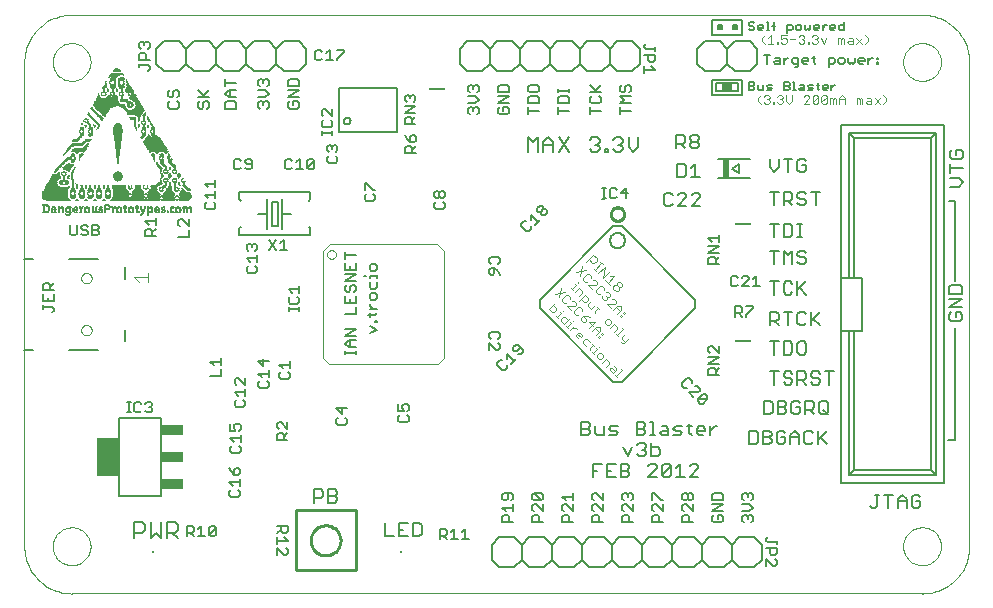
<source format=gto>
G75*
G70*
%OFA0B0*%
%FSLAX24Y24*%
%IPPOS*%
%LPD*%
%AMOC8*
5,1,8,0,0,1.08239X$1,22.5*
%
%ADD10C,0.0060*%
%ADD11C,0.0050*%
%ADD12C,0.0100*%
%ADD13C,0.0070*%
%ADD14C,0.0080*%
%ADD15C,0.0040*%
%ADD16R,0.0730X0.1260*%
%ADD17R,0.0730X0.0340*%
%ADD18R,0.0079X0.0079*%
%ADD19C,0.0079*%
%ADD20C,0.0039*%
%ADD21C,0.0086*%
%ADD22R,0.0551X0.0039*%
%ADD23R,0.0551X0.0079*%
%ADD24R,0.0039X0.0079*%
%ADD25R,0.0197X0.0630*%
%ADD26C,0.0000*%
%ADD27R,0.0150X0.0010*%
%ADD28R,0.0070X0.0010*%
%ADD29R,0.0160X0.0010*%
%ADD30R,0.0080X0.0010*%
%ADD31R,0.0170X0.0010*%
%ADD32R,0.0090X0.0010*%
%ADD33R,0.0040X0.0010*%
%ADD34R,0.0100X0.0010*%
%ADD35R,0.0010X0.0010*%
%ADD36R,0.0060X0.0010*%
%ADD37R,0.0130X0.0010*%
%ADD38R,0.0050X0.0010*%
%ADD39R,0.0110X0.0010*%
%ADD40R,0.0140X0.0010*%
%ADD41R,0.0120X0.0010*%
%ADD42R,0.0190X0.0010*%
%ADD43R,0.0180X0.0010*%
%ADD44R,0.0210X0.0010*%
%ADD45R,0.0220X0.0010*%
%ADD46R,0.0200X0.0010*%
%ADD47R,0.0030X0.0010*%
%ADD48R,0.0020X0.0010*%
%ADD49R,0.0310X0.0010*%
%ADD50R,0.0780X0.0010*%
%ADD51R,0.1640X0.0010*%
%ADD52R,0.0380X0.0010*%
%ADD53R,0.0260X0.0010*%
%ADD54R,0.0800X0.0010*%
%ADD55R,0.1610X0.0010*%
%ADD56R,0.0360X0.0010*%
%ADD57R,0.0290X0.0010*%
%ADD58R,0.0820X0.0010*%
%ADD59R,0.1590X0.0010*%
%ADD60R,0.0340X0.0010*%
%ADD61R,0.0840X0.0010*%
%ADD62R,0.1570X0.0010*%
%ADD63R,0.0330X0.0010*%
%ADD64R,0.0320X0.0010*%
%ADD65R,0.1550X0.0010*%
%ADD66R,0.0300X0.0010*%
%ADD67R,0.0850X0.0010*%
%ADD68R,0.1080X0.0010*%
%ADD69R,0.0520X0.0010*%
%ADD70R,0.0450X0.0010*%
%ADD71R,0.0420X0.0010*%
%ADD72R,0.0540X0.0010*%
%ADD73R,0.0410X0.0010*%
%ADD74R,0.0430X0.0010*%
%ADD75R,0.0860X0.0010*%
%ADD76R,0.0530X0.0010*%
%ADD77R,0.0390X0.0010*%
%ADD78R,0.0510X0.0010*%
%ADD79R,0.0400X0.0010*%
%ADD80R,0.0500X0.0010*%
%ADD81R,0.0480X0.0010*%
%ADD82R,0.0370X0.0010*%
%ADD83R,0.0440X0.0010*%
%ADD84R,0.0870X0.0010*%
%ADD85R,0.0350X0.0010*%
%ADD86R,0.0490X0.0010*%
%ADD87R,0.0230X0.0010*%
%ADD88R,0.0270X0.0010*%
%ADD89R,0.0240X0.0010*%
%ADD90R,0.0830X0.0010*%
%ADD91R,0.0280X0.0010*%
%ADD92R,0.0810X0.0010*%
%ADD93R,0.0470X0.0010*%
%ADD94R,0.0250X0.0010*%
%ADD95R,0.0460X0.0010*%
%ADD96R,0.0640X0.0010*%
%ADD97R,0.0630X0.0010*%
%ADD98R,0.0620X0.0010*%
%ADD99R,0.0610X0.0010*%
%ADD100R,0.0590X0.0010*%
%ADD101R,0.0580X0.0010*%
%ADD102R,0.0560X0.0010*%
%ADD103R,0.0550X0.0010*%
%ADD104R,0.0570X0.0010*%
%ADD105R,0.0650X0.0010*%
%ADD106R,0.0680X0.0010*%
%ADD107R,0.0720X0.0010*%
%ADD108R,0.1060X0.0010*%
%ADD109R,0.1070X0.0010*%
%ADD110R,0.1050X0.0010*%
%ADD111R,0.0920X0.0010*%
%ADD112R,0.0890X0.0010*%
%ADD113R,0.0770X0.0010*%
%ADD114R,0.0760X0.0010*%
%ADD115R,0.0750X0.0010*%
%ADD116R,0.0740X0.0010*%
%ADD117R,0.0730X0.0010*%
D10*
X015092Y006443D02*
X015092Y006884D01*
X015312Y006884D01*
X015385Y006810D01*
X015385Y006664D01*
X015312Y006590D01*
X015092Y006590D01*
X015552Y006664D02*
X015772Y006664D01*
X015846Y006590D01*
X015846Y006517D01*
X015772Y006443D01*
X015552Y006443D01*
X015552Y006884D01*
X015772Y006884D01*
X015846Y006810D01*
X015846Y006737D01*
X015772Y006664D01*
X017451Y005765D02*
X017451Y005325D01*
X017744Y005325D01*
X017911Y005325D02*
X018205Y005325D01*
X018371Y005325D02*
X018592Y005325D01*
X018665Y005398D01*
X018665Y005692D01*
X018592Y005765D01*
X018371Y005765D01*
X018371Y005325D01*
X018058Y005545D02*
X017911Y005545D01*
X017911Y005765D02*
X017911Y005325D01*
X017911Y005765D02*
X018205Y005765D01*
X021001Y005045D02*
X021001Y004545D01*
X021251Y004295D01*
X021751Y004295D01*
X022001Y004545D01*
X022001Y005045D01*
X021751Y005295D01*
X021251Y005295D01*
X021001Y005045D01*
X022001Y005045D02*
X022251Y005295D01*
X022751Y005295D01*
X023001Y005045D01*
X023251Y005295D01*
X023751Y005295D01*
X024001Y005045D01*
X024251Y005295D01*
X024751Y005295D01*
X025001Y005045D01*
X025251Y005295D01*
X025751Y005295D01*
X026001Y005045D01*
X026251Y005295D01*
X026751Y005295D01*
X027001Y005045D01*
X027251Y005295D01*
X027751Y005295D01*
X028001Y005045D01*
X028251Y005295D01*
X028751Y005295D01*
X029001Y005045D01*
X029251Y005295D01*
X029751Y005295D01*
X030001Y005045D01*
X030001Y004545D01*
X029751Y004295D01*
X029251Y004295D01*
X029001Y004545D01*
X028751Y004295D01*
X028251Y004295D01*
X028001Y004545D01*
X028001Y005045D01*
X028001Y004545D02*
X027751Y004295D01*
X027251Y004295D01*
X027001Y004545D01*
X026751Y004295D01*
X026251Y004295D01*
X026001Y004545D01*
X025751Y004295D01*
X025251Y004295D01*
X025001Y004545D01*
X025001Y005045D01*
X025001Y004545D02*
X024751Y004295D01*
X024251Y004295D01*
X024001Y004545D01*
X023751Y004295D01*
X023251Y004295D01*
X023001Y004545D01*
X022751Y004295D01*
X022251Y004295D01*
X022001Y004545D01*
X023001Y004545D02*
X023001Y005045D01*
X024001Y005045D02*
X024001Y004545D01*
X026001Y004545D02*
X026001Y005045D01*
X027001Y005045D02*
X027001Y004545D01*
X029001Y004545D02*
X029001Y005045D01*
X027890Y007292D02*
X027596Y007292D01*
X027890Y007586D01*
X027890Y007659D01*
X027816Y007733D01*
X027669Y007733D01*
X027596Y007659D01*
X027283Y007733D02*
X027283Y007292D01*
X027429Y007292D02*
X027136Y007292D01*
X026969Y007366D02*
X026969Y007659D01*
X026675Y007366D01*
X026749Y007292D01*
X026896Y007292D01*
X026969Y007366D01*
X027136Y007586D02*
X027283Y007733D01*
X026969Y007659D02*
X026896Y007733D01*
X026749Y007733D01*
X026675Y007659D01*
X026675Y007366D01*
X026509Y007292D02*
X026215Y007292D01*
X026509Y007586D01*
X026509Y007659D01*
X026435Y007733D01*
X026288Y007733D01*
X026215Y007659D01*
X025588Y007659D02*
X025514Y007733D01*
X025294Y007733D01*
X025294Y007292D01*
X025514Y007292D01*
X025588Y007366D01*
X025588Y007439D01*
X025514Y007513D01*
X025294Y007513D01*
X025514Y007513D02*
X025588Y007586D01*
X025588Y007659D01*
X025128Y007733D02*
X024834Y007733D01*
X024834Y007292D01*
X025128Y007292D01*
X024981Y007513D02*
X024834Y007513D01*
X024667Y007733D02*
X024374Y007733D01*
X024374Y007292D01*
X024374Y007513D02*
X024520Y007513D01*
X025536Y007992D02*
X025389Y008286D01*
X025683Y008286D02*
X025536Y007992D01*
X025850Y008066D02*
X025923Y007992D01*
X026070Y007992D01*
X026143Y008066D01*
X026143Y008139D01*
X026070Y008213D01*
X025996Y008213D01*
X026070Y008213D02*
X026143Y008286D01*
X026143Y008359D01*
X026070Y008433D01*
X025923Y008433D01*
X025850Y008359D01*
X025831Y008692D02*
X026051Y008692D01*
X026124Y008766D01*
X026124Y008839D01*
X026051Y008913D01*
X025831Y008913D01*
X025831Y009133D02*
X025831Y008692D01*
X026051Y008913D02*
X026124Y008986D01*
X026124Y009059D01*
X026051Y009133D01*
X025831Y009133D01*
X026291Y009133D02*
X026365Y009133D01*
X026365Y008692D01*
X026438Y008692D02*
X026291Y008692D01*
X026310Y008433D02*
X026310Y007992D01*
X026530Y007992D01*
X026604Y008066D01*
X026604Y008213D01*
X026530Y008286D01*
X026310Y008286D01*
X026671Y008692D02*
X026598Y008766D01*
X026671Y008839D01*
X026892Y008839D01*
X026892Y008913D02*
X026892Y008692D01*
X026671Y008692D01*
X026671Y008986D02*
X026818Y008986D01*
X026892Y008913D01*
X027058Y008913D02*
X027132Y008986D01*
X027352Y008986D01*
X027279Y008839D02*
X027132Y008839D01*
X027058Y008913D01*
X027058Y008692D02*
X027279Y008692D01*
X027352Y008766D01*
X027279Y008839D01*
X027519Y008986D02*
X027666Y008986D01*
X027592Y009059D02*
X027592Y008766D01*
X027666Y008692D01*
X027826Y008766D02*
X027899Y008692D01*
X028046Y008692D01*
X028119Y008839D02*
X027826Y008839D01*
X027826Y008766D02*
X027826Y008913D01*
X027899Y008986D01*
X028046Y008986D01*
X028119Y008913D01*
X028119Y008839D01*
X028286Y008839D02*
X028433Y008986D01*
X028506Y008986D01*
X028286Y008986D02*
X028286Y008692D01*
X029576Y008843D02*
X029576Y008402D01*
X029796Y008402D01*
X029870Y008476D01*
X029870Y008769D01*
X029796Y008843D01*
X029576Y008843D01*
X030037Y008843D02*
X030257Y008843D01*
X030330Y008769D01*
X030330Y008696D01*
X030257Y008622D01*
X030037Y008622D01*
X030037Y008402D02*
X030257Y008402D01*
X030330Y008476D01*
X030330Y008549D01*
X030257Y008622D01*
X030497Y008476D02*
X030570Y008402D01*
X030717Y008402D01*
X030791Y008476D01*
X030791Y008622D01*
X030644Y008622D01*
X030497Y008769D02*
X030497Y008476D01*
X030957Y008402D02*
X030957Y008696D01*
X031104Y008843D01*
X031251Y008696D01*
X031251Y008402D01*
X031418Y008476D02*
X031491Y008402D01*
X031638Y008402D01*
X031711Y008476D01*
X031878Y008549D02*
X032172Y008843D01*
X031878Y008843D02*
X031878Y008402D01*
X031951Y008622D02*
X032172Y008402D01*
X031711Y008769D02*
X031638Y008843D01*
X031491Y008843D01*
X031418Y008769D01*
X031418Y008476D01*
X031251Y008622D02*
X030957Y008622D01*
X030791Y008769D02*
X030717Y008843D01*
X030570Y008843D01*
X030497Y008769D01*
X030037Y008843D02*
X030037Y008402D01*
X030069Y009402D02*
X030289Y009402D01*
X030362Y009476D01*
X030362Y009769D01*
X030289Y009843D01*
X030069Y009843D01*
X030069Y009402D01*
X030529Y009402D02*
X030749Y009402D01*
X030822Y009476D01*
X030822Y009549D01*
X030749Y009622D01*
X030529Y009622D01*
X030529Y009402D02*
X030529Y009843D01*
X030749Y009843D01*
X030822Y009769D01*
X030822Y009696D01*
X030749Y009622D01*
X030989Y009476D02*
X031063Y009402D01*
X031209Y009402D01*
X031283Y009476D01*
X031283Y009622D01*
X031136Y009622D01*
X030989Y009769D02*
X030989Y009476D01*
X031450Y009549D02*
X031670Y009549D01*
X031743Y009622D01*
X031743Y009769D01*
X031670Y009843D01*
X031450Y009843D01*
X031450Y009402D01*
X031596Y009549D02*
X031743Y009402D01*
X031910Y009476D02*
X031983Y009402D01*
X032130Y009402D01*
X032204Y009476D01*
X032204Y009769D01*
X032130Y009843D01*
X031983Y009843D01*
X031910Y009769D01*
X031910Y009476D01*
X032057Y009549D02*
X032204Y009402D01*
X031283Y009769D02*
X031209Y009843D01*
X031063Y009843D01*
X030989Y009769D01*
X030946Y010378D02*
X030799Y010378D01*
X030726Y010451D01*
X030799Y010598D02*
X030946Y010598D01*
X031019Y010524D01*
X031019Y010451D01*
X030946Y010378D01*
X031186Y010378D02*
X031186Y010818D01*
X031406Y010818D01*
X031480Y010745D01*
X031480Y010598D01*
X031406Y010524D01*
X031186Y010524D01*
X031333Y010524D02*
X031480Y010378D01*
X031646Y010451D02*
X031720Y010378D01*
X031867Y010378D01*
X031940Y010451D01*
X031940Y010524D01*
X031867Y010598D01*
X031720Y010598D01*
X031646Y010671D01*
X031646Y010745D01*
X031720Y010818D01*
X031867Y010818D01*
X031940Y010745D01*
X032107Y010818D02*
X032400Y010818D01*
X032254Y010818D02*
X032254Y010378D01*
X031019Y010745D02*
X030946Y010818D01*
X030799Y010818D01*
X030726Y010745D01*
X030726Y010671D01*
X030799Y010598D01*
X030559Y010818D02*
X030265Y010818D01*
X030412Y010818D02*
X030412Y010378D01*
X030412Y011379D02*
X030412Y011820D01*
X030265Y011820D02*
X030559Y011820D01*
X030726Y011820D02*
X030946Y011820D01*
X031019Y011746D01*
X031019Y011453D01*
X030946Y011379D01*
X030726Y011379D01*
X030726Y011820D01*
X031186Y011746D02*
X031186Y011453D01*
X031259Y011379D01*
X031406Y011379D01*
X031480Y011453D01*
X031480Y011746D01*
X031406Y011820D01*
X031259Y011820D01*
X031186Y011746D01*
X031259Y012355D02*
X031406Y012355D01*
X031480Y012428D01*
X031646Y012501D02*
X031940Y012795D01*
X031646Y012795D02*
X031646Y012355D01*
X031720Y012575D02*
X031940Y012355D01*
X031480Y012722D02*
X031406Y012795D01*
X031259Y012795D01*
X031186Y012722D01*
X031186Y012428D01*
X031259Y012355D01*
X030872Y012355D02*
X030872Y012795D01*
X030726Y012795D02*
X031019Y012795D01*
X030559Y012722D02*
X030559Y012575D01*
X030486Y012501D01*
X030265Y012501D01*
X030265Y012355D02*
X030265Y012795D01*
X030486Y012795D01*
X030559Y012722D01*
X030412Y012501D02*
X030559Y012355D01*
X030412Y013379D02*
X030412Y013820D01*
X030265Y013820D02*
X030559Y013820D01*
X030726Y013746D02*
X030726Y013453D01*
X030799Y013379D01*
X030946Y013379D01*
X031019Y013453D01*
X031186Y013526D02*
X031480Y013820D01*
X031186Y013820D02*
X031186Y013379D01*
X031259Y013599D02*
X031480Y013379D01*
X031019Y013746D02*
X030946Y013820D01*
X030799Y013820D01*
X030726Y013746D01*
X030726Y014404D02*
X030726Y014844D01*
X030872Y014697D01*
X031019Y014844D01*
X031019Y014404D01*
X031186Y014477D02*
X031259Y014404D01*
X031406Y014404D01*
X031480Y014477D01*
X031480Y014551D01*
X031406Y014624D01*
X031259Y014624D01*
X031186Y014697D01*
X031186Y014771D01*
X031259Y014844D01*
X031406Y014844D01*
X031480Y014771D01*
X031333Y015304D02*
X031186Y015304D01*
X031259Y015304D02*
X031259Y015744D01*
X031186Y015744D02*
X031333Y015744D01*
X031019Y015671D02*
X030946Y015744D01*
X030726Y015744D01*
X030726Y015304D01*
X030946Y015304D01*
X031019Y015377D01*
X031019Y015671D01*
X030559Y015744D02*
X030265Y015744D01*
X030412Y015744D02*
X030412Y015304D01*
X030412Y014844D02*
X030412Y014404D01*
X030265Y014844D02*
X030559Y014844D01*
X032627Y013948D02*
X033080Y013948D01*
X033351Y013948D01*
X033351Y012177D01*
X032627Y012177D01*
X032627Y013948D01*
X032627Y019039D01*
X036092Y019039D01*
X036092Y007086D01*
X032627Y007086D01*
X032627Y012177D01*
X032899Y012177D02*
X032899Y007358D01*
X033080Y007539D01*
X033080Y012177D01*
X033080Y013948D02*
X033080Y018586D01*
X032899Y018767D01*
X032899Y013948D01*
X036246Y013633D02*
X036246Y013413D01*
X036687Y013413D01*
X036687Y013633D01*
X036613Y013706D01*
X036320Y013706D01*
X036246Y013633D01*
X036246Y013246D02*
X036687Y013246D01*
X036246Y012952D01*
X036687Y012952D01*
X036613Y012786D02*
X036466Y012786D01*
X036466Y012639D01*
X036320Y012786D02*
X036246Y012712D01*
X036246Y012565D01*
X036320Y012492D01*
X036613Y012492D01*
X036687Y012565D01*
X036687Y012712D01*
X036613Y012786D01*
X031793Y016353D02*
X031793Y016793D01*
X031646Y016793D02*
X031940Y016793D01*
X031480Y016720D02*
X031406Y016793D01*
X031259Y016793D01*
X031186Y016720D01*
X031186Y016647D01*
X031259Y016573D01*
X031406Y016573D01*
X031480Y016500D01*
X031480Y016426D01*
X031406Y016353D01*
X031259Y016353D01*
X031186Y016426D01*
X031019Y016353D02*
X030872Y016500D01*
X030946Y016500D02*
X030726Y016500D01*
X030726Y016353D02*
X030726Y016793D01*
X030946Y016793D01*
X031019Y016720D01*
X031019Y016573D01*
X030946Y016500D01*
X030559Y016793D02*
X030265Y016793D01*
X030412Y016793D02*
X030412Y016353D01*
X030412Y017476D02*
X030559Y017623D01*
X030559Y017916D01*
X030726Y017916D02*
X031019Y017916D01*
X030872Y017916D02*
X030872Y017476D01*
X031186Y017549D02*
X031259Y017476D01*
X031406Y017476D01*
X031480Y017549D01*
X031480Y017696D01*
X031333Y017696D01*
X031186Y017843D02*
X031186Y017549D01*
X031186Y017843D02*
X031259Y017916D01*
X031406Y017916D01*
X031480Y017843D01*
X030412Y017476D02*
X030265Y017623D01*
X030265Y017916D01*
X027901Y018331D02*
X027827Y018258D01*
X027681Y018258D01*
X027607Y018331D01*
X027607Y018405D01*
X027681Y018478D01*
X027827Y018478D01*
X027901Y018405D01*
X027901Y018331D01*
X027827Y018478D02*
X027901Y018552D01*
X027901Y018625D01*
X027827Y018698D01*
X027681Y018698D01*
X027607Y018625D01*
X027607Y018552D01*
X027681Y018478D01*
X027441Y018478D02*
X027441Y018625D01*
X027367Y018698D01*
X027147Y018698D01*
X027147Y018258D01*
X027147Y018405D02*
X027367Y018405D01*
X027441Y018478D01*
X027294Y018405D02*
X027441Y018258D01*
X027405Y017742D02*
X027185Y017742D01*
X027185Y017302D01*
X027405Y017302D01*
X027478Y017375D01*
X027478Y017669D01*
X027405Y017742D01*
X027645Y017595D02*
X027792Y017742D01*
X027792Y017302D01*
X027645Y017302D02*
X027939Y017302D01*
X027879Y016772D02*
X027732Y016772D01*
X027659Y016699D01*
X027492Y016699D02*
X027418Y016772D01*
X027272Y016772D01*
X027198Y016699D01*
X027031Y016699D02*
X026958Y016772D01*
X026811Y016772D01*
X026738Y016699D01*
X026738Y016405D01*
X026811Y016332D01*
X026958Y016332D01*
X027031Y016405D01*
X027198Y016332D02*
X027492Y016626D01*
X027492Y016699D01*
X027492Y016332D02*
X027198Y016332D01*
X027659Y016332D02*
X027952Y016626D01*
X027952Y016699D01*
X027879Y016772D01*
X027952Y016332D02*
X027659Y016332D01*
X032899Y018767D02*
X035820Y018767D01*
X035639Y018586D01*
X033080Y018586D01*
X035639Y018586D02*
X035639Y007539D01*
X035820Y007358D01*
X032899Y007358D01*
X033080Y007539D02*
X035639Y007539D01*
X035820Y007358D02*
X035820Y018767D01*
X036344Y018194D02*
X036271Y018121D01*
X036271Y017974D01*
X036344Y017901D01*
X036638Y017901D01*
X036711Y017974D01*
X036711Y018121D01*
X036638Y018194D01*
X036491Y018194D01*
X036491Y018048D01*
X036271Y017734D02*
X036271Y017441D01*
X036271Y017587D02*
X036711Y017587D01*
X036564Y017274D02*
X036271Y017274D01*
X036564Y017274D02*
X036711Y017127D01*
X036564Y016980D01*
X036271Y016980D01*
X029848Y021080D02*
X029598Y020830D01*
X029098Y020830D01*
X028848Y021080D01*
X028598Y020830D01*
X028098Y020830D01*
X027848Y021080D01*
X027848Y021580D01*
X028098Y021830D01*
X028598Y021830D01*
X028848Y021580D01*
X029098Y021830D01*
X029598Y021830D01*
X029848Y021580D01*
X029848Y021080D01*
X028848Y021080D02*
X028848Y021580D01*
X025942Y021580D02*
X025942Y021080D01*
X025692Y020830D01*
X025192Y020830D01*
X024942Y021080D01*
X024692Y020830D01*
X024192Y020830D01*
X023942Y021080D01*
X023942Y021580D01*
X024192Y021830D01*
X024692Y021830D01*
X024942Y021580D01*
X025192Y021830D01*
X025692Y021830D01*
X025942Y021580D01*
X024942Y021580D02*
X024942Y021080D01*
X023942Y021080D02*
X023692Y020830D01*
X023192Y020830D01*
X022942Y021080D01*
X022692Y020830D01*
X022192Y020830D01*
X021942Y021080D01*
X021692Y020830D01*
X021192Y020830D01*
X020942Y021080D01*
X020692Y020830D01*
X020192Y020830D01*
X019942Y021080D01*
X019942Y021580D01*
X020192Y021830D01*
X020692Y021830D01*
X020942Y021580D01*
X021192Y021830D01*
X021692Y021830D01*
X021942Y021580D01*
X022192Y021830D01*
X022692Y021830D01*
X022942Y021580D01*
X023192Y021830D01*
X023692Y021830D01*
X023942Y021580D01*
X022942Y021580D02*
X022942Y021080D01*
X021942Y021080D02*
X021942Y021580D01*
X020942Y021580D02*
X020942Y021080D01*
X014812Y021080D02*
X014562Y020830D01*
X014062Y020830D01*
X013812Y021080D01*
X013562Y020830D01*
X013062Y020830D01*
X012812Y021080D01*
X012812Y021580D01*
X013062Y021830D01*
X013562Y021830D01*
X013812Y021580D01*
X014062Y021830D01*
X014562Y021830D01*
X014812Y021580D01*
X014812Y021080D01*
X013812Y021080D02*
X013812Y021580D01*
X012812Y021580D02*
X012562Y021830D01*
X012062Y021830D01*
X011812Y021580D01*
X011562Y021830D01*
X011062Y021830D01*
X010812Y021580D01*
X010562Y021830D01*
X010062Y021830D01*
X009812Y021580D01*
X009812Y021080D01*
X010062Y020830D01*
X010562Y020830D01*
X010812Y021080D01*
X010812Y021580D01*
X010812Y021080D02*
X011062Y020830D01*
X011562Y020830D01*
X011812Y021080D01*
X011812Y021580D01*
X011812Y021080D02*
X012062Y020830D01*
X012562Y020830D01*
X012812Y021080D01*
X023989Y009133D02*
X024210Y009133D01*
X024283Y009059D01*
X024283Y008986D01*
X024210Y008913D01*
X023989Y008913D01*
X023989Y009133D02*
X023989Y008692D01*
X024210Y008692D01*
X024283Y008766D01*
X024283Y008839D01*
X024210Y008913D01*
X024450Y008986D02*
X024450Y008766D01*
X024523Y008692D01*
X024743Y008692D01*
X024743Y008986D01*
X024910Y008913D02*
X024983Y008986D01*
X025204Y008986D01*
X025130Y008839D02*
X024983Y008839D01*
X024910Y008913D01*
X024910Y008692D02*
X025130Y008692D01*
X025204Y008766D01*
X025130Y008839D01*
X033616Y006343D02*
X033690Y006270D01*
X033763Y006270D01*
X033836Y006343D01*
X033836Y006710D01*
X033763Y006710D02*
X033910Y006710D01*
X034077Y006710D02*
X034370Y006710D01*
X034223Y006710D02*
X034223Y006270D01*
X034537Y006270D02*
X034537Y006563D01*
X034684Y006710D01*
X034831Y006563D01*
X034831Y006270D01*
X034997Y006343D02*
X035071Y006270D01*
X035218Y006270D01*
X035291Y006343D01*
X035291Y006490D01*
X035144Y006490D01*
X034997Y006637D02*
X034997Y006343D01*
X034831Y006490D02*
X034537Y006490D01*
X034997Y006637D02*
X035071Y006710D01*
X035218Y006710D01*
X035291Y006637D01*
D11*
X030496Y005183D02*
X030496Y005066D01*
X030496Y005125D02*
X030204Y005125D01*
X030146Y005183D01*
X030146Y005241D01*
X030204Y005300D01*
X030146Y004931D02*
X030496Y004931D01*
X030496Y004756D01*
X030438Y004698D01*
X030321Y004698D01*
X030263Y004756D01*
X030263Y004931D01*
X030146Y004563D02*
X030380Y004330D01*
X030438Y004330D01*
X030496Y004388D01*
X030496Y004505D01*
X030438Y004563D01*
X030146Y004563D02*
X030146Y004330D01*
X029645Y005787D02*
X029704Y005846D01*
X029704Y005962D01*
X029645Y006021D01*
X029587Y006021D01*
X029529Y005962D01*
X029529Y005904D01*
X029529Y005962D02*
X029470Y006021D01*
X029412Y006021D01*
X029353Y005962D01*
X029353Y005846D01*
X029412Y005787D01*
X029353Y006156D02*
X029587Y006156D01*
X029704Y006272D01*
X029587Y006389D01*
X029353Y006389D01*
X029412Y006524D02*
X029353Y006582D01*
X029353Y006699D01*
X029412Y006757D01*
X029470Y006757D01*
X029529Y006699D01*
X029587Y006757D01*
X029645Y006757D01*
X029704Y006699D01*
X029704Y006582D01*
X029645Y006524D01*
X029529Y006641D02*
X029529Y006699D01*
X028704Y006699D02*
X028704Y006524D01*
X028353Y006524D01*
X028353Y006699D01*
X028412Y006757D01*
X028645Y006757D01*
X028704Y006699D01*
X028704Y006389D02*
X028353Y006389D01*
X028353Y006156D02*
X028704Y006389D01*
X028704Y006156D02*
X028353Y006156D01*
X028412Y006021D02*
X028353Y005962D01*
X028353Y005846D01*
X028412Y005787D01*
X028645Y005787D01*
X028704Y005846D01*
X028704Y005962D01*
X028645Y006021D01*
X028529Y006021D01*
X028529Y005904D01*
X027704Y005787D02*
X027353Y005787D01*
X027353Y005962D01*
X027412Y006021D01*
X027529Y006021D01*
X027587Y005962D01*
X027587Y005787D01*
X027704Y006156D02*
X027470Y006389D01*
X027412Y006389D01*
X027353Y006331D01*
X027353Y006214D01*
X027412Y006156D01*
X027704Y006156D02*
X027704Y006389D01*
X027645Y006524D02*
X027587Y006524D01*
X027529Y006582D01*
X027529Y006699D01*
X027587Y006757D01*
X027645Y006757D01*
X027704Y006699D01*
X027704Y006582D01*
X027645Y006524D01*
X027529Y006582D02*
X027470Y006524D01*
X027412Y006524D01*
X027353Y006582D01*
X027353Y006699D01*
X027412Y006757D01*
X027470Y006757D01*
X027529Y006699D01*
X026704Y006524D02*
X026645Y006524D01*
X026412Y006757D01*
X026353Y006757D01*
X026353Y006524D01*
X026412Y006389D02*
X026353Y006331D01*
X026353Y006214D01*
X026412Y006156D01*
X026412Y006021D02*
X026529Y006021D01*
X026587Y005962D01*
X026587Y005787D01*
X026704Y005787D02*
X026353Y005787D01*
X026353Y005962D01*
X026412Y006021D01*
X026704Y006156D02*
X026470Y006389D01*
X026412Y006389D01*
X026704Y006389D02*
X026704Y006156D01*
X025704Y006156D02*
X025470Y006389D01*
X025412Y006389D01*
X025353Y006331D01*
X025353Y006214D01*
X025412Y006156D01*
X025412Y006021D02*
X025529Y006021D01*
X025587Y005962D01*
X025587Y005787D01*
X025704Y005787D02*
X025353Y005787D01*
X025353Y005962D01*
X025412Y006021D01*
X025704Y006156D02*
X025704Y006389D01*
X025645Y006524D02*
X025704Y006582D01*
X025704Y006699D01*
X025645Y006757D01*
X025587Y006757D01*
X025529Y006699D01*
X025529Y006641D01*
X025529Y006699D02*
X025470Y006757D01*
X025412Y006757D01*
X025353Y006699D01*
X025353Y006582D01*
X025412Y006524D01*
X024704Y006524D02*
X024704Y006757D01*
X024704Y006524D02*
X024470Y006757D01*
X024412Y006757D01*
X024353Y006699D01*
X024353Y006582D01*
X024412Y006524D01*
X024412Y006389D02*
X024353Y006331D01*
X024353Y006214D01*
X024412Y006156D01*
X024412Y006021D02*
X024529Y006021D01*
X024587Y005962D01*
X024587Y005787D01*
X024704Y005787D02*
X024353Y005787D01*
X024353Y005962D01*
X024412Y006021D01*
X024704Y006156D02*
X024470Y006389D01*
X024412Y006389D01*
X024704Y006389D02*
X024704Y006156D01*
X023702Y006156D02*
X023469Y006389D01*
X023410Y006389D01*
X023352Y006331D01*
X023352Y006214D01*
X023410Y006156D01*
X023410Y006021D02*
X023527Y006021D01*
X023585Y005962D01*
X023585Y005787D01*
X023702Y005787D02*
X023352Y005787D01*
X023352Y005962D01*
X023410Y006021D01*
X023702Y006156D02*
X023702Y006389D01*
X023702Y006524D02*
X023702Y006757D01*
X023702Y006641D02*
X023352Y006641D01*
X023469Y006524D01*
X022704Y006582D02*
X022645Y006524D01*
X022412Y006757D01*
X022645Y006757D01*
X022704Y006699D01*
X022704Y006582D01*
X022645Y006524D02*
X022412Y006524D01*
X022353Y006582D01*
X022353Y006699D01*
X022412Y006757D01*
X022412Y006389D02*
X022353Y006331D01*
X022353Y006214D01*
X022412Y006156D01*
X022412Y006021D02*
X022529Y006021D01*
X022587Y005962D01*
X022587Y005787D01*
X022704Y005787D02*
X022353Y005787D01*
X022353Y005962D01*
X022412Y006021D01*
X022704Y006156D02*
X022470Y006389D01*
X022412Y006389D01*
X022704Y006389D02*
X022704Y006156D01*
X021704Y006156D02*
X021704Y006389D01*
X021704Y006272D02*
X021353Y006272D01*
X021470Y006156D01*
X021412Y006021D02*
X021529Y006021D01*
X021587Y005962D01*
X021587Y005787D01*
X021704Y005787D02*
X021353Y005787D01*
X021353Y005962D01*
X021412Y006021D01*
X021412Y006524D02*
X021470Y006524D01*
X021529Y006582D01*
X021529Y006757D01*
X021645Y006757D02*
X021412Y006757D01*
X021353Y006699D01*
X021353Y006582D01*
X021412Y006524D01*
X021645Y006524D02*
X021704Y006582D01*
X021704Y006699D01*
X021645Y006757D01*
X020113Y005570D02*
X019997Y005453D01*
X020113Y005570D02*
X020113Y005220D01*
X019997Y005220D02*
X020230Y005220D01*
X019862Y005220D02*
X019628Y005220D01*
X019745Y005220D02*
X019745Y005570D01*
X019628Y005453D01*
X019493Y005395D02*
X019435Y005336D01*
X019260Y005336D01*
X019260Y005220D02*
X019260Y005570D01*
X019435Y005570D01*
X019493Y005512D01*
X019493Y005395D01*
X019377Y005336D02*
X019493Y005220D01*
X014204Y005178D02*
X013854Y005178D01*
X013854Y005062D02*
X013854Y005295D01*
X013854Y005430D02*
X013970Y005547D01*
X013970Y005488D02*
X013970Y005663D01*
X013854Y005663D02*
X014204Y005663D01*
X014204Y005488D01*
X014146Y005430D01*
X014029Y005430D01*
X013970Y005488D01*
X014087Y005295D02*
X014204Y005178D01*
X014146Y004927D02*
X014204Y004868D01*
X014204Y004752D01*
X014146Y004693D01*
X014087Y004693D01*
X013854Y004927D01*
X013854Y004693D01*
X011805Y005378D02*
X011746Y005320D01*
X011630Y005320D01*
X011571Y005378D01*
X011805Y005612D01*
X011805Y005378D01*
X011805Y005612D02*
X011746Y005670D01*
X011630Y005670D01*
X011571Y005612D01*
X011571Y005378D01*
X011437Y005320D02*
X011203Y005320D01*
X011320Y005320D02*
X011320Y005670D01*
X011203Y005553D01*
X011068Y005495D02*
X011010Y005436D01*
X010835Y005436D01*
X010835Y005320D02*
X010835Y005670D01*
X011010Y005670D01*
X011068Y005612D01*
X011068Y005495D01*
X010951Y005436D02*
X011068Y005320D01*
X012305Y006637D02*
X012539Y006637D01*
X012597Y006696D01*
X012597Y006812D01*
X012539Y006871D01*
X012597Y007006D02*
X012597Y007239D01*
X012597Y007122D02*
X012247Y007122D01*
X012363Y007006D01*
X012305Y006871D02*
X012247Y006812D01*
X012247Y006696D01*
X012305Y006637D01*
X012422Y007374D02*
X012422Y007549D01*
X012480Y007607D01*
X012539Y007607D01*
X012597Y007549D01*
X012597Y007432D01*
X012539Y007374D01*
X012422Y007374D01*
X012305Y007491D01*
X012247Y007607D01*
X012335Y008107D02*
X012569Y008107D01*
X012627Y008166D01*
X012627Y008282D01*
X012569Y008341D01*
X012627Y008476D02*
X012627Y008709D01*
X012627Y008592D02*
X012277Y008592D01*
X012393Y008476D01*
X012335Y008341D02*
X012277Y008282D01*
X012277Y008166D01*
X012335Y008107D01*
X012277Y008844D02*
X012452Y008844D01*
X012393Y008961D01*
X012393Y009019D01*
X012452Y009077D01*
X012569Y009077D01*
X012627Y009019D01*
X012627Y008902D01*
X012569Y008844D01*
X012277Y008844D02*
X012277Y009077D01*
X012490Y009632D02*
X012724Y009632D01*
X012782Y009691D01*
X012782Y009808D01*
X012724Y009866D01*
X012782Y010001D02*
X012782Y010234D01*
X012782Y010117D02*
X012432Y010117D01*
X012549Y010001D01*
X012490Y009866D02*
X012432Y009808D01*
X012432Y009691D01*
X012490Y009632D01*
X013216Y010321D02*
X013274Y010262D01*
X013508Y010262D01*
X013566Y010321D01*
X013566Y010437D01*
X013508Y010496D01*
X013566Y010631D02*
X013566Y010864D01*
X013566Y010747D02*
X013216Y010747D01*
X013332Y010631D01*
X013274Y010496D02*
X013216Y010437D01*
X013216Y010321D01*
X012782Y010369D02*
X012549Y010603D01*
X012490Y010603D01*
X012432Y010544D01*
X012432Y010427D01*
X012490Y010369D01*
X012782Y010369D02*
X012782Y010603D01*
X013216Y011174D02*
X013391Y010999D01*
X013391Y011232D01*
X013566Y011174D02*
X013216Y011174D01*
X013916Y011047D02*
X014266Y011047D01*
X014266Y010931D02*
X014266Y011164D01*
X014032Y010931D02*
X013916Y011047D01*
X013974Y010796D02*
X013916Y010737D01*
X013916Y010621D01*
X013974Y010562D01*
X014208Y010562D01*
X014266Y010621D01*
X014266Y010737D01*
X014208Y010796D01*
X016116Y011387D02*
X016116Y011504D01*
X016116Y011446D02*
X016466Y011446D01*
X016466Y011504D02*
X016466Y011387D01*
X016466Y011633D02*
X016232Y011633D01*
X016116Y011750D01*
X016232Y011866D01*
X016466Y011866D01*
X016466Y012001D02*
X016116Y012001D01*
X016466Y012235D01*
X016116Y012235D01*
X016291Y011866D02*
X016291Y011633D01*
X016932Y012087D02*
X017166Y012204D01*
X016932Y012321D01*
X017108Y012456D02*
X017108Y012514D01*
X017166Y012514D01*
X017166Y012456D01*
X017108Y012456D01*
X017108Y012698D02*
X017166Y012757D01*
X017108Y012698D02*
X016874Y012698D01*
X016932Y012640D02*
X016932Y012757D01*
X016932Y012885D02*
X017166Y012885D01*
X017049Y012885D02*
X016932Y013002D01*
X016932Y013060D01*
X016991Y013192D02*
X017108Y013192D01*
X017166Y013251D01*
X017166Y013367D01*
X017108Y013426D01*
X016991Y013426D01*
X016932Y013367D01*
X016932Y013251D01*
X016991Y013192D01*
X016991Y013561D02*
X017108Y013561D01*
X017166Y013619D01*
X017166Y013794D01*
X017166Y013929D02*
X017166Y014046D01*
X017166Y013987D02*
X016932Y013987D01*
X016932Y013929D01*
X016816Y013987D02*
X016757Y013987D01*
X016932Y013794D02*
X016932Y013619D01*
X016991Y013561D01*
X016466Y013533D02*
X016466Y013650D01*
X016408Y013708D01*
X016349Y013708D01*
X016291Y013650D01*
X016291Y013533D01*
X016232Y013474D01*
X016174Y013474D01*
X016116Y013533D01*
X016116Y013650D01*
X016174Y013708D01*
X016116Y013843D02*
X016466Y014076D01*
X016116Y014076D01*
X016116Y014211D02*
X016466Y014211D01*
X016466Y014445D01*
X016291Y014328D02*
X016291Y014211D01*
X016116Y014211D02*
X016116Y014445D01*
X016116Y014579D02*
X016116Y014813D01*
X016116Y014696D02*
X016466Y014696D01*
X016932Y014349D02*
X016991Y014408D01*
X017108Y014408D01*
X017166Y014349D01*
X017166Y014233D01*
X017108Y014174D01*
X016991Y014174D01*
X016932Y014233D01*
X016932Y014349D01*
X016466Y013843D02*
X016116Y013843D01*
X016466Y013533D02*
X016408Y013474D01*
X016466Y013340D02*
X016466Y013106D01*
X016116Y013106D01*
X016116Y013340D01*
X016291Y013223D02*
X016291Y013106D01*
X016466Y012971D02*
X016466Y012738D01*
X016116Y012738D01*
X014579Y012835D02*
X014579Y012952D01*
X014579Y012894D02*
X014229Y012894D01*
X014229Y012952D02*
X014229Y012835D01*
X014287Y013081D02*
X014521Y013081D01*
X014579Y013139D01*
X014579Y013256D01*
X014521Y013314D01*
X014579Y013449D02*
X014579Y013683D01*
X014579Y013566D02*
X014229Y013566D01*
X014346Y013449D01*
X014287Y013314D02*
X014229Y013256D01*
X014229Y013139D01*
X014287Y013081D01*
X013183Y014165D02*
X013125Y014106D01*
X012891Y014106D01*
X012833Y014165D01*
X012833Y014281D01*
X012891Y014340D01*
X012950Y014475D02*
X012833Y014591D01*
X013183Y014591D01*
X013183Y014475D02*
X013183Y014708D01*
X013125Y014843D02*
X013183Y014901D01*
X013183Y015018D01*
X013125Y015076D01*
X013066Y015076D01*
X013008Y015018D01*
X013008Y014960D01*
X013008Y015018D02*
X012950Y015076D01*
X012891Y015076D01*
X012833Y015018D01*
X012833Y014901D01*
X012891Y014843D01*
X013125Y014340D02*
X013183Y014281D01*
X013183Y014165D01*
X013581Y014852D02*
X013815Y015203D01*
X013950Y015086D02*
X014066Y015203D01*
X014066Y014852D01*
X013950Y014852D02*
X014183Y014852D01*
X013815Y014852D02*
X013581Y015203D01*
X013522Y015581D02*
X013522Y016081D01*
X013222Y016081D01*
X013522Y016081D02*
X013522Y016581D01*
X013672Y016481D02*
X013672Y015681D01*
X013872Y015681D01*
X013872Y016481D01*
X013672Y016481D01*
X014022Y016581D02*
X014022Y016081D01*
X014322Y016081D01*
X014022Y016081D02*
X014022Y015581D01*
X014914Y015648D02*
X014953Y015609D01*
X014953Y015373D01*
X012591Y015373D01*
X012591Y015609D01*
X012630Y015648D01*
X011790Y016278D02*
X011790Y016395D01*
X011732Y016453D01*
X011790Y016588D02*
X011790Y016822D01*
X011790Y016705D02*
X011440Y016705D01*
X011557Y016588D01*
X011498Y016453D02*
X011440Y016395D01*
X011440Y016278D01*
X011498Y016220D01*
X011732Y016220D01*
X011790Y016278D01*
X011790Y016956D02*
X011790Y017190D01*
X011790Y017073D02*
X011440Y017073D01*
X011557Y016956D01*
X012591Y016790D02*
X012591Y016554D01*
X012630Y016514D01*
X012591Y016790D02*
X014953Y016790D01*
X014953Y016554D01*
X014914Y016514D01*
X014910Y017556D02*
X014852Y017615D01*
X015086Y017848D01*
X015086Y017615D01*
X015027Y017556D01*
X014910Y017556D01*
X014852Y017615D02*
X014852Y017848D01*
X014910Y017907D01*
X015027Y017907D01*
X015086Y017848D01*
X015508Y017818D02*
X015566Y017760D01*
X015800Y017760D01*
X015858Y017818D01*
X015858Y017935D01*
X015800Y017994D01*
X015800Y018128D02*
X015858Y018187D01*
X015858Y018303D01*
X015800Y018362D01*
X015741Y018362D01*
X015683Y018303D01*
X015683Y018245D01*
X015683Y018303D02*
X015624Y018362D01*
X015566Y018362D01*
X015508Y018303D01*
X015508Y018187D01*
X015566Y018128D01*
X015566Y017994D02*
X015508Y017935D01*
X015508Y017818D01*
X014717Y017556D02*
X014484Y017556D01*
X014601Y017556D02*
X014601Y017907D01*
X014484Y017790D01*
X014349Y017848D02*
X014291Y017907D01*
X014174Y017907D01*
X014115Y017848D01*
X014115Y017615D01*
X014174Y017556D01*
X014291Y017556D01*
X014349Y017615D01*
X013002Y017615D02*
X013002Y017848D01*
X012944Y017907D01*
X012827Y017907D01*
X012768Y017848D01*
X012768Y017790D01*
X012827Y017731D01*
X013002Y017731D01*
X013002Y017615D02*
X012944Y017556D01*
X012827Y017556D01*
X012768Y017615D01*
X012634Y017615D02*
X012575Y017556D01*
X012458Y017556D01*
X012400Y017615D01*
X012400Y017848D01*
X012458Y017907D01*
X012575Y017907D01*
X012634Y017848D01*
X015334Y018706D02*
X015334Y018823D01*
X015334Y018764D02*
X015684Y018764D01*
X015684Y018706D02*
X015684Y018823D01*
X015626Y018951D02*
X015684Y019010D01*
X015684Y019126D01*
X015626Y019185D01*
X015684Y019320D02*
X015451Y019553D01*
X015392Y019553D01*
X015334Y019495D01*
X015334Y019378D01*
X015392Y019320D01*
X015392Y019185D02*
X015334Y019126D01*
X015334Y019010D01*
X015392Y018951D01*
X015626Y018951D01*
X015907Y018814D02*
X015907Y020271D01*
X017836Y020271D01*
X017836Y018814D01*
X015907Y018814D01*
X016071Y019169D02*
X016073Y019189D01*
X016078Y019209D01*
X016088Y019227D01*
X016100Y019244D01*
X016115Y019258D01*
X016133Y019268D01*
X016152Y019276D01*
X016172Y019280D01*
X016192Y019280D01*
X016212Y019276D01*
X016231Y019268D01*
X016249Y019258D01*
X016264Y019244D01*
X016276Y019227D01*
X016286Y019209D01*
X016291Y019189D01*
X016293Y019169D01*
X016291Y019149D01*
X016286Y019129D01*
X016276Y019111D01*
X016264Y019094D01*
X016249Y019080D01*
X016231Y019070D01*
X016212Y019062D01*
X016192Y019058D01*
X016172Y019058D01*
X016152Y019062D01*
X016133Y019070D01*
X016115Y019080D01*
X016100Y019094D01*
X016088Y019111D01*
X016078Y019129D01*
X016073Y019149D01*
X016071Y019169D01*
X015684Y019320D02*
X015684Y019553D01*
X014566Y019642D02*
X014566Y019759D01*
X014508Y019817D01*
X014391Y019817D01*
X014391Y019700D01*
X014508Y019583D02*
X014566Y019642D01*
X014508Y019583D02*
X014274Y019583D01*
X014216Y019642D01*
X014216Y019759D01*
X014274Y019817D01*
X014216Y019952D02*
X014566Y020185D01*
X014216Y020185D01*
X014216Y020320D02*
X014216Y020495D01*
X014274Y020554D01*
X014508Y020554D01*
X014566Y020495D01*
X014566Y020320D01*
X014216Y020320D01*
X014216Y019952D02*
X014566Y019952D01*
X013566Y020068D02*
X013449Y019952D01*
X013216Y019952D01*
X013274Y019817D02*
X013332Y019817D01*
X013391Y019759D01*
X013449Y019817D01*
X013508Y019817D01*
X013566Y019759D01*
X013566Y019642D01*
X013508Y019583D01*
X013391Y019700D02*
X013391Y019759D01*
X013274Y019817D02*
X013216Y019759D01*
X013216Y019642D01*
X013274Y019583D01*
X013566Y020068D02*
X013449Y020185D01*
X013216Y020185D01*
X013274Y020320D02*
X013216Y020378D01*
X013216Y020495D01*
X013274Y020554D01*
X013332Y020554D01*
X013391Y020495D01*
X013449Y020554D01*
X013508Y020554D01*
X013566Y020495D01*
X013566Y020378D01*
X013508Y020320D01*
X013391Y020437D02*
X013391Y020495D01*
X012466Y020437D02*
X012116Y020437D01*
X012116Y020320D02*
X012116Y020554D01*
X012232Y020185D02*
X012466Y020185D01*
X012291Y020185D02*
X012291Y019952D01*
X012232Y019952D02*
X012116Y020068D01*
X012232Y020185D01*
X012232Y019952D02*
X012466Y019952D01*
X012408Y019817D02*
X012174Y019817D01*
X012116Y019759D01*
X012116Y019583D01*
X012466Y019583D01*
X012466Y019759D01*
X012408Y019817D01*
X011566Y019759D02*
X011566Y019642D01*
X011508Y019583D01*
X011391Y019642D02*
X011391Y019759D01*
X011449Y019817D01*
X011508Y019817D01*
X011566Y019759D01*
X011566Y019952D02*
X011216Y019952D01*
X011274Y019817D02*
X011216Y019759D01*
X011216Y019642D01*
X011274Y019583D01*
X011332Y019583D01*
X011391Y019642D01*
X011449Y019952D02*
X011216Y020185D01*
X011391Y020010D02*
X011566Y020185D01*
X010566Y020127D02*
X010566Y020010D01*
X010508Y019952D01*
X010391Y020010D02*
X010391Y020127D01*
X010449Y020185D01*
X010508Y020185D01*
X010566Y020127D01*
X010391Y020010D02*
X010332Y019952D01*
X010274Y019952D01*
X010216Y020010D01*
X010216Y020127D01*
X010274Y020185D01*
X010274Y019817D02*
X010216Y019759D01*
X010216Y019642D01*
X010274Y019583D01*
X010508Y019583D01*
X010566Y019642D01*
X010566Y019759D01*
X010508Y019817D01*
X009540Y020844D02*
X009599Y020902D01*
X009599Y020960D01*
X009540Y021019D01*
X009248Y021019D01*
X009248Y021077D02*
X009248Y020960D01*
X009248Y021212D02*
X009248Y021387D01*
X009307Y021445D01*
X009424Y021445D01*
X009482Y021387D01*
X009482Y021212D01*
X009599Y021212D02*
X009248Y021212D01*
X009307Y021580D02*
X009248Y021639D01*
X009248Y021755D01*
X009307Y021814D01*
X009365Y021814D01*
X009424Y021755D01*
X009482Y021814D01*
X009540Y021814D01*
X009599Y021755D01*
X009599Y021639D01*
X009540Y021580D01*
X009424Y021697D02*
X009424Y021755D01*
X015116Y021476D02*
X015116Y021243D01*
X015174Y021184D01*
X015291Y021184D01*
X015349Y021243D01*
X015484Y021184D02*
X015718Y021184D01*
X015601Y021184D02*
X015601Y021535D01*
X015484Y021418D01*
X015349Y021476D02*
X015291Y021535D01*
X015174Y021535D01*
X015116Y021476D01*
X015852Y021535D02*
X016086Y021535D01*
X016086Y021476D01*
X015852Y021243D01*
X015852Y021184D01*
X018103Y019982D02*
X018161Y020040D01*
X018220Y020040D01*
X018278Y019982D01*
X018337Y020040D01*
X018395Y020040D01*
X018453Y019982D01*
X018453Y019865D01*
X018395Y019806D01*
X018453Y019672D02*
X018103Y019672D01*
X018161Y019806D02*
X018103Y019865D01*
X018103Y019982D01*
X018278Y019982D02*
X018278Y019923D01*
X018453Y019672D02*
X018103Y019438D01*
X018453Y019438D01*
X018453Y019303D02*
X018337Y019187D01*
X018337Y019245D02*
X018337Y019070D01*
X018453Y019070D02*
X018103Y019070D01*
X018103Y019245D01*
X018161Y019303D01*
X018278Y019303D01*
X018337Y019245D01*
X018349Y018689D02*
X018291Y018631D01*
X018291Y018456D01*
X018408Y018456D01*
X018466Y018514D01*
X018466Y018631D01*
X018408Y018689D01*
X018349Y018689D01*
X018174Y018572D02*
X018291Y018456D01*
X018291Y018321D02*
X018349Y018262D01*
X018349Y018087D01*
X018466Y018087D02*
X018116Y018087D01*
X018116Y018262D01*
X018174Y018321D01*
X018291Y018321D01*
X018349Y018204D02*
X018466Y018321D01*
X018174Y018572D02*
X018116Y018689D01*
X020216Y019446D02*
X020216Y019562D01*
X020274Y019621D01*
X020332Y019621D01*
X020391Y019562D01*
X020449Y019621D01*
X020508Y019621D01*
X020566Y019562D01*
X020566Y019446D01*
X020508Y019387D01*
X020391Y019504D02*
X020391Y019562D01*
X020449Y019756D02*
X020566Y019872D01*
X020449Y019989D01*
X020216Y019989D01*
X020274Y020124D02*
X020216Y020182D01*
X020216Y020299D01*
X020274Y020357D01*
X020332Y020357D01*
X020391Y020299D01*
X020449Y020357D01*
X020508Y020357D01*
X020566Y020299D01*
X020566Y020182D01*
X020508Y020124D01*
X020391Y020241D02*
X020391Y020299D01*
X020449Y019756D02*
X020216Y019756D01*
X020216Y019446D02*
X020274Y019387D01*
X021216Y019446D02*
X021274Y019387D01*
X021508Y019387D01*
X021566Y019446D01*
X021566Y019562D01*
X021508Y019621D01*
X021391Y019621D01*
X021391Y019504D01*
X021274Y019621D02*
X021216Y019562D01*
X021216Y019446D01*
X021216Y019756D02*
X021566Y019989D01*
X021216Y019989D01*
X021216Y020124D02*
X021216Y020299D01*
X021274Y020357D01*
X021508Y020357D01*
X021566Y020299D01*
X021566Y020124D01*
X021216Y020124D01*
X021216Y019756D02*
X021566Y019756D01*
X022216Y019756D02*
X022216Y019931D01*
X022274Y019989D01*
X022508Y019989D01*
X022566Y019931D01*
X022566Y019756D01*
X022216Y019756D01*
X022216Y019621D02*
X022216Y019387D01*
X022216Y019504D02*
X022566Y019504D01*
X023216Y019504D02*
X023566Y019504D01*
X023566Y019756D02*
X023216Y019756D01*
X023216Y019931D01*
X023274Y019989D01*
X023507Y019989D01*
X023566Y019931D01*
X023566Y019756D01*
X023216Y019621D02*
X023216Y019387D01*
X023216Y020124D02*
X023216Y020241D01*
X023216Y020182D02*
X023566Y020182D01*
X023566Y020124D02*
X023566Y020241D01*
X024278Y020357D02*
X024512Y020124D01*
X024453Y020182D02*
X024628Y020357D01*
X024628Y020124D02*
X024278Y020124D01*
X024336Y019989D02*
X024278Y019931D01*
X024278Y019814D01*
X024336Y019756D01*
X024570Y019756D01*
X024628Y019814D01*
X024628Y019931D01*
X024570Y019989D01*
X024278Y019621D02*
X024278Y019387D01*
X024278Y019504D02*
X024628Y019504D01*
X025278Y019504D02*
X025628Y019504D01*
X025628Y019756D02*
X025278Y019756D01*
X025395Y019872D01*
X025278Y019989D01*
X025628Y019989D01*
X025570Y020124D02*
X025628Y020182D01*
X025628Y020299D01*
X025570Y020357D01*
X025512Y020357D01*
X025453Y020299D01*
X025453Y020182D01*
X025395Y020124D01*
X025336Y020124D01*
X025278Y020182D01*
X025278Y020299D01*
X025336Y020357D01*
X026087Y020765D02*
X026087Y020998D01*
X026087Y020882D02*
X026437Y020882D01*
X026321Y020998D01*
X026379Y021133D02*
X026262Y021133D01*
X026204Y021192D01*
X026204Y021367D01*
X026087Y021367D02*
X026437Y021367D01*
X026437Y021192D01*
X026379Y021133D01*
X026437Y021502D02*
X026437Y021618D01*
X026437Y021560D02*
X026145Y021560D01*
X026087Y021618D01*
X026087Y021677D01*
X026145Y021735D01*
X028348Y022042D02*
X028348Y022542D01*
X029348Y022542D01*
X029348Y022042D01*
X028348Y022042D01*
X028535Y022229D02*
X028660Y022229D01*
X028660Y022242D01*
X028535Y022242D01*
X028535Y022292D01*
X028660Y022292D01*
X028660Y022342D01*
X028535Y022342D01*
X028535Y022354D01*
X028660Y022354D01*
X028660Y022342D01*
X028660Y022292D02*
X028660Y022242D01*
X028535Y022229D02*
X028535Y022242D01*
X028535Y022292D02*
X028535Y022342D01*
X029035Y022342D02*
X029160Y022342D01*
X029160Y022292D01*
X029035Y022292D01*
X029035Y022242D01*
X029160Y022242D01*
X029160Y022229D01*
X029035Y022229D01*
X029035Y022242D01*
X029035Y022292D02*
X029035Y022342D01*
X029035Y022354D01*
X029160Y022354D01*
X029160Y022342D01*
X029160Y022292D02*
X029160Y022242D01*
X029572Y022237D02*
X029617Y022192D01*
X029707Y022192D01*
X029752Y022237D01*
X029752Y022282D01*
X029707Y022327D01*
X029617Y022327D01*
X029572Y022372D01*
X029572Y022417D01*
X029617Y022462D01*
X029707Y022462D01*
X029752Y022417D01*
X029867Y022327D02*
X029912Y022372D01*
X030002Y022372D01*
X030047Y022327D01*
X030047Y022282D01*
X029867Y022282D01*
X029867Y022237D02*
X029867Y022327D01*
X029867Y022237D02*
X029912Y022192D01*
X030002Y022192D01*
X030162Y022192D02*
X030252Y022192D01*
X030207Y022192D02*
X030207Y022462D01*
X030162Y022462D01*
X030358Y022327D02*
X030448Y022327D01*
X030403Y022417D02*
X030403Y022192D01*
X030403Y022417D02*
X030448Y022462D01*
X030849Y022372D02*
X030984Y022372D01*
X031029Y022327D01*
X031029Y022237D01*
X030984Y022192D01*
X030849Y022192D01*
X030849Y022102D02*
X030849Y022372D01*
X031144Y022327D02*
X031144Y022237D01*
X031189Y022192D01*
X031279Y022192D01*
X031324Y022237D01*
X031324Y022327D01*
X031279Y022372D01*
X031189Y022372D01*
X031144Y022327D01*
X031438Y022372D02*
X031438Y022237D01*
X031483Y022192D01*
X031528Y022237D01*
X031574Y022192D01*
X031619Y022237D01*
X031619Y022372D01*
X031733Y022327D02*
X031778Y022372D01*
X031868Y022372D01*
X031913Y022327D01*
X031913Y022282D01*
X031733Y022282D01*
X031733Y022237D02*
X031733Y022327D01*
X031733Y022237D02*
X031778Y022192D01*
X031868Y022192D01*
X032028Y022192D02*
X032028Y022372D01*
X032118Y022372D02*
X032163Y022372D01*
X032118Y022372D02*
X032028Y022282D01*
X032273Y022282D02*
X032453Y022282D01*
X032453Y022327D01*
X032408Y022372D01*
X032318Y022372D01*
X032273Y022327D01*
X032273Y022237D01*
X032318Y022192D01*
X032408Y022192D01*
X032568Y022237D02*
X032568Y022327D01*
X032613Y022372D01*
X032748Y022372D01*
X032748Y022462D02*
X032748Y022192D01*
X032613Y022192D01*
X032568Y022237D01*
X032610Y021274D02*
X032558Y021222D01*
X032558Y021118D01*
X032610Y021067D01*
X032713Y021067D01*
X032765Y021118D01*
X032765Y021222D01*
X032713Y021274D01*
X032610Y021274D01*
X032434Y021222D02*
X032434Y021118D01*
X032382Y021067D01*
X032227Y021067D01*
X032227Y020963D02*
X032227Y021274D01*
X032382Y021274D01*
X032434Y021222D01*
X032890Y021274D02*
X032890Y021118D01*
X032941Y021067D01*
X032993Y021118D01*
X033045Y021067D01*
X033097Y021118D01*
X033097Y021274D01*
X033221Y021222D02*
X033273Y021274D01*
X033376Y021274D01*
X033428Y021222D01*
X033428Y021170D01*
X033221Y021170D01*
X033221Y021118D02*
X033221Y021222D01*
X033221Y021118D02*
X033273Y021067D01*
X033376Y021067D01*
X033553Y021067D02*
X033553Y021274D01*
X033656Y021274D02*
X033708Y021274D01*
X033656Y021274D02*
X033553Y021170D01*
X033829Y021118D02*
X033829Y021067D01*
X033881Y021067D01*
X033881Y021118D01*
X033829Y021118D01*
X033829Y021222D02*
X033829Y021274D01*
X033881Y021274D01*
X033881Y021222D01*
X033829Y021222D01*
X032457Y020372D02*
X032412Y020372D01*
X032322Y020282D01*
X032322Y020192D02*
X032322Y020372D01*
X032208Y020327D02*
X032208Y020282D01*
X032028Y020282D01*
X032028Y020237D02*
X032028Y020327D01*
X032073Y020372D01*
X032163Y020372D01*
X032208Y020327D01*
X032163Y020192D02*
X032073Y020192D01*
X032028Y020237D01*
X031921Y020192D02*
X031876Y020237D01*
X031876Y020417D01*
X031831Y020372D02*
X031921Y020372D01*
X031717Y020372D02*
X031582Y020372D01*
X031537Y020327D01*
X031582Y020282D01*
X031672Y020282D01*
X031717Y020237D01*
X031672Y020192D01*
X031537Y020192D01*
X031422Y020192D02*
X031287Y020192D01*
X031242Y020237D01*
X031287Y020282D01*
X031422Y020282D01*
X031422Y020327D02*
X031422Y020192D01*
X031422Y020327D02*
X031377Y020372D01*
X031287Y020372D01*
X031091Y020462D02*
X031091Y020192D01*
X031046Y020192D02*
X031136Y020192D01*
X030931Y020237D02*
X030886Y020192D01*
X030751Y020192D01*
X030751Y020462D01*
X030886Y020462D01*
X030931Y020417D01*
X030931Y020372D01*
X030886Y020327D01*
X030751Y020327D01*
X030886Y020327D02*
X030931Y020282D01*
X030931Y020237D01*
X031046Y020462D02*
X031091Y020462D01*
X031115Y020963D02*
X031167Y020963D01*
X031218Y021015D01*
X031218Y021274D01*
X031063Y021274D01*
X031011Y021222D01*
X031011Y021118D01*
X031063Y021067D01*
X031218Y021067D01*
X031343Y021118D02*
X031343Y021222D01*
X031395Y021274D01*
X031498Y021274D01*
X031550Y021222D01*
X031550Y021170D01*
X031343Y021170D01*
X031343Y021118D02*
X031395Y021067D01*
X031498Y021067D01*
X031726Y021118D02*
X031778Y021067D01*
X031726Y021118D02*
X031726Y021325D01*
X031674Y021274D02*
X031778Y021274D01*
X030890Y021274D02*
X030839Y021274D01*
X030735Y021170D01*
X030735Y021067D02*
X030735Y021274D01*
X030611Y021222D02*
X030611Y021067D01*
X030456Y021067D01*
X030404Y021118D01*
X030456Y021170D01*
X030611Y021170D01*
X030611Y021222D02*
X030559Y021274D01*
X030456Y021274D01*
X030279Y021377D02*
X030072Y021377D01*
X030176Y021377D02*
X030176Y021067D01*
X030207Y020372D02*
X030342Y020372D01*
X030297Y020282D02*
X030207Y020282D01*
X030162Y020327D01*
X030207Y020372D01*
X030297Y020282D02*
X030342Y020237D01*
X030297Y020192D01*
X030162Y020192D01*
X030047Y020192D02*
X030047Y020372D01*
X029867Y020372D02*
X029867Y020237D01*
X029912Y020192D01*
X030047Y020192D01*
X029752Y020237D02*
X029707Y020192D01*
X029572Y020192D01*
X029572Y020462D01*
X029707Y020462D01*
X029752Y020417D01*
X029752Y020372D01*
X029707Y020327D01*
X029572Y020327D01*
X029707Y020327D02*
X029752Y020282D01*
X029752Y020237D01*
X029348Y020042D02*
X028348Y020042D01*
X028348Y020542D01*
X029348Y020542D01*
X029348Y020042D01*
X029223Y020167D02*
X028473Y020167D01*
X028473Y020417D01*
X029223Y020417D01*
X029223Y020167D01*
X028973Y020167D02*
X028723Y020167D01*
X028723Y020192D01*
X028973Y020192D01*
X028973Y020167D01*
X028973Y020192D02*
X028973Y020242D01*
X028723Y020242D01*
X028723Y020292D01*
X028973Y020292D01*
X028973Y020342D01*
X028723Y020342D01*
X028723Y020392D01*
X028973Y020392D01*
X028973Y020342D01*
X028973Y020392D02*
X028973Y020417D01*
X028723Y020417D01*
X028723Y020392D01*
X028723Y020342D02*
X028723Y020292D01*
X028723Y020242D02*
X028723Y020192D01*
X028973Y020242D02*
X028973Y020292D01*
X028558Y017893D02*
X029617Y017893D01*
X029252Y017736D02*
X029252Y017421D01*
X029016Y017578D01*
X029252Y017736D01*
X029617Y017263D02*
X028558Y017263D01*
X025530Y016764D02*
X025297Y016762D01*
X025471Y016939D01*
X025473Y016588D01*
X025163Y016645D02*
X025105Y016586D01*
X024988Y016585D01*
X024930Y016643D01*
X024928Y016876D01*
X024986Y016935D01*
X025103Y016936D01*
X025161Y016878D01*
X024799Y016934D02*
X024682Y016933D01*
X024740Y016934D02*
X024743Y016583D01*
X024801Y016584D02*
X024684Y016583D01*
X024941Y015184D02*
X024943Y015215D01*
X024949Y015246D01*
X024959Y015276D01*
X024972Y015304D01*
X024989Y015331D01*
X025009Y015355D01*
X025032Y015377D01*
X025057Y015395D01*
X025085Y015410D01*
X025114Y015422D01*
X025144Y015430D01*
X025175Y015434D01*
X025207Y015434D01*
X025238Y015430D01*
X025268Y015422D01*
X025297Y015410D01*
X025325Y015395D01*
X025350Y015377D01*
X025373Y015355D01*
X025393Y015331D01*
X025410Y015304D01*
X025423Y015276D01*
X025433Y015246D01*
X025439Y015215D01*
X025441Y015184D01*
X025439Y015153D01*
X025433Y015122D01*
X025423Y015092D01*
X025410Y015064D01*
X025393Y015037D01*
X025373Y015013D01*
X025350Y014991D01*
X025325Y014973D01*
X025297Y014958D01*
X025268Y014946D01*
X025238Y014938D01*
X025207Y014934D01*
X025175Y014934D01*
X025144Y014938D01*
X025114Y014946D01*
X025085Y014958D01*
X025057Y014973D01*
X025032Y014991D01*
X025009Y015013D01*
X024989Y015037D01*
X024972Y015064D01*
X024959Y015092D01*
X024949Y015122D01*
X024943Y015153D01*
X024941Y015184D01*
X022842Y016100D02*
X022760Y016017D01*
X022677Y016017D01*
X022636Y016059D01*
X022636Y016141D01*
X022719Y016224D01*
X022801Y016224D01*
X022842Y016182D01*
X022842Y016100D01*
X022719Y016224D02*
X022719Y016306D01*
X022677Y016348D01*
X022595Y016348D01*
X022512Y016265D01*
X022512Y016182D01*
X022554Y016141D01*
X022636Y016141D01*
X022623Y015881D02*
X022458Y015716D01*
X022541Y015798D02*
X022293Y016046D01*
X022293Y015881D01*
X022157Y015827D02*
X022074Y015827D01*
X021991Y015744D01*
X021991Y015662D01*
X022157Y015496D01*
X022239Y015496D01*
X022322Y015579D01*
X022322Y015662D01*
X021265Y014579D02*
X021206Y014637D01*
X020973Y014637D01*
X020914Y014579D01*
X020914Y014462D01*
X020973Y014404D01*
X020973Y014269D02*
X020914Y014211D01*
X020914Y014094D01*
X020973Y014036D01*
X021031Y014036D01*
X021089Y014094D01*
X021089Y014269D01*
X020973Y014269D01*
X021089Y014269D02*
X021206Y014152D01*
X021265Y014036D01*
X021206Y014404D02*
X021265Y014462D01*
X021265Y014579D01*
X019432Y016297D02*
X019432Y016414D01*
X019374Y016472D01*
X019374Y016607D02*
X019315Y016607D01*
X019257Y016666D01*
X019257Y016782D01*
X019315Y016841D01*
X019374Y016841D01*
X019432Y016782D01*
X019432Y016666D01*
X019374Y016607D01*
X019257Y016666D02*
X019199Y016607D01*
X019140Y016607D01*
X019082Y016666D01*
X019082Y016782D01*
X019140Y016841D01*
X019199Y016841D01*
X019257Y016782D01*
X019140Y016472D02*
X019082Y016414D01*
X019082Y016297D01*
X019140Y016239D01*
X019374Y016239D01*
X019432Y016297D01*
X017116Y016564D02*
X017116Y016681D01*
X017058Y016739D01*
X017058Y016874D02*
X017116Y016874D01*
X017058Y016874D02*
X016824Y017108D01*
X016766Y017108D01*
X016766Y016874D01*
X016824Y016739D02*
X016766Y016681D01*
X016766Y016564D01*
X016824Y016506D01*
X017058Y016506D01*
X017116Y016564D01*
X022216Y020182D02*
X022274Y020124D01*
X022508Y020124D01*
X022566Y020182D01*
X022566Y020299D01*
X022508Y020357D01*
X022274Y020357D01*
X022216Y020299D01*
X022216Y020182D01*
X025278Y019621D02*
X025278Y019387D01*
X028225Y015253D02*
X028575Y015253D01*
X028575Y015137D02*
X028575Y015370D01*
X028342Y015137D02*
X028225Y015253D01*
X028225Y015002D02*
X028575Y015002D01*
X028225Y014768D01*
X028575Y014768D01*
X028575Y014633D02*
X028459Y014517D01*
X028459Y014575D02*
X028459Y014400D01*
X028575Y014400D02*
X028225Y014400D01*
X028225Y014575D01*
X028283Y014633D01*
X028400Y014633D01*
X028459Y014575D01*
X029021Y014005D02*
X028963Y013946D01*
X028963Y013713D01*
X029021Y013655D01*
X029138Y013655D01*
X029196Y013713D01*
X029331Y013655D02*
X029565Y013888D01*
X029565Y013946D01*
X029506Y014005D01*
X029389Y014005D01*
X029331Y013946D01*
X029196Y013946D02*
X029138Y014005D01*
X029021Y014005D01*
X029331Y013655D02*
X029565Y013655D01*
X029699Y013655D02*
X029933Y013655D01*
X029816Y013655D02*
X029816Y014005D01*
X029699Y013888D01*
X029715Y012988D02*
X029481Y012988D01*
X029346Y012929D02*
X029346Y012812D01*
X029288Y012754D01*
X029113Y012754D01*
X029229Y012754D02*
X029346Y012637D01*
X029481Y012637D02*
X029481Y012696D01*
X029715Y012929D01*
X029715Y012988D01*
X029346Y012929D02*
X029288Y012988D01*
X029113Y012988D01*
X029113Y012637D01*
X028575Y011667D02*
X028575Y011433D01*
X028342Y011667D01*
X028283Y011667D01*
X028225Y011609D01*
X028225Y011492D01*
X028283Y011433D01*
X028225Y011299D02*
X028575Y011299D01*
X028225Y011065D01*
X028575Y011065D01*
X028575Y010930D02*
X028459Y010814D01*
X028459Y010872D02*
X028459Y010697D01*
X028575Y010697D02*
X028225Y010697D01*
X028225Y010872D01*
X028283Y010930D01*
X028400Y010930D01*
X028459Y010872D01*
X027848Y010331D02*
X027766Y010331D01*
X027848Y010331D02*
X027931Y010248D01*
X027931Y010165D01*
X027890Y010124D01*
X027559Y010124D01*
X027725Y009959D01*
X027861Y009905D02*
X028191Y009905D01*
X028026Y009740D01*
X027944Y009740D01*
X027861Y009822D01*
X027861Y009905D01*
X028026Y010070D01*
X028109Y010070D01*
X028191Y009988D01*
X028191Y009905D01*
X027671Y010426D02*
X027671Y010508D01*
X027588Y010591D01*
X027505Y010591D01*
X027340Y010426D01*
X027340Y010343D01*
X027423Y010261D01*
X027505Y010261D01*
X022043Y011467D02*
X022043Y011549D01*
X021877Y011714D01*
X021795Y011714D01*
X021712Y011632D01*
X021712Y011549D01*
X021754Y011508D01*
X021836Y011508D01*
X021960Y011632D01*
X022043Y011467D02*
X021960Y011384D01*
X021877Y011384D01*
X021823Y011247D02*
X021658Y011082D01*
X021741Y011165D02*
X021493Y011413D01*
X021493Y011247D01*
X021357Y011193D02*
X021274Y011193D01*
X021191Y011111D01*
X021192Y011028D01*
X021357Y010863D01*
X021439Y010863D01*
X021522Y010946D01*
X021522Y011028D01*
X021206Y011536D02*
X021265Y011594D01*
X021265Y011711D01*
X021206Y011769D01*
X021206Y011904D02*
X021265Y011962D01*
X021265Y012079D01*
X021206Y012137D01*
X020973Y012137D01*
X020914Y012079D01*
X020914Y011962D01*
X020973Y011904D01*
X020914Y011769D02*
X021148Y011536D01*
X021206Y011536D01*
X020914Y011536D02*
X020914Y011769D01*
X018234Y009661D02*
X018234Y009544D01*
X018176Y009486D01*
X018059Y009486D02*
X018001Y009602D01*
X018001Y009661D01*
X018059Y009719D01*
X018176Y009719D01*
X018234Y009661D01*
X018059Y009486D02*
X017884Y009486D01*
X017884Y009719D01*
X017942Y009351D02*
X017884Y009292D01*
X017884Y009176D01*
X017942Y009117D01*
X018176Y009117D01*
X018234Y009176D01*
X018234Y009292D01*
X018176Y009351D01*
X016174Y009222D02*
X016116Y009281D01*
X016174Y009222D02*
X016174Y009106D01*
X016116Y009047D01*
X015882Y009047D01*
X015824Y009106D01*
X015824Y009222D01*
X015882Y009281D01*
X015999Y009416D02*
X015999Y009649D01*
X016174Y009591D02*
X015824Y009591D01*
X015999Y009416D01*
X014192Y009130D02*
X014192Y008897D01*
X013959Y009130D01*
X013900Y009130D01*
X013842Y009072D01*
X013842Y008955D01*
X013900Y008897D01*
X013900Y008762D02*
X014017Y008762D01*
X014075Y008703D01*
X014075Y008528D01*
X014075Y008645D02*
X014192Y008762D01*
X014192Y008528D02*
X013842Y008528D01*
X013842Y008703D01*
X013900Y008762D01*
X011966Y010662D02*
X011616Y010662D01*
X011966Y010662D02*
X011966Y010896D01*
X011966Y011031D02*
X011966Y011264D01*
X011966Y011147D02*
X011616Y011147D01*
X011732Y011031D01*
X009691Y009749D02*
X009691Y009691D01*
X009633Y009632D01*
X009691Y009574D01*
X009691Y009516D01*
X009633Y009457D01*
X009516Y009457D01*
X009458Y009516D01*
X009323Y009516D02*
X009264Y009457D01*
X009148Y009457D01*
X009089Y009516D01*
X009089Y009749D01*
X009148Y009808D01*
X009264Y009808D01*
X009323Y009749D01*
X009458Y009749D02*
X009516Y009808D01*
X009633Y009808D01*
X009691Y009749D01*
X009633Y009632D02*
X009574Y009632D01*
X008961Y009457D02*
X008844Y009457D01*
X008902Y009457D02*
X008902Y009808D01*
X008844Y009808D02*
X008961Y009808D01*
X007863Y011547D02*
X006918Y011547D01*
X005698Y011547D02*
X005422Y011547D01*
X006336Y012787D02*
X006394Y012846D01*
X006394Y012904D01*
X006336Y012962D01*
X006044Y012962D01*
X006044Y012904D02*
X006044Y013021D01*
X006044Y013156D02*
X006394Y013156D01*
X006394Y013389D01*
X006394Y013524D02*
X006044Y013524D01*
X006044Y013699D01*
X006102Y013757D01*
X006219Y013757D01*
X006277Y013699D01*
X006277Y013524D01*
X006277Y013641D02*
X006394Y013757D01*
X006044Y013389D02*
X006044Y013156D01*
X006219Y013156D02*
X006219Y013272D01*
X005698Y014578D02*
X005422Y014578D01*
X006918Y014578D02*
X007863Y014578D01*
X007851Y015353D02*
X007676Y015353D01*
X007676Y015703D01*
X007851Y015703D01*
X007910Y015645D01*
X007910Y015586D01*
X007851Y015528D01*
X007676Y015528D01*
X007541Y015469D02*
X007541Y015411D01*
X007483Y015353D01*
X007366Y015353D01*
X007308Y015411D01*
X007366Y015528D02*
X007483Y015528D01*
X007541Y015469D01*
X007541Y015645D02*
X007483Y015703D01*
X007366Y015703D01*
X007308Y015645D01*
X007308Y015586D01*
X007366Y015528D01*
X007173Y015411D02*
X007173Y015703D01*
X006939Y015703D02*
X006939Y015411D01*
X006998Y015353D01*
X007115Y015353D01*
X007173Y015411D01*
X007851Y015353D02*
X007910Y015411D01*
X007910Y015469D01*
X007851Y015528D01*
X009450Y015512D02*
X009450Y015337D01*
X009801Y015337D01*
X009684Y015337D02*
X009684Y015512D01*
X009625Y015571D01*
X009509Y015571D01*
X009450Y015512D01*
X009567Y015706D02*
X009450Y015822D01*
X009801Y015822D01*
X009801Y015706D02*
X009801Y015939D01*
X009801Y015571D02*
X009684Y015454D01*
X010544Y015287D02*
X010894Y015287D01*
X010894Y015521D01*
X010894Y015656D02*
X010661Y015889D01*
X010602Y015889D01*
X010544Y015831D01*
X010544Y015714D01*
X010602Y015656D01*
X010894Y015656D02*
X010894Y015889D01*
X008789Y014303D02*
X008789Y013909D01*
X008789Y012216D02*
X008789Y011822D01*
D12*
X024967Y016062D02*
X024969Y016091D01*
X024975Y016120D01*
X024984Y016148D01*
X024997Y016174D01*
X025013Y016198D01*
X025033Y016220D01*
X025055Y016240D01*
X025079Y016256D01*
X025105Y016269D01*
X025133Y016278D01*
X025162Y016284D01*
X025191Y016286D01*
X025220Y016284D01*
X025249Y016278D01*
X025277Y016269D01*
X025303Y016256D01*
X025327Y016240D01*
X025349Y016220D01*
X025369Y016198D01*
X025385Y016174D01*
X025398Y016148D01*
X025407Y016120D01*
X025413Y016091D01*
X025415Y016062D01*
X025413Y016033D01*
X025407Y016004D01*
X025398Y015976D01*
X025385Y015950D01*
X025369Y015926D01*
X025349Y015904D01*
X025327Y015884D01*
X025303Y015868D01*
X025277Y015855D01*
X025249Y015846D01*
X025220Y015840D01*
X025191Y015838D01*
X025162Y015840D01*
X025133Y015846D01*
X025105Y015855D01*
X025079Y015868D01*
X025055Y015884D01*
X025033Y015904D01*
X025013Y015926D01*
X024997Y015950D01*
X024984Y015976D01*
X024975Y016004D01*
X024969Y016033D01*
X024967Y016062D01*
D13*
X024868Y018137D02*
X024787Y018137D01*
X024787Y018219D01*
X024868Y018219D01*
X024868Y018137D01*
X025045Y018219D02*
X025126Y018137D01*
X025290Y018137D01*
X025371Y018219D01*
X025371Y018301D01*
X025290Y018383D01*
X025208Y018383D01*
X025290Y018383D02*
X025371Y018464D01*
X025371Y018546D01*
X025290Y018628D01*
X025126Y018628D01*
X025045Y018546D01*
X024598Y018546D02*
X024598Y018464D01*
X024516Y018383D01*
X024598Y018301D01*
X024598Y018219D01*
X024516Y018137D01*
X024353Y018137D01*
X024271Y018219D01*
X024435Y018383D02*
X024516Y018383D01*
X024598Y018546D02*
X024516Y018628D01*
X024353Y018628D01*
X024271Y018546D01*
X023567Y018628D02*
X023240Y018137D01*
X023051Y018137D02*
X023051Y018464D01*
X022888Y018628D01*
X022724Y018464D01*
X022724Y018137D01*
X022536Y018137D02*
X022536Y018628D01*
X022372Y018464D01*
X022209Y018628D01*
X022209Y018137D01*
X022724Y018383D02*
X023051Y018383D01*
X023240Y018628D02*
X023567Y018137D01*
X025560Y018301D02*
X025724Y018137D01*
X025887Y018301D01*
X025887Y018628D01*
X025560Y018628D02*
X025560Y018301D01*
X010534Y005711D02*
X010534Y005534D01*
X010445Y005445D01*
X010180Y005445D01*
X010180Y005269D02*
X010180Y005799D01*
X010445Y005799D01*
X010534Y005711D01*
X010357Y005445D02*
X010534Y005269D01*
X009981Y005269D02*
X009981Y005799D01*
X009628Y005799D02*
X009628Y005269D01*
X009804Y005445D01*
X009981Y005269D01*
X009429Y005534D02*
X009340Y005445D01*
X009075Y005445D01*
X009075Y005269D02*
X009075Y005799D01*
X009340Y005799D01*
X009429Y005711D01*
X009429Y005534D01*
D14*
X009969Y006672D02*
X008569Y006672D01*
X008569Y009253D01*
X009969Y009253D01*
X009969Y006672D01*
X036220Y008540D02*
X036451Y008535D01*
X036451Y012275D01*
X036441Y013845D02*
X036441Y016502D01*
X036234Y016507D01*
D15*
X034054Y019749D02*
X034147Y019843D01*
X034147Y019936D01*
X034054Y020029D01*
X033946Y019936D02*
X033759Y019749D01*
X033652Y019749D02*
X033511Y019749D01*
X033465Y019796D01*
X033511Y019843D01*
X033652Y019843D01*
X033652Y019889D02*
X033652Y019749D01*
X033652Y019889D02*
X033605Y019936D01*
X033511Y019936D01*
X033357Y019889D02*
X033357Y019749D01*
X033263Y019749D02*
X033263Y019889D01*
X033310Y019936D01*
X033357Y019889D01*
X033263Y019889D02*
X033217Y019936D01*
X033170Y019936D01*
X033170Y019749D01*
X032768Y019749D02*
X032768Y019936D01*
X032674Y020029D01*
X032581Y019936D01*
X032581Y019749D01*
X032473Y019749D02*
X032473Y019889D01*
X032426Y019936D01*
X032380Y019889D01*
X032380Y019749D01*
X032286Y019749D02*
X032286Y019936D01*
X032333Y019936D01*
X032380Y019889D01*
X032581Y019889D02*
X032768Y019889D01*
X032178Y019796D02*
X032132Y019749D01*
X032038Y019749D01*
X031991Y019796D01*
X032178Y019983D01*
X032178Y019796D01*
X031991Y019796D02*
X031991Y019983D01*
X032038Y020029D01*
X032132Y020029D01*
X032178Y019983D01*
X031884Y019983D02*
X031697Y019796D01*
X031744Y019749D01*
X031837Y019749D01*
X031884Y019796D01*
X031884Y019983D01*
X031837Y020029D01*
X031744Y020029D01*
X031697Y019983D01*
X031697Y019796D01*
X031589Y019749D02*
X031402Y019749D01*
X031589Y019936D01*
X031589Y019983D01*
X031542Y020029D01*
X031449Y020029D01*
X031402Y019983D01*
X031000Y020029D02*
X031000Y019843D01*
X030906Y019749D01*
X030813Y019843D01*
X030813Y020029D01*
X030705Y019983D02*
X030705Y019936D01*
X030658Y019889D01*
X030705Y019843D01*
X030705Y019796D01*
X030658Y019749D01*
X030565Y019749D01*
X030518Y019796D01*
X030418Y019796D02*
X030418Y019749D01*
X030371Y019749D01*
X030371Y019796D01*
X030418Y019796D01*
X030263Y019796D02*
X030216Y019749D01*
X030123Y019749D01*
X030076Y019796D01*
X029973Y019749D02*
X029880Y019843D01*
X029880Y019936D01*
X029973Y020029D01*
X030076Y019983D02*
X030123Y020029D01*
X030216Y020029D01*
X030263Y019983D01*
X030263Y019936D01*
X030216Y019889D01*
X030263Y019843D01*
X030263Y019796D01*
X030216Y019889D02*
X030170Y019889D01*
X030518Y019983D02*
X030565Y020029D01*
X030658Y020029D01*
X030705Y019983D01*
X030658Y019889D02*
X030612Y019889D01*
X030543Y021749D02*
X030496Y021749D01*
X030496Y021796D01*
X030543Y021796D01*
X030543Y021749D01*
X030643Y021796D02*
X030690Y021749D01*
X030783Y021749D01*
X030830Y021796D01*
X030830Y021889D01*
X030783Y021936D01*
X030737Y021936D01*
X030643Y021889D01*
X030643Y022029D01*
X030830Y022029D01*
X030938Y021889D02*
X031125Y021889D01*
X031233Y021796D02*
X031279Y021749D01*
X031373Y021749D01*
X031419Y021796D01*
X031419Y021843D01*
X031373Y021889D01*
X031326Y021889D01*
X031373Y021889D02*
X031419Y021936D01*
X031419Y021983D01*
X031373Y022029D01*
X031279Y022029D01*
X031233Y021983D01*
X031527Y021796D02*
X031574Y021796D01*
X031574Y021749D01*
X031527Y021749D01*
X031527Y021796D01*
X031674Y021796D02*
X031721Y021749D01*
X031815Y021749D01*
X031861Y021796D01*
X031861Y021843D01*
X031815Y021889D01*
X031768Y021889D01*
X031815Y021889D02*
X031861Y021936D01*
X031861Y021983D01*
X031815Y022029D01*
X031721Y022029D01*
X031674Y021983D01*
X031969Y021936D02*
X032063Y021749D01*
X032156Y021936D01*
X032558Y021936D02*
X032605Y021936D01*
X032652Y021889D01*
X032699Y021936D01*
X032745Y021889D01*
X032745Y021749D01*
X032652Y021749D02*
X032652Y021889D01*
X032558Y021936D02*
X032558Y021749D01*
X032853Y021796D02*
X032900Y021843D01*
X033040Y021843D01*
X033040Y021889D02*
X033040Y021749D01*
X032900Y021749D01*
X032853Y021796D01*
X032900Y021936D02*
X032993Y021936D01*
X033040Y021889D01*
X033148Y021936D02*
X033335Y021749D01*
X033442Y021749D02*
X033536Y021843D01*
X033536Y021936D01*
X033442Y022029D01*
X033335Y021936D02*
X033148Y021749D01*
X033759Y019936D02*
X033946Y019749D01*
X030388Y021749D02*
X030201Y021749D01*
X030295Y021749D02*
X030295Y022029D01*
X030201Y021936D01*
X030098Y022029D02*
X030005Y021936D01*
X030005Y021843D01*
X030098Y021749D01*
X024385Y014703D02*
X024498Y014590D01*
X024498Y014514D01*
X024423Y014439D01*
X024347Y014439D01*
X024234Y014552D01*
X024158Y014477D02*
X024385Y014703D01*
X024619Y014469D02*
X024695Y014393D01*
X024657Y014431D02*
X024431Y014204D01*
X024468Y014167D02*
X024393Y014242D01*
X024244Y014080D02*
X024178Y014080D01*
X024046Y013948D01*
X024046Y013882D01*
X024112Y013816D01*
X024178Y013816D01*
X024221Y013706D02*
X024354Y013574D01*
X024463Y013531D02*
X024463Y013465D01*
X024529Y013399D01*
X024595Y013399D01*
X024671Y013323D02*
X024671Y013257D01*
X024737Y013191D01*
X024803Y013191D01*
X024836Y013224D01*
X024836Y013290D01*
X024803Y013323D01*
X024836Y013290D02*
X024902Y013290D01*
X024935Y013323D01*
X024935Y013389D01*
X024869Y013455D01*
X024803Y013455D01*
X024727Y013531D02*
X024727Y013597D01*
X024661Y013663D01*
X024595Y013663D01*
X024463Y013531D01*
X024486Y013706D02*
X024519Y013739D01*
X024519Y013805D01*
X024453Y013871D01*
X024387Y013871D01*
X024310Y013948D02*
X024310Y014014D01*
X024244Y014080D01*
X024135Y014189D02*
X023805Y014123D01*
X023937Y013991D02*
X024003Y014321D01*
X024549Y014086D02*
X024775Y014312D01*
X024700Y013935D01*
X024926Y014161D01*
X024934Y014002D02*
X025085Y014002D01*
X024859Y013776D01*
X024783Y013851D02*
X024934Y013701D01*
X025056Y013655D02*
X025056Y013579D01*
X025131Y013504D01*
X025206Y013504D01*
X025244Y013542D01*
X025244Y013617D01*
X025169Y013693D01*
X025169Y013768D01*
X025206Y013806D01*
X025282Y013806D01*
X025357Y013730D01*
X025357Y013655D01*
X025320Y013617D01*
X025244Y013617D01*
X025169Y013693D02*
X025093Y013693D01*
X025056Y013655D01*
X025078Y013246D02*
X025011Y013246D01*
X025078Y013246D02*
X025144Y013180D01*
X025144Y013114D01*
X025111Y013081D01*
X024846Y013081D01*
X024979Y012949D01*
X025055Y012873D02*
X025187Y013005D01*
X025319Y013005D01*
X025319Y012873D01*
X025187Y012741D01*
X025263Y012665D02*
X025296Y012698D01*
X025329Y012665D01*
X025296Y012632D01*
X025263Y012665D01*
X025362Y012764D02*
X025395Y012797D01*
X025428Y012764D01*
X025395Y012731D01*
X025362Y012764D01*
X025286Y012840D02*
X025154Y012972D01*
X024904Y012581D02*
X024838Y012581D01*
X024772Y012514D01*
X024772Y012448D01*
X024838Y012382D01*
X024904Y012382D01*
X024970Y012448D01*
X024970Y012514D01*
X024904Y012581D01*
X025079Y012405D02*
X024947Y012273D01*
X025079Y012141D02*
X025179Y012240D01*
X025179Y012306D01*
X025079Y012405D01*
X025354Y012263D02*
X025387Y012230D01*
X025189Y012032D01*
X025156Y012065D02*
X025222Y011999D01*
X025328Y011959D02*
X025328Y011893D01*
X025427Y011794D01*
X025394Y011761D02*
X025328Y011761D01*
X025295Y011794D01*
X025394Y011761D02*
X025559Y011926D01*
X025427Y012058D02*
X025328Y011959D01*
X024721Y012057D02*
X024688Y012090D01*
X024655Y012057D01*
X024688Y012024D01*
X024721Y012057D01*
X024622Y011957D02*
X024589Y011924D01*
X024556Y011957D01*
X024589Y011990D01*
X024622Y011957D01*
X024480Y012034D02*
X024612Y012166D01*
X024612Y012298D01*
X024480Y012298D01*
X024348Y012166D01*
X024447Y012265D02*
X024579Y012133D01*
X024370Y012341D02*
X024238Y012473D01*
X024437Y012473D01*
X024238Y012275D01*
X024096Y012483D02*
X024129Y012516D01*
X024129Y012583D01*
X024030Y012682D01*
X023964Y012616D01*
X023964Y012549D01*
X024030Y012483D01*
X024096Y012483D01*
X024162Y012682D02*
X024030Y012682D01*
X024162Y012682D02*
X024261Y012649D01*
X024458Y012763D02*
X024458Y012829D01*
X024590Y012961D01*
X024524Y012961D02*
X024590Y012895D01*
X024448Y013037D02*
X024316Y012905D01*
X024217Y013004D01*
X024217Y013070D01*
X024316Y013169D01*
X024206Y013212D02*
X024140Y013146D01*
X024074Y013146D01*
X023975Y013245D01*
X023909Y013179D02*
X024107Y013378D01*
X024206Y013278D01*
X024206Y013212D01*
X023998Y013421D02*
X023899Y013322D01*
X023998Y013421D02*
X023998Y013487D01*
X023899Y013586D01*
X023767Y013454D01*
X023694Y013527D02*
X023628Y013593D01*
X023661Y013560D02*
X023793Y013692D01*
X023760Y013725D01*
X023859Y013758D02*
X023892Y013791D01*
X024221Y013706D02*
X024486Y013706D01*
X023812Y013098D02*
X023746Y013164D01*
X023679Y013164D01*
X023603Y013241D02*
X023603Y013307D01*
X023537Y013373D01*
X023471Y013373D01*
X023339Y013241D01*
X023339Y013175D01*
X023405Y013108D01*
X023471Y013108D01*
X023514Y012999D02*
X023779Y012999D01*
X023812Y013032D01*
X023812Y013098D01*
X023888Y012956D02*
X023756Y012824D01*
X023756Y012758D01*
X023822Y012692D01*
X023888Y012692D01*
X024020Y012824D02*
X024020Y012890D01*
X023954Y012956D01*
X023888Y012956D01*
X023646Y012867D02*
X023514Y012999D01*
X023394Y012875D02*
X023360Y012842D01*
X023294Y012776D02*
X023162Y012644D01*
X023129Y012677D02*
X023195Y012611D01*
X023301Y012571D02*
X023367Y012637D01*
X023433Y012637D01*
X023532Y012538D01*
X023598Y012604D02*
X023400Y012406D01*
X023301Y012505D01*
X023301Y012571D01*
X023294Y012776D02*
X023261Y012809D01*
X023152Y012853D02*
X023086Y012786D01*
X023020Y012786D01*
X022921Y012886D01*
X023119Y013084D01*
X023053Y013018D02*
X023152Y012919D01*
X023152Y012853D01*
X023230Y013284D02*
X023296Y013614D01*
X023428Y013482D02*
X023098Y013416D01*
X023609Y012462D02*
X023642Y012429D01*
X023509Y012297D01*
X023476Y012330D02*
X023543Y012264D01*
X023615Y012191D02*
X023747Y012323D01*
X023681Y012257D02*
X023813Y012257D01*
X023846Y012224D01*
X023888Y012116D02*
X023954Y012116D01*
X024020Y012050D01*
X024020Y011984D01*
X023987Y011951D01*
X023855Y012083D01*
X023822Y012050D02*
X023888Y012116D01*
X023822Y012050D02*
X023822Y011984D01*
X023888Y011918D01*
X024030Y011842D02*
X024030Y011776D01*
X024129Y011677D01*
X024272Y011601D02*
X024272Y011535D01*
X024272Y011601D02*
X024404Y011733D01*
X024338Y011733D02*
X024404Y011667D01*
X024476Y011594D02*
X024509Y011561D01*
X024377Y011429D01*
X024344Y011462D02*
X024410Y011396D01*
X024516Y011356D02*
X024516Y011290D01*
X024582Y011224D01*
X024648Y011224D01*
X024714Y011290D01*
X024714Y011356D01*
X024648Y011422D01*
X024582Y011422D01*
X024516Y011356D01*
X024576Y011627D02*
X024609Y011660D01*
X024261Y011809D02*
X024162Y011908D01*
X024096Y011908D01*
X024030Y011842D01*
X023708Y012495D02*
X023741Y012528D01*
X024824Y011247D02*
X024923Y011148D01*
X024923Y011082D01*
X024824Y010982D01*
X024933Y010939D02*
X024999Y010939D01*
X025098Y010840D01*
X025131Y010873D02*
X025032Y010774D01*
X024933Y010873D01*
X024933Y010939D01*
X025065Y011005D02*
X025131Y010939D01*
X025131Y010873D01*
X025108Y010698D02*
X025174Y010632D01*
X025141Y010665D02*
X025339Y010863D01*
X025306Y010896D01*
X024824Y011247D02*
X024692Y011115D01*
X009544Y013803D02*
X009544Y014110D01*
X009544Y013803D01*
X009544Y014110D01*
X009544Y013803D01*
X009544Y014110D01*
X009544Y013803D01*
X009544Y014110D01*
X009544Y013803D01*
X009544Y014110D01*
X009544Y013803D01*
X009544Y014110D01*
X009544Y013957D02*
X009084Y013957D01*
X009237Y013803D01*
X009084Y013957D01*
X009544Y013957D01*
X009084Y013957D01*
X009237Y013803D01*
X009084Y013957D01*
X009544Y013957D01*
X009084Y013957D01*
X009237Y013803D01*
X009084Y013957D01*
X009544Y013957D01*
X009084Y013957D01*
X009237Y013803D01*
X009084Y013957D01*
X009544Y013957D01*
X009084Y013957D01*
X009237Y013803D01*
X009084Y013957D01*
X009544Y013957D01*
X009084Y013957D01*
X009237Y013803D01*
D16*
X008194Y007962D03*
D17*
X010344Y007962D03*
X010344Y007052D03*
X010344Y008872D03*
D18*
X009714Y004795D03*
X017981Y004795D03*
X017981Y004795D03*
X017981Y004795D03*
X017981Y004795D03*
X017981Y004795D03*
X017981Y004795D03*
X017981Y004795D03*
X017981Y004795D03*
X017981Y004795D03*
X017981Y004795D03*
X017981Y004795D03*
D19*
X025052Y010473D02*
X022602Y012923D01*
X022602Y013202D01*
X025052Y015651D01*
X025330Y015651D01*
X027780Y013202D01*
X027780Y012923D01*
X025330Y010473D01*
X025052Y010473D01*
D20*
X019399Y011251D02*
X019202Y011054D01*
X015580Y011054D01*
X015383Y011251D01*
X015383Y014834D01*
X015619Y015070D01*
X019163Y015070D01*
X019399Y014834D01*
X019399Y011251D01*
X015517Y014716D02*
X015519Y014739D01*
X015525Y014762D01*
X015534Y014784D01*
X015547Y014803D01*
X015563Y014820D01*
X015581Y014835D01*
X015602Y014846D01*
X015624Y014854D01*
X015647Y014858D01*
X015671Y014858D01*
X015694Y014854D01*
X015716Y014846D01*
X015737Y014835D01*
X015755Y014820D01*
X015771Y014803D01*
X015784Y014784D01*
X015793Y014762D01*
X015799Y014739D01*
X015801Y014716D01*
X015799Y014693D01*
X015793Y014670D01*
X015784Y014648D01*
X015771Y014629D01*
X015755Y014612D01*
X015737Y014597D01*
X015716Y014586D01*
X015694Y014578D01*
X015671Y014574D01*
X015647Y014574D01*
X015624Y014578D01*
X015602Y014586D01*
X015581Y014597D01*
X015563Y014612D01*
X015547Y014629D01*
X015534Y014648D01*
X015525Y014670D01*
X015519Y014693D01*
X015517Y014716D01*
X015519Y014739D01*
X015525Y014762D01*
X015534Y014784D01*
X015547Y014803D01*
X015563Y014820D01*
X015581Y014835D01*
X015602Y014846D01*
X015624Y014854D01*
X015647Y014858D01*
X015671Y014858D01*
X015694Y014854D01*
X015716Y014846D01*
X015737Y014835D01*
X015755Y014820D01*
X015771Y014803D01*
X015784Y014784D01*
X015793Y014762D01*
X015799Y014739D01*
X015801Y014716D01*
X015799Y014693D01*
X015793Y014670D01*
X015784Y014648D01*
X015771Y014629D01*
X015755Y014612D01*
X015737Y014597D01*
X015716Y014586D01*
X015694Y014578D01*
X015671Y014574D01*
X015647Y014574D01*
X015624Y014578D01*
X015602Y014586D01*
X015581Y014597D01*
X015563Y014612D01*
X015547Y014629D01*
X015534Y014648D01*
X015525Y014670D01*
X015519Y014693D01*
X015517Y014716D01*
X015519Y014739D01*
X015525Y014762D01*
X015534Y014784D01*
X015547Y014803D01*
X015563Y014820D01*
X015581Y014835D01*
X015602Y014846D01*
X015624Y014854D01*
X015647Y014858D01*
X015671Y014858D01*
X015694Y014854D01*
X015716Y014846D01*
X015737Y014835D01*
X015755Y014820D01*
X015771Y014803D01*
X015784Y014784D01*
X015793Y014762D01*
X015799Y014739D01*
X015801Y014716D01*
X015799Y014693D01*
X015793Y014670D01*
X015784Y014648D01*
X015771Y014629D01*
X015755Y014612D01*
X015737Y014597D01*
X015716Y014586D01*
X015694Y014578D01*
X015671Y014574D01*
X015647Y014574D01*
X015624Y014578D01*
X015602Y014586D01*
X015581Y014597D01*
X015563Y014612D01*
X015547Y014629D01*
X015534Y014648D01*
X015525Y014670D01*
X015519Y014693D01*
X015517Y014716D01*
X015519Y014739D01*
X015525Y014762D01*
X015534Y014784D01*
X015547Y014803D01*
X015563Y014820D01*
X015581Y014835D01*
X015602Y014846D01*
X015624Y014854D01*
X015647Y014858D01*
X015671Y014858D01*
X015694Y014854D01*
X015716Y014846D01*
X015737Y014835D01*
X015755Y014820D01*
X015771Y014803D01*
X015784Y014784D01*
X015793Y014762D01*
X015799Y014739D01*
X015801Y014716D01*
X015799Y014693D01*
X015793Y014670D01*
X015784Y014648D01*
X015771Y014629D01*
X015755Y014612D01*
X015737Y014597D01*
X015716Y014586D01*
X015694Y014578D01*
X015671Y014574D01*
X015647Y014574D01*
X015624Y014578D01*
X015602Y014586D01*
X015581Y014597D01*
X015563Y014612D01*
X015547Y014629D01*
X015534Y014648D01*
X015525Y014670D01*
X015519Y014693D01*
X015517Y014716D01*
X015519Y014739D01*
X015525Y014762D01*
X015534Y014784D01*
X015547Y014803D01*
X015563Y014820D01*
X015581Y014835D01*
X015602Y014846D01*
X015624Y014854D01*
X015647Y014858D01*
X015671Y014858D01*
X015694Y014854D01*
X015716Y014846D01*
X015737Y014835D01*
X015755Y014820D01*
X015771Y014803D01*
X015784Y014784D01*
X015793Y014762D01*
X015799Y014739D01*
X015801Y014716D01*
X015799Y014693D01*
X015793Y014670D01*
X015784Y014648D01*
X015771Y014629D01*
X015755Y014612D01*
X015737Y014597D01*
X015716Y014586D01*
X015694Y014578D01*
X015671Y014574D01*
X015647Y014574D01*
X015624Y014578D01*
X015602Y014586D01*
X015581Y014597D01*
X015563Y014612D01*
X015547Y014629D01*
X015534Y014648D01*
X015525Y014670D01*
X015519Y014693D01*
X015517Y014716D01*
X015519Y014739D01*
X015525Y014762D01*
X015534Y014784D01*
X015547Y014803D01*
X015563Y014820D01*
X015581Y014835D01*
X015602Y014846D01*
X015624Y014854D01*
X015647Y014858D01*
X015671Y014858D01*
X015694Y014854D01*
X015716Y014846D01*
X015737Y014835D01*
X015755Y014820D01*
X015771Y014803D01*
X015784Y014784D01*
X015793Y014762D01*
X015799Y014739D01*
X015801Y014716D01*
X015799Y014693D01*
X015793Y014670D01*
X015784Y014648D01*
X015771Y014629D01*
X015755Y014612D01*
X015737Y014597D01*
X015716Y014586D01*
X015694Y014578D01*
X015671Y014574D01*
X015647Y014574D01*
X015624Y014578D01*
X015602Y014586D01*
X015581Y014597D01*
X015563Y014612D01*
X015547Y014629D01*
X015534Y014648D01*
X015525Y014670D01*
X015519Y014693D01*
X015517Y014716D01*
X015519Y014739D01*
X015525Y014762D01*
X015534Y014784D01*
X015547Y014803D01*
X015563Y014820D01*
X015581Y014835D01*
X015602Y014846D01*
X015624Y014854D01*
X015647Y014858D01*
X015671Y014858D01*
X015694Y014854D01*
X015716Y014846D01*
X015737Y014835D01*
X015755Y014820D01*
X015771Y014803D01*
X015784Y014784D01*
X015793Y014762D01*
X015799Y014739D01*
X015801Y014716D01*
X015799Y014693D01*
X015793Y014670D01*
X015784Y014648D01*
X015771Y014629D01*
X015755Y014612D01*
X015737Y014597D01*
X015716Y014586D01*
X015694Y014578D01*
X015671Y014574D01*
X015647Y014574D01*
X015624Y014578D01*
X015602Y014586D01*
X015581Y014597D01*
X015563Y014612D01*
X015547Y014629D01*
X015534Y014648D01*
X015525Y014670D01*
X015519Y014693D01*
X015517Y014716D01*
X015519Y014739D01*
X015525Y014762D01*
X015534Y014784D01*
X015547Y014803D01*
X015563Y014820D01*
X015581Y014835D01*
X015602Y014846D01*
X015624Y014854D01*
X015647Y014858D01*
X015671Y014858D01*
X015694Y014854D01*
X015716Y014846D01*
X015737Y014835D01*
X015755Y014820D01*
X015771Y014803D01*
X015784Y014784D01*
X015793Y014762D01*
X015799Y014739D01*
X015801Y014716D01*
X015799Y014693D01*
X015793Y014670D01*
X015784Y014648D01*
X015771Y014629D01*
X015755Y014612D01*
X015737Y014597D01*
X015716Y014586D01*
X015694Y014578D01*
X015671Y014574D01*
X015647Y014574D01*
X015624Y014578D01*
X015602Y014586D01*
X015581Y014597D01*
X015563Y014612D01*
X015547Y014629D01*
X015534Y014648D01*
X015525Y014670D01*
X015519Y014693D01*
X015517Y014716D01*
X015519Y014739D01*
X015525Y014762D01*
X015534Y014784D01*
X015547Y014803D01*
X015563Y014820D01*
X015581Y014835D01*
X015602Y014846D01*
X015624Y014854D01*
X015647Y014858D01*
X015671Y014858D01*
X015694Y014854D01*
X015716Y014846D01*
X015737Y014835D01*
X015755Y014820D01*
X015771Y014803D01*
X015784Y014784D01*
X015793Y014762D01*
X015799Y014739D01*
X015801Y014716D01*
X015799Y014693D01*
X015793Y014670D01*
X015784Y014648D01*
X015771Y014629D01*
X015755Y014612D01*
X015737Y014597D01*
X015716Y014586D01*
X015694Y014578D01*
X015671Y014574D01*
X015647Y014574D01*
X015624Y014578D01*
X015602Y014586D01*
X015581Y014597D01*
X015563Y014612D01*
X015547Y014629D01*
X015534Y014648D01*
X015525Y014670D01*
X015519Y014693D01*
X015517Y014716D01*
X015519Y014739D01*
X015525Y014762D01*
X015534Y014784D01*
X015547Y014803D01*
X015563Y014820D01*
X015581Y014835D01*
X015602Y014846D01*
X015624Y014854D01*
X015647Y014858D01*
X015671Y014858D01*
X015694Y014854D01*
X015716Y014846D01*
X015737Y014835D01*
X015755Y014820D01*
X015771Y014803D01*
X015784Y014784D01*
X015793Y014762D01*
X015799Y014739D01*
X015801Y014716D01*
X015799Y014693D01*
X015793Y014670D01*
X015784Y014648D01*
X015771Y014629D01*
X015755Y014612D01*
X015737Y014597D01*
X015716Y014586D01*
X015694Y014578D01*
X015671Y014574D01*
X015647Y014574D01*
X015624Y014578D01*
X015602Y014586D01*
X015581Y014597D01*
X015563Y014612D01*
X015547Y014629D01*
X015534Y014648D01*
X015525Y014670D01*
X015519Y014693D01*
X015517Y014716D01*
X015519Y014739D01*
X015525Y014762D01*
X015534Y014784D01*
X015547Y014803D01*
X015563Y014820D01*
X015581Y014835D01*
X015602Y014846D01*
X015624Y014854D01*
X015647Y014858D01*
X015671Y014858D01*
X015694Y014854D01*
X015716Y014846D01*
X015737Y014835D01*
X015755Y014820D01*
X015771Y014803D01*
X015784Y014784D01*
X015793Y014762D01*
X015799Y014739D01*
X015801Y014716D01*
X015799Y014693D01*
X015793Y014670D01*
X015784Y014648D01*
X015771Y014629D01*
X015755Y014612D01*
X015737Y014597D01*
X015716Y014586D01*
X015694Y014578D01*
X015671Y014574D01*
X015647Y014574D01*
X015624Y014578D01*
X015602Y014586D01*
X015581Y014597D01*
X015563Y014612D01*
X015547Y014629D01*
X015534Y014648D01*
X015525Y014670D01*
X015519Y014693D01*
X015517Y014716D01*
D21*
X016462Y006188D02*
X014462Y006188D01*
X014462Y004188D01*
X016462Y004188D01*
X016462Y006188D01*
X014962Y005188D02*
X014964Y005232D01*
X014970Y005276D01*
X014980Y005319D01*
X014993Y005361D01*
X015010Y005402D01*
X015031Y005441D01*
X015055Y005478D01*
X015082Y005513D01*
X015112Y005545D01*
X015145Y005575D01*
X015181Y005601D01*
X015218Y005625D01*
X015258Y005644D01*
X015299Y005661D01*
X015342Y005673D01*
X015385Y005682D01*
X015429Y005687D01*
X015473Y005688D01*
X015517Y005685D01*
X015561Y005678D01*
X015604Y005667D01*
X015646Y005653D01*
X015686Y005635D01*
X015725Y005613D01*
X015761Y005589D01*
X015795Y005561D01*
X015827Y005530D01*
X015856Y005496D01*
X015882Y005460D01*
X015904Y005422D01*
X015923Y005382D01*
X015938Y005340D01*
X015950Y005298D01*
X015958Y005254D01*
X015962Y005210D01*
X015962Y005166D01*
X015958Y005122D01*
X015950Y005078D01*
X015938Y005036D01*
X015923Y004994D01*
X015904Y004954D01*
X015882Y004916D01*
X015856Y004880D01*
X015827Y004846D01*
X015795Y004815D01*
X015761Y004787D01*
X015725Y004763D01*
X015686Y004741D01*
X015646Y004723D01*
X015604Y004709D01*
X015561Y004698D01*
X015517Y004691D01*
X015473Y004688D01*
X015429Y004689D01*
X015385Y004694D01*
X015342Y004703D01*
X015299Y004715D01*
X015258Y004732D01*
X015218Y004751D01*
X015181Y004775D01*
X015145Y004801D01*
X015112Y004831D01*
X015082Y004863D01*
X015055Y004898D01*
X015031Y004935D01*
X015010Y004974D01*
X014993Y005015D01*
X014980Y005057D01*
X014970Y005100D01*
X014964Y005144D01*
X014962Y005188D01*
X014964Y005232D01*
X014970Y005276D01*
X014980Y005319D01*
X014993Y005361D01*
X015010Y005402D01*
X015031Y005441D01*
X015055Y005478D01*
X015082Y005513D01*
X015112Y005545D01*
X015145Y005575D01*
X015181Y005601D01*
X015218Y005625D01*
X015258Y005644D01*
X015299Y005661D01*
X015342Y005673D01*
X015385Y005682D01*
X015429Y005687D01*
X015473Y005688D01*
X015517Y005685D01*
X015561Y005678D01*
X015604Y005667D01*
X015646Y005653D01*
X015686Y005635D01*
X015725Y005613D01*
X015761Y005589D01*
X015795Y005561D01*
X015827Y005530D01*
X015856Y005496D01*
X015882Y005460D01*
X015904Y005422D01*
X015923Y005382D01*
X015938Y005340D01*
X015950Y005298D01*
X015958Y005254D01*
X015962Y005210D01*
X015962Y005166D01*
X015958Y005122D01*
X015950Y005078D01*
X015938Y005036D01*
X015923Y004994D01*
X015904Y004954D01*
X015882Y004916D01*
X015856Y004880D01*
X015827Y004846D01*
X015795Y004815D01*
X015761Y004787D01*
X015725Y004763D01*
X015686Y004741D01*
X015646Y004723D01*
X015604Y004709D01*
X015561Y004698D01*
X015517Y004691D01*
X015473Y004688D01*
X015429Y004689D01*
X015385Y004694D01*
X015342Y004703D01*
X015299Y004715D01*
X015258Y004732D01*
X015218Y004751D01*
X015181Y004775D01*
X015145Y004801D01*
X015112Y004831D01*
X015082Y004863D01*
X015055Y004898D01*
X015031Y004935D01*
X015010Y004974D01*
X014993Y005015D01*
X014980Y005057D01*
X014970Y005100D01*
X014964Y005144D01*
X014962Y005188D01*
X014964Y005232D01*
X014970Y005276D01*
X014980Y005319D01*
X014993Y005361D01*
X015010Y005402D01*
X015031Y005441D01*
X015055Y005478D01*
X015082Y005513D01*
X015112Y005545D01*
X015145Y005575D01*
X015181Y005601D01*
X015218Y005625D01*
X015258Y005644D01*
X015299Y005661D01*
X015342Y005673D01*
X015385Y005682D01*
X015429Y005687D01*
X015473Y005688D01*
X015517Y005685D01*
X015561Y005678D01*
X015604Y005667D01*
X015646Y005653D01*
X015686Y005635D01*
X015725Y005613D01*
X015761Y005589D01*
X015795Y005561D01*
X015827Y005530D01*
X015856Y005496D01*
X015882Y005460D01*
X015904Y005422D01*
X015923Y005382D01*
X015938Y005340D01*
X015950Y005298D01*
X015958Y005254D01*
X015962Y005210D01*
X015962Y005166D01*
X015958Y005122D01*
X015950Y005078D01*
X015938Y005036D01*
X015923Y004994D01*
X015904Y004954D01*
X015882Y004916D01*
X015856Y004880D01*
X015827Y004846D01*
X015795Y004815D01*
X015761Y004787D01*
X015725Y004763D01*
X015686Y004741D01*
X015646Y004723D01*
X015604Y004709D01*
X015561Y004698D01*
X015517Y004691D01*
X015473Y004688D01*
X015429Y004689D01*
X015385Y004694D01*
X015342Y004703D01*
X015299Y004715D01*
X015258Y004732D01*
X015218Y004751D01*
X015181Y004775D01*
X015145Y004801D01*
X015112Y004831D01*
X015082Y004863D01*
X015055Y004898D01*
X015031Y004935D01*
X015010Y004974D01*
X014993Y005015D01*
X014980Y005057D01*
X014970Y005100D01*
X014964Y005144D01*
X014962Y005188D01*
X014964Y005232D01*
X014970Y005276D01*
X014980Y005319D01*
X014993Y005361D01*
X015010Y005402D01*
X015031Y005441D01*
X015055Y005478D01*
X015082Y005513D01*
X015112Y005545D01*
X015145Y005575D01*
X015181Y005601D01*
X015218Y005625D01*
X015258Y005644D01*
X015299Y005661D01*
X015342Y005673D01*
X015385Y005682D01*
X015429Y005687D01*
X015473Y005688D01*
X015517Y005685D01*
X015561Y005678D01*
X015604Y005667D01*
X015646Y005653D01*
X015686Y005635D01*
X015725Y005613D01*
X015761Y005589D01*
X015795Y005561D01*
X015827Y005530D01*
X015856Y005496D01*
X015882Y005460D01*
X015904Y005422D01*
X015923Y005382D01*
X015938Y005340D01*
X015950Y005298D01*
X015958Y005254D01*
X015962Y005210D01*
X015962Y005166D01*
X015958Y005122D01*
X015950Y005078D01*
X015938Y005036D01*
X015923Y004994D01*
X015904Y004954D01*
X015882Y004916D01*
X015856Y004880D01*
X015827Y004846D01*
X015795Y004815D01*
X015761Y004787D01*
X015725Y004763D01*
X015686Y004741D01*
X015646Y004723D01*
X015604Y004709D01*
X015561Y004698D01*
X015517Y004691D01*
X015473Y004688D01*
X015429Y004689D01*
X015385Y004694D01*
X015342Y004703D01*
X015299Y004715D01*
X015258Y004732D01*
X015218Y004751D01*
X015181Y004775D01*
X015145Y004801D01*
X015112Y004831D01*
X015082Y004863D01*
X015055Y004898D01*
X015031Y004935D01*
X015010Y004974D01*
X014993Y005015D01*
X014980Y005057D01*
X014970Y005100D01*
X014964Y005144D01*
X014962Y005188D01*
X014964Y005232D01*
X014970Y005276D01*
X014980Y005319D01*
X014993Y005361D01*
X015010Y005402D01*
X015031Y005441D01*
X015055Y005478D01*
X015082Y005513D01*
X015112Y005545D01*
X015145Y005575D01*
X015181Y005601D01*
X015218Y005625D01*
X015258Y005644D01*
X015299Y005661D01*
X015342Y005673D01*
X015385Y005682D01*
X015429Y005687D01*
X015473Y005688D01*
X015517Y005685D01*
X015561Y005678D01*
X015604Y005667D01*
X015646Y005653D01*
X015686Y005635D01*
X015725Y005613D01*
X015761Y005589D01*
X015795Y005561D01*
X015827Y005530D01*
X015856Y005496D01*
X015882Y005460D01*
X015904Y005422D01*
X015923Y005382D01*
X015938Y005340D01*
X015950Y005298D01*
X015958Y005254D01*
X015962Y005210D01*
X015962Y005166D01*
X015958Y005122D01*
X015950Y005078D01*
X015938Y005036D01*
X015923Y004994D01*
X015904Y004954D01*
X015882Y004916D01*
X015856Y004880D01*
X015827Y004846D01*
X015795Y004815D01*
X015761Y004787D01*
X015725Y004763D01*
X015686Y004741D01*
X015646Y004723D01*
X015604Y004709D01*
X015561Y004698D01*
X015517Y004691D01*
X015473Y004688D01*
X015429Y004689D01*
X015385Y004694D01*
X015342Y004703D01*
X015299Y004715D01*
X015258Y004732D01*
X015218Y004751D01*
X015181Y004775D01*
X015145Y004801D01*
X015112Y004831D01*
X015082Y004863D01*
X015055Y004898D01*
X015031Y004935D01*
X015010Y004974D01*
X014993Y005015D01*
X014980Y005057D01*
X014970Y005100D01*
X014964Y005144D01*
X014962Y005188D01*
X014964Y005232D01*
X014970Y005276D01*
X014980Y005319D01*
X014993Y005361D01*
X015010Y005402D01*
X015031Y005441D01*
X015055Y005478D01*
X015082Y005513D01*
X015112Y005545D01*
X015145Y005575D01*
X015181Y005601D01*
X015218Y005625D01*
X015258Y005644D01*
X015299Y005661D01*
X015342Y005673D01*
X015385Y005682D01*
X015429Y005687D01*
X015473Y005688D01*
X015517Y005685D01*
X015561Y005678D01*
X015604Y005667D01*
X015646Y005653D01*
X015686Y005635D01*
X015725Y005613D01*
X015761Y005589D01*
X015795Y005561D01*
X015827Y005530D01*
X015856Y005496D01*
X015882Y005460D01*
X015904Y005422D01*
X015923Y005382D01*
X015938Y005340D01*
X015950Y005298D01*
X015958Y005254D01*
X015962Y005210D01*
X015962Y005166D01*
X015958Y005122D01*
X015950Y005078D01*
X015938Y005036D01*
X015923Y004994D01*
X015904Y004954D01*
X015882Y004916D01*
X015856Y004880D01*
X015827Y004846D01*
X015795Y004815D01*
X015761Y004787D01*
X015725Y004763D01*
X015686Y004741D01*
X015646Y004723D01*
X015604Y004709D01*
X015561Y004698D01*
X015517Y004691D01*
X015473Y004688D01*
X015429Y004689D01*
X015385Y004694D01*
X015342Y004703D01*
X015299Y004715D01*
X015258Y004732D01*
X015218Y004751D01*
X015181Y004775D01*
X015145Y004801D01*
X015112Y004831D01*
X015082Y004863D01*
X015055Y004898D01*
X015031Y004935D01*
X015010Y004974D01*
X014993Y005015D01*
X014980Y005057D01*
X014970Y005100D01*
X014964Y005144D01*
X014962Y005188D01*
X014964Y005232D01*
X014970Y005276D01*
X014980Y005319D01*
X014993Y005361D01*
X015010Y005402D01*
X015031Y005441D01*
X015055Y005478D01*
X015082Y005513D01*
X015112Y005545D01*
X015145Y005575D01*
X015181Y005601D01*
X015218Y005625D01*
X015258Y005644D01*
X015299Y005661D01*
X015342Y005673D01*
X015385Y005682D01*
X015429Y005687D01*
X015473Y005688D01*
X015517Y005685D01*
X015561Y005678D01*
X015604Y005667D01*
X015646Y005653D01*
X015686Y005635D01*
X015725Y005613D01*
X015761Y005589D01*
X015795Y005561D01*
X015827Y005530D01*
X015856Y005496D01*
X015882Y005460D01*
X015904Y005422D01*
X015923Y005382D01*
X015938Y005340D01*
X015950Y005298D01*
X015958Y005254D01*
X015962Y005210D01*
X015962Y005166D01*
X015958Y005122D01*
X015950Y005078D01*
X015938Y005036D01*
X015923Y004994D01*
X015904Y004954D01*
X015882Y004916D01*
X015856Y004880D01*
X015827Y004846D01*
X015795Y004815D01*
X015761Y004787D01*
X015725Y004763D01*
X015686Y004741D01*
X015646Y004723D01*
X015604Y004709D01*
X015561Y004698D01*
X015517Y004691D01*
X015473Y004688D01*
X015429Y004689D01*
X015385Y004694D01*
X015342Y004703D01*
X015299Y004715D01*
X015258Y004732D01*
X015218Y004751D01*
X015181Y004775D01*
X015145Y004801D01*
X015112Y004831D01*
X015082Y004863D01*
X015055Y004898D01*
X015031Y004935D01*
X015010Y004974D01*
X014993Y005015D01*
X014980Y005057D01*
X014970Y005100D01*
X014964Y005144D01*
X014962Y005188D01*
X014964Y005232D01*
X014970Y005276D01*
X014980Y005319D01*
X014993Y005361D01*
X015010Y005402D01*
X015031Y005441D01*
X015055Y005478D01*
X015082Y005513D01*
X015112Y005545D01*
X015145Y005575D01*
X015181Y005601D01*
X015218Y005625D01*
X015258Y005644D01*
X015299Y005661D01*
X015342Y005673D01*
X015385Y005682D01*
X015429Y005687D01*
X015473Y005688D01*
X015517Y005685D01*
X015561Y005678D01*
X015604Y005667D01*
X015646Y005653D01*
X015686Y005635D01*
X015725Y005613D01*
X015761Y005589D01*
X015795Y005561D01*
X015827Y005530D01*
X015856Y005496D01*
X015882Y005460D01*
X015904Y005422D01*
X015923Y005382D01*
X015938Y005340D01*
X015950Y005298D01*
X015958Y005254D01*
X015962Y005210D01*
X015962Y005166D01*
X015958Y005122D01*
X015950Y005078D01*
X015938Y005036D01*
X015923Y004994D01*
X015904Y004954D01*
X015882Y004916D01*
X015856Y004880D01*
X015827Y004846D01*
X015795Y004815D01*
X015761Y004787D01*
X015725Y004763D01*
X015686Y004741D01*
X015646Y004723D01*
X015604Y004709D01*
X015561Y004698D01*
X015517Y004691D01*
X015473Y004688D01*
X015429Y004689D01*
X015385Y004694D01*
X015342Y004703D01*
X015299Y004715D01*
X015258Y004732D01*
X015218Y004751D01*
X015181Y004775D01*
X015145Y004801D01*
X015112Y004831D01*
X015082Y004863D01*
X015055Y004898D01*
X015031Y004935D01*
X015010Y004974D01*
X014993Y005015D01*
X014980Y005057D01*
X014970Y005100D01*
X014964Y005144D01*
X014962Y005188D01*
X014964Y005232D01*
X014970Y005276D01*
X014980Y005319D01*
X014993Y005361D01*
X015010Y005402D01*
X015031Y005441D01*
X015055Y005478D01*
X015082Y005513D01*
X015112Y005545D01*
X015145Y005575D01*
X015181Y005601D01*
X015218Y005625D01*
X015258Y005644D01*
X015299Y005661D01*
X015342Y005673D01*
X015385Y005682D01*
X015429Y005687D01*
X015473Y005688D01*
X015517Y005685D01*
X015561Y005678D01*
X015604Y005667D01*
X015646Y005653D01*
X015686Y005635D01*
X015725Y005613D01*
X015761Y005589D01*
X015795Y005561D01*
X015827Y005530D01*
X015856Y005496D01*
X015882Y005460D01*
X015904Y005422D01*
X015923Y005382D01*
X015938Y005340D01*
X015950Y005298D01*
X015958Y005254D01*
X015962Y005210D01*
X015962Y005166D01*
X015958Y005122D01*
X015950Y005078D01*
X015938Y005036D01*
X015923Y004994D01*
X015904Y004954D01*
X015882Y004916D01*
X015856Y004880D01*
X015827Y004846D01*
X015795Y004815D01*
X015761Y004787D01*
X015725Y004763D01*
X015686Y004741D01*
X015646Y004723D01*
X015604Y004709D01*
X015561Y004698D01*
X015517Y004691D01*
X015473Y004688D01*
X015429Y004689D01*
X015385Y004694D01*
X015342Y004703D01*
X015299Y004715D01*
X015258Y004732D01*
X015218Y004751D01*
X015181Y004775D01*
X015145Y004801D01*
X015112Y004831D01*
X015082Y004863D01*
X015055Y004898D01*
X015031Y004935D01*
X015010Y004974D01*
X014993Y005015D01*
X014980Y005057D01*
X014970Y005100D01*
X014964Y005144D01*
X014962Y005188D01*
X014964Y005232D01*
X014970Y005276D01*
X014980Y005319D01*
X014993Y005361D01*
X015010Y005402D01*
X015031Y005441D01*
X015055Y005478D01*
X015082Y005513D01*
X015112Y005545D01*
X015145Y005575D01*
X015181Y005601D01*
X015218Y005625D01*
X015258Y005644D01*
X015299Y005661D01*
X015342Y005673D01*
X015385Y005682D01*
X015429Y005687D01*
X015473Y005688D01*
X015517Y005685D01*
X015561Y005678D01*
X015604Y005667D01*
X015646Y005653D01*
X015686Y005635D01*
X015725Y005613D01*
X015761Y005589D01*
X015795Y005561D01*
X015827Y005530D01*
X015856Y005496D01*
X015882Y005460D01*
X015904Y005422D01*
X015923Y005382D01*
X015938Y005340D01*
X015950Y005298D01*
X015958Y005254D01*
X015962Y005210D01*
X015962Y005166D01*
X015958Y005122D01*
X015950Y005078D01*
X015938Y005036D01*
X015923Y004994D01*
X015904Y004954D01*
X015882Y004916D01*
X015856Y004880D01*
X015827Y004846D01*
X015795Y004815D01*
X015761Y004787D01*
X015725Y004763D01*
X015686Y004741D01*
X015646Y004723D01*
X015604Y004709D01*
X015561Y004698D01*
X015517Y004691D01*
X015473Y004688D01*
X015429Y004689D01*
X015385Y004694D01*
X015342Y004703D01*
X015299Y004715D01*
X015258Y004732D01*
X015218Y004751D01*
X015181Y004775D01*
X015145Y004801D01*
X015112Y004831D01*
X015082Y004863D01*
X015055Y004898D01*
X015031Y004935D01*
X015010Y004974D01*
X014993Y005015D01*
X014980Y005057D01*
X014970Y005100D01*
X014964Y005144D01*
X014962Y005188D01*
X014964Y005232D01*
X014970Y005276D01*
X014980Y005319D01*
X014993Y005361D01*
X015010Y005402D01*
X015031Y005441D01*
X015055Y005478D01*
X015082Y005513D01*
X015112Y005545D01*
X015145Y005575D01*
X015181Y005601D01*
X015218Y005625D01*
X015258Y005644D01*
X015299Y005661D01*
X015342Y005673D01*
X015385Y005682D01*
X015429Y005687D01*
X015473Y005688D01*
X015517Y005685D01*
X015561Y005678D01*
X015604Y005667D01*
X015646Y005653D01*
X015686Y005635D01*
X015725Y005613D01*
X015761Y005589D01*
X015795Y005561D01*
X015827Y005530D01*
X015856Y005496D01*
X015882Y005460D01*
X015904Y005422D01*
X015923Y005382D01*
X015938Y005340D01*
X015950Y005298D01*
X015958Y005254D01*
X015962Y005210D01*
X015962Y005166D01*
X015958Y005122D01*
X015950Y005078D01*
X015938Y005036D01*
X015923Y004994D01*
X015904Y004954D01*
X015882Y004916D01*
X015856Y004880D01*
X015827Y004846D01*
X015795Y004815D01*
X015761Y004787D01*
X015725Y004763D01*
X015686Y004741D01*
X015646Y004723D01*
X015604Y004709D01*
X015561Y004698D01*
X015517Y004691D01*
X015473Y004688D01*
X015429Y004689D01*
X015385Y004694D01*
X015342Y004703D01*
X015299Y004715D01*
X015258Y004732D01*
X015218Y004751D01*
X015181Y004775D01*
X015145Y004801D01*
X015112Y004831D01*
X015082Y004863D01*
X015055Y004898D01*
X015031Y004935D01*
X015010Y004974D01*
X014993Y005015D01*
X014980Y005057D01*
X014970Y005100D01*
X014964Y005144D01*
X014962Y005188D01*
D22*
X029388Y010334D03*
X029388Y014234D03*
X019191Y018734D03*
D23*
X019191Y020250D03*
X029388Y015750D03*
X029388Y011850D03*
D24*
X029644Y011810D03*
X029132Y011810D03*
X029132Y015710D03*
X029644Y015710D03*
X019447Y020210D03*
X018935Y020210D03*
D25*
X028821Y017578D03*
D26*
X035344Y003417D02*
X006997Y003417D01*
X006997Y003416D02*
X006920Y003418D01*
X006843Y003424D01*
X006766Y003433D01*
X006690Y003446D01*
X006614Y003463D01*
X006540Y003484D01*
X006466Y003508D01*
X006394Y003536D01*
X006324Y003567D01*
X006255Y003602D01*
X006187Y003640D01*
X006122Y003681D01*
X006059Y003726D01*
X005998Y003774D01*
X005939Y003824D01*
X005883Y003877D01*
X005830Y003933D01*
X005780Y003992D01*
X005732Y004053D01*
X005687Y004116D01*
X005646Y004181D01*
X005608Y004249D01*
X005573Y004318D01*
X005542Y004388D01*
X005514Y004460D01*
X005490Y004534D01*
X005469Y004608D01*
X005452Y004684D01*
X005439Y004760D01*
X005430Y004837D01*
X005424Y004914D01*
X005422Y004991D01*
X005422Y021133D01*
X006367Y021133D02*
X006369Y021183D01*
X006375Y021233D01*
X006385Y021282D01*
X006399Y021330D01*
X006416Y021377D01*
X006437Y021422D01*
X006462Y021466D01*
X006490Y021507D01*
X006522Y021546D01*
X006556Y021583D01*
X006593Y021617D01*
X006633Y021647D01*
X006675Y021674D01*
X006719Y021698D01*
X006765Y021719D01*
X006812Y021735D01*
X006860Y021748D01*
X006910Y021757D01*
X006959Y021762D01*
X007010Y021763D01*
X007060Y021760D01*
X007109Y021753D01*
X007158Y021742D01*
X007206Y021727D01*
X007252Y021709D01*
X007297Y021687D01*
X007340Y021661D01*
X007381Y021632D01*
X007420Y021600D01*
X007456Y021565D01*
X007488Y021527D01*
X007518Y021487D01*
X007545Y021444D01*
X007568Y021400D01*
X007587Y021354D01*
X007603Y021306D01*
X007615Y021257D01*
X007623Y021208D01*
X007627Y021158D01*
X007627Y021108D01*
X007623Y021058D01*
X007615Y021009D01*
X007603Y020960D01*
X007587Y020912D01*
X007568Y020866D01*
X007545Y020822D01*
X007518Y020779D01*
X007488Y020739D01*
X007456Y020701D01*
X007420Y020666D01*
X007381Y020634D01*
X007340Y020605D01*
X007297Y020579D01*
X007252Y020557D01*
X007206Y020539D01*
X007158Y020524D01*
X007109Y020513D01*
X007060Y020506D01*
X007010Y020503D01*
X006959Y020504D01*
X006910Y020509D01*
X006860Y020518D01*
X006812Y020531D01*
X006765Y020547D01*
X006719Y020568D01*
X006675Y020592D01*
X006633Y020619D01*
X006593Y020649D01*
X006556Y020683D01*
X006522Y020720D01*
X006490Y020759D01*
X006462Y020800D01*
X006437Y020844D01*
X006416Y020889D01*
X006399Y020936D01*
X006385Y020984D01*
X006375Y021033D01*
X006369Y021083D01*
X006367Y021133D01*
X005422Y021133D02*
X005424Y021210D01*
X005430Y021287D01*
X005439Y021364D01*
X005452Y021440D01*
X005469Y021516D01*
X005490Y021590D01*
X005514Y021664D01*
X005542Y021736D01*
X005573Y021806D01*
X005608Y021875D01*
X005646Y021943D01*
X005687Y022008D01*
X005732Y022071D01*
X005780Y022132D01*
X005830Y022191D01*
X005883Y022247D01*
X005939Y022300D01*
X005998Y022350D01*
X006059Y022398D01*
X006122Y022443D01*
X006187Y022484D01*
X006255Y022522D01*
X006324Y022557D01*
X006394Y022588D01*
X006466Y022616D01*
X006540Y022640D01*
X006614Y022661D01*
X006690Y022678D01*
X006766Y022691D01*
X006843Y022700D01*
X006920Y022706D01*
X006997Y022708D01*
X035344Y022708D01*
X034714Y021133D02*
X034716Y021183D01*
X034722Y021233D01*
X034732Y021282D01*
X034746Y021330D01*
X034763Y021377D01*
X034784Y021422D01*
X034809Y021466D01*
X034837Y021507D01*
X034869Y021546D01*
X034903Y021583D01*
X034940Y021617D01*
X034980Y021647D01*
X035022Y021674D01*
X035066Y021698D01*
X035112Y021719D01*
X035159Y021735D01*
X035207Y021748D01*
X035257Y021757D01*
X035306Y021762D01*
X035357Y021763D01*
X035407Y021760D01*
X035456Y021753D01*
X035505Y021742D01*
X035553Y021727D01*
X035599Y021709D01*
X035644Y021687D01*
X035687Y021661D01*
X035728Y021632D01*
X035767Y021600D01*
X035803Y021565D01*
X035835Y021527D01*
X035865Y021487D01*
X035892Y021444D01*
X035915Y021400D01*
X035934Y021354D01*
X035950Y021306D01*
X035962Y021257D01*
X035970Y021208D01*
X035974Y021158D01*
X035974Y021108D01*
X035970Y021058D01*
X035962Y021009D01*
X035950Y020960D01*
X035934Y020912D01*
X035915Y020866D01*
X035892Y020822D01*
X035865Y020779D01*
X035835Y020739D01*
X035803Y020701D01*
X035767Y020666D01*
X035728Y020634D01*
X035687Y020605D01*
X035644Y020579D01*
X035599Y020557D01*
X035553Y020539D01*
X035505Y020524D01*
X035456Y020513D01*
X035407Y020506D01*
X035357Y020503D01*
X035306Y020504D01*
X035257Y020509D01*
X035207Y020518D01*
X035159Y020531D01*
X035112Y020547D01*
X035066Y020568D01*
X035022Y020592D01*
X034980Y020619D01*
X034940Y020649D01*
X034903Y020683D01*
X034869Y020720D01*
X034837Y020759D01*
X034809Y020800D01*
X034784Y020844D01*
X034763Y020889D01*
X034746Y020936D01*
X034732Y020984D01*
X034722Y021033D01*
X034716Y021083D01*
X034714Y021133D01*
X035344Y022708D02*
X035421Y022706D01*
X035498Y022700D01*
X035575Y022691D01*
X035651Y022678D01*
X035727Y022661D01*
X035801Y022640D01*
X035875Y022616D01*
X035947Y022588D01*
X036017Y022557D01*
X036086Y022522D01*
X036154Y022484D01*
X036219Y022443D01*
X036282Y022398D01*
X036343Y022350D01*
X036402Y022300D01*
X036458Y022247D01*
X036511Y022191D01*
X036561Y022132D01*
X036609Y022071D01*
X036654Y022008D01*
X036695Y021943D01*
X036733Y021875D01*
X036768Y021806D01*
X036799Y021736D01*
X036827Y021664D01*
X036851Y021590D01*
X036872Y021516D01*
X036889Y021440D01*
X036902Y021364D01*
X036911Y021287D01*
X036917Y021210D01*
X036919Y021133D01*
X036918Y021133D02*
X036918Y004991D01*
X034714Y004991D02*
X034716Y005041D01*
X034722Y005091D01*
X034732Y005140D01*
X034746Y005188D01*
X034763Y005235D01*
X034784Y005280D01*
X034809Y005324D01*
X034837Y005365D01*
X034869Y005404D01*
X034903Y005441D01*
X034940Y005475D01*
X034980Y005505D01*
X035022Y005532D01*
X035066Y005556D01*
X035112Y005577D01*
X035159Y005593D01*
X035207Y005606D01*
X035257Y005615D01*
X035306Y005620D01*
X035357Y005621D01*
X035407Y005618D01*
X035456Y005611D01*
X035505Y005600D01*
X035553Y005585D01*
X035599Y005567D01*
X035644Y005545D01*
X035687Y005519D01*
X035728Y005490D01*
X035767Y005458D01*
X035803Y005423D01*
X035835Y005385D01*
X035865Y005345D01*
X035892Y005302D01*
X035915Y005258D01*
X035934Y005212D01*
X035950Y005164D01*
X035962Y005115D01*
X035970Y005066D01*
X035974Y005016D01*
X035974Y004966D01*
X035970Y004916D01*
X035962Y004867D01*
X035950Y004818D01*
X035934Y004770D01*
X035915Y004724D01*
X035892Y004680D01*
X035865Y004637D01*
X035835Y004597D01*
X035803Y004559D01*
X035767Y004524D01*
X035728Y004492D01*
X035687Y004463D01*
X035644Y004437D01*
X035599Y004415D01*
X035553Y004397D01*
X035505Y004382D01*
X035456Y004371D01*
X035407Y004364D01*
X035357Y004361D01*
X035306Y004362D01*
X035257Y004367D01*
X035207Y004376D01*
X035159Y004389D01*
X035112Y004405D01*
X035066Y004426D01*
X035022Y004450D01*
X034980Y004477D01*
X034940Y004507D01*
X034903Y004541D01*
X034869Y004578D01*
X034837Y004617D01*
X034809Y004658D01*
X034784Y004702D01*
X034763Y004747D01*
X034746Y004794D01*
X034732Y004842D01*
X034722Y004891D01*
X034716Y004941D01*
X034714Y004991D01*
X035344Y003416D02*
X035421Y003418D01*
X035498Y003424D01*
X035575Y003433D01*
X035651Y003446D01*
X035727Y003463D01*
X035801Y003484D01*
X035875Y003508D01*
X035947Y003536D01*
X036017Y003567D01*
X036086Y003602D01*
X036154Y003640D01*
X036219Y003681D01*
X036282Y003726D01*
X036343Y003774D01*
X036402Y003824D01*
X036458Y003877D01*
X036511Y003933D01*
X036561Y003992D01*
X036609Y004053D01*
X036654Y004116D01*
X036695Y004181D01*
X036733Y004249D01*
X036768Y004318D01*
X036799Y004388D01*
X036827Y004460D01*
X036851Y004534D01*
X036872Y004608D01*
X036889Y004684D01*
X036902Y004760D01*
X036911Y004837D01*
X036917Y004914D01*
X036919Y004991D01*
X007312Y012196D02*
X007314Y012222D01*
X007320Y012248D01*
X007330Y012273D01*
X007343Y012296D01*
X007359Y012316D01*
X007379Y012334D01*
X007401Y012349D01*
X007424Y012361D01*
X007450Y012369D01*
X007476Y012373D01*
X007502Y012373D01*
X007528Y012369D01*
X007554Y012361D01*
X007578Y012349D01*
X007599Y012334D01*
X007619Y012316D01*
X007635Y012296D01*
X007648Y012273D01*
X007658Y012248D01*
X007664Y012222D01*
X007666Y012196D01*
X007664Y012170D01*
X007658Y012144D01*
X007648Y012119D01*
X007635Y012096D01*
X007619Y012076D01*
X007599Y012058D01*
X007577Y012043D01*
X007554Y012031D01*
X007528Y012023D01*
X007502Y012019D01*
X007476Y012019D01*
X007450Y012023D01*
X007424Y012031D01*
X007400Y012043D01*
X007379Y012058D01*
X007359Y012076D01*
X007343Y012096D01*
X007330Y012119D01*
X007320Y012144D01*
X007314Y012170D01*
X007312Y012196D01*
X007312Y013929D02*
X007314Y013955D01*
X007320Y013981D01*
X007330Y014006D01*
X007343Y014029D01*
X007359Y014049D01*
X007379Y014067D01*
X007401Y014082D01*
X007424Y014094D01*
X007450Y014102D01*
X007476Y014106D01*
X007502Y014106D01*
X007528Y014102D01*
X007554Y014094D01*
X007578Y014082D01*
X007599Y014067D01*
X007619Y014049D01*
X007635Y014029D01*
X007648Y014006D01*
X007658Y013981D01*
X007664Y013955D01*
X007666Y013929D01*
X007664Y013903D01*
X007658Y013877D01*
X007648Y013852D01*
X007635Y013829D01*
X007619Y013809D01*
X007599Y013791D01*
X007577Y013776D01*
X007554Y013764D01*
X007528Y013756D01*
X007502Y013752D01*
X007476Y013752D01*
X007450Y013756D01*
X007424Y013764D01*
X007400Y013776D01*
X007379Y013791D01*
X007359Y013809D01*
X007343Y013829D01*
X007330Y013852D01*
X007320Y013877D01*
X007314Y013903D01*
X007312Y013929D01*
X006367Y004991D02*
X006369Y005041D01*
X006375Y005091D01*
X006385Y005140D01*
X006399Y005188D01*
X006416Y005235D01*
X006437Y005280D01*
X006462Y005324D01*
X006490Y005365D01*
X006522Y005404D01*
X006556Y005441D01*
X006593Y005475D01*
X006633Y005505D01*
X006675Y005532D01*
X006719Y005556D01*
X006765Y005577D01*
X006812Y005593D01*
X006860Y005606D01*
X006910Y005615D01*
X006959Y005620D01*
X007010Y005621D01*
X007060Y005618D01*
X007109Y005611D01*
X007158Y005600D01*
X007206Y005585D01*
X007252Y005567D01*
X007297Y005545D01*
X007340Y005519D01*
X007381Y005490D01*
X007420Y005458D01*
X007456Y005423D01*
X007488Y005385D01*
X007518Y005345D01*
X007545Y005302D01*
X007568Y005258D01*
X007587Y005212D01*
X007603Y005164D01*
X007615Y005115D01*
X007623Y005066D01*
X007627Y005016D01*
X007627Y004966D01*
X007623Y004916D01*
X007615Y004867D01*
X007603Y004818D01*
X007587Y004770D01*
X007568Y004724D01*
X007545Y004680D01*
X007518Y004637D01*
X007488Y004597D01*
X007456Y004559D01*
X007420Y004524D01*
X007381Y004492D01*
X007340Y004463D01*
X007297Y004437D01*
X007252Y004415D01*
X007206Y004397D01*
X007158Y004382D01*
X007109Y004371D01*
X007060Y004364D01*
X007010Y004361D01*
X006959Y004362D01*
X006910Y004367D01*
X006860Y004376D01*
X006812Y004389D01*
X006765Y004405D01*
X006719Y004426D01*
X006675Y004450D01*
X006633Y004477D01*
X006593Y004507D01*
X006556Y004541D01*
X006522Y004578D01*
X006490Y004617D01*
X006462Y004658D01*
X006437Y004702D01*
X006416Y004747D01*
X006399Y004794D01*
X006385Y004842D01*
X006375Y004891D01*
X006369Y004941D01*
X006367Y004991D01*
D27*
X006873Y016015D03*
X006403Y016255D03*
X006393Y016265D03*
X006103Y016365D03*
X007033Y016865D03*
X007333Y016865D03*
X007333Y016595D03*
X007333Y016585D03*
X007183Y016495D03*
X007513Y016265D03*
X007513Y016105D03*
X007973Y016115D03*
X008583Y016105D03*
X008983Y016265D03*
X009853Y016105D03*
X010353Y016115D03*
X010553Y016105D03*
X010553Y016265D03*
X010723Y016805D03*
X010483Y016935D03*
X010473Y016945D03*
X010263Y016925D03*
X009953Y017075D03*
X010283Y017305D03*
X010583Y017305D03*
X010583Y017315D03*
X010583Y017325D03*
X010583Y017335D03*
X009993Y017805D03*
X009993Y017815D03*
X009993Y017825D03*
X009993Y017835D03*
X009993Y017845D03*
X009993Y017855D03*
X009993Y017965D03*
X009993Y017975D03*
X009993Y017985D03*
X009993Y017995D03*
X009993Y018005D03*
X009993Y018015D03*
X009843Y018115D03*
X009403Y018695D03*
X009403Y018705D03*
X009403Y018715D03*
X009403Y018725D03*
X009403Y018735D03*
X009403Y018745D03*
X009403Y018855D03*
X009403Y018865D03*
X009403Y018875D03*
X009403Y018885D03*
X009403Y018895D03*
X009693Y018895D03*
X009223Y019335D03*
X008843Y019515D03*
X008723Y019615D03*
X008083Y019375D03*
X007523Y019095D03*
X007513Y019105D03*
X007503Y019115D03*
X007623Y018895D03*
X007623Y018885D03*
X007623Y018705D03*
X007333Y018705D03*
X007333Y018695D03*
X007333Y018715D03*
X007333Y018725D03*
X007333Y018735D03*
X007333Y018745D03*
X007333Y018855D03*
X007333Y018865D03*
X007333Y018875D03*
X007333Y018885D03*
X007333Y018895D03*
X007183Y018115D03*
X006913Y017905D03*
X007623Y016865D03*
X007923Y016865D03*
X007923Y016595D03*
X007923Y016585D03*
X007773Y016495D03*
X008213Y016865D03*
X008533Y017165D03*
X008533Y018155D03*
X007913Y019925D03*
X008363Y020585D03*
X008663Y020585D03*
X008513Y020875D03*
X008903Y020285D03*
D28*
X008863Y020415D03*
X008723Y020485D03*
X008593Y020485D03*
X008593Y020365D03*
X008433Y020365D03*
X008433Y020485D03*
X008303Y020485D03*
X008283Y020635D03*
X008363Y020635D03*
X008363Y020625D03*
X008663Y020615D03*
X008133Y020365D03*
X008073Y020225D03*
X008073Y020215D03*
X008073Y020205D03*
X008073Y020195D03*
X008073Y020185D03*
X008073Y020175D03*
X008073Y020165D03*
X008073Y020155D03*
X008073Y020145D03*
X008073Y020135D03*
X008223Y020205D03*
X008363Y020215D03*
X008363Y020225D03*
X008363Y020185D03*
X008363Y020175D03*
X008363Y020165D03*
X008363Y020155D03*
X008363Y020145D03*
X008513Y020145D03*
X008513Y020195D03*
X008513Y020205D03*
X008483Y019985D03*
X008363Y019975D03*
X008363Y019965D03*
X008363Y019955D03*
X008243Y019985D03*
X007903Y019975D03*
X008093Y019325D03*
X007913Y019015D03*
X007773Y018975D03*
X007773Y018965D03*
X007763Y018995D03*
X007623Y018995D03*
X007623Y018985D03*
X007623Y018975D03*
X007623Y018965D03*
X007623Y018955D03*
X007623Y018945D03*
X007623Y019005D03*
X007473Y018975D03*
X007463Y018995D03*
X007583Y018845D03*
X007673Y018845D03*
X007483Y019235D03*
X007553Y018395D03*
X007333Y018055D03*
X006863Y018165D03*
X006853Y018155D03*
X006893Y017735D03*
X006893Y017485D03*
X007033Y017475D03*
X007033Y017465D03*
X007043Y017495D03*
X006893Y017305D03*
X006743Y017305D03*
X006743Y017295D03*
X006743Y017285D03*
X006743Y017275D03*
X006743Y017265D03*
X006743Y017255D03*
X006743Y017245D03*
X006743Y017235D03*
X006743Y017225D03*
X006743Y017215D03*
X006743Y017205D03*
X006743Y017195D03*
X006743Y017185D03*
X006743Y017315D03*
X006743Y017465D03*
X006563Y017405D03*
X006453Y017455D03*
X006443Y017445D03*
X007033Y017165D03*
X007033Y017155D03*
X006893Y016955D03*
X007093Y016785D03*
X007183Y016925D03*
X007333Y016925D03*
X007333Y016915D03*
X007333Y016905D03*
X007333Y016935D03*
X007333Y016945D03*
X007333Y016955D03*
X007333Y016965D03*
X007333Y016975D03*
X007333Y016985D03*
X007393Y016785D03*
X007573Y016785D03*
X007683Y016785D03*
X007623Y016905D03*
X007623Y016915D03*
X007623Y016925D03*
X007623Y016935D03*
X007623Y016945D03*
X007623Y016955D03*
X007623Y016965D03*
X007623Y016975D03*
X007623Y016985D03*
X007773Y016925D03*
X007923Y016925D03*
X007923Y016915D03*
X007923Y016905D03*
X007923Y016935D03*
X007923Y016945D03*
X007923Y016955D03*
X007923Y016965D03*
X007923Y016975D03*
X007923Y016985D03*
X008073Y016925D03*
X008213Y016925D03*
X008213Y016915D03*
X008213Y016905D03*
X008213Y016935D03*
X008213Y016945D03*
X008213Y016955D03*
X008213Y016965D03*
X008213Y016975D03*
X008163Y016785D03*
X008273Y016785D03*
X008073Y016525D03*
X008123Y016315D03*
X008123Y016305D03*
X008123Y016295D03*
X008123Y016285D03*
X008123Y016275D03*
X008123Y016265D03*
X008123Y016255D03*
X008123Y016245D03*
X008123Y016235D03*
X008123Y016175D03*
X008123Y016165D03*
X008123Y016155D03*
X008123Y016145D03*
X008123Y016135D03*
X008123Y016125D03*
X008123Y016115D03*
X008123Y016105D03*
X008123Y016095D03*
X008123Y016085D03*
X008013Y016125D03*
X008013Y016155D03*
X007933Y016245D03*
X007823Y016245D03*
X007823Y016235D03*
X007823Y016225D03*
X007823Y016215D03*
X007823Y016205D03*
X007823Y016195D03*
X007823Y016185D03*
X007823Y016175D03*
X007823Y016165D03*
X007823Y016155D03*
X007823Y016145D03*
X007733Y016085D03*
X007693Y016145D03*
X007693Y016155D03*
X007693Y016165D03*
X007693Y016175D03*
X007693Y016185D03*
X007693Y016195D03*
X007693Y016205D03*
X007693Y016215D03*
X007693Y016225D03*
X007693Y016235D03*
X007693Y016245D03*
X007693Y016255D03*
X007693Y016265D03*
X007693Y016275D03*
X007583Y016225D03*
X007583Y016215D03*
X007583Y016205D03*
X007583Y016195D03*
X007583Y016185D03*
X007583Y016175D03*
X007583Y016165D03*
X007583Y016155D03*
X007583Y016145D03*
X007573Y016135D03*
X007573Y016235D03*
X007453Y016235D03*
X007443Y016225D03*
X007443Y016215D03*
X007433Y016185D03*
X007433Y016175D03*
X007443Y016155D03*
X007443Y016145D03*
X007453Y016135D03*
X007293Y016135D03*
X007293Y016125D03*
X007293Y016115D03*
X007293Y016105D03*
X007293Y016095D03*
X007293Y016145D03*
X007293Y016155D03*
X007293Y016165D03*
X007293Y016175D03*
X007293Y016185D03*
X007293Y016195D03*
X007293Y016205D03*
X007293Y016215D03*
X007073Y016245D03*
X006953Y016225D03*
X006953Y016215D03*
X006953Y016205D03*
X006953Y016195D03*
X006953Y016185D03*
X006953Y016175D03*
X006953Y016165D03*
X006953Y016155D03*
X006953Y016095D03*
X006953Y016085D03*
X006943Y016065D03*
X006823Y016145D03*
X006813Y016155D03*
X006813Y016165D03*
X006813Y016175D03*
X006813Y016185D03*
X006813Y016195D03*
X006813Y016205D03*
X006813Y016215D03*
X006823Y016235D03*
X006873Y016285D03*
X006703Y016225D03*
X006703Y016215D03*
X006663Y016285D03*
X006573Y016215D03*
X006573Y016205D03*
X006573Y016195D03*
X006573Y016185D03*
X006573Y016175D03*
X006573Y016165D03*
X006573Y016155D03*
X006573Y016145D03*
X006573Y016135D03*
X006573Y016125D03*
X006573Y016115D03*
X006573Y016105D03*
X006573Y016095D03*
X006573Y016085D03*
X006453Y016135D03*
X006373Y016085D03*
X006343Y016165D03*
X006243Y016185D03*
X006243Y016195D03*
X006243Y016205D03*
X006243Y016215D03*
X006243Y016225D03*
X006243Y016235D03*
X006243Y016245D03*
X006243Y016255D03*
X006243Y016265D03*
X006233Y016285D03*
X006233Y016175D03*
X006233Y016165D03*
X006063Y016165D03*
X006063Y016155D03*
X006063Y016145D03*
X006063Y016135D03*
X006063Y016175D03*
X006063Y016185D03*
X006063Y016195D03*
X006063Y016205D03*
X006063Y016215D03*
X006063Y016225D03*
X006063Y016235D03*
X006063Y016245D03*
X006063Y016255D03*
X006063Y016265D03*
X006063Y016275D03*
X006063Y016285D03*
X006063Y016295D03*
X006063Y016305D03*
X006063Y016315D03*
X006453Y016235D03*
X007033Y016555D03*
X007183Y016525D03*
X007333Y016555D03*
X007483Y016525D03*
X007773Y016525D03*
X007823Y016275D03*
X007823Y016265D03*
X007823Y016255D03*
X008253Y016245D03*
X008263Y016255D03*
X008263Y016265D03*
X008263Y016275D03*
X008263Y016285D03*
X008263Y016295D03*
X008263Y016305D03*
X008363Y016205D03*
X008363Y016195D03*
X008363Y016185D03*
X008363Y016175D03*
X008363Y016165D03*
X008363Y016155D03*
X008363Y016145D03*
X008363Y016135D03*
X008363Y016125D03*
X008363Y016115D03*
X008363Y016105D03*
X008363Y016095D03*
X008513Y016145D03*
X008513Y016155D03*
X008513Y016165D03*
X008513Y016175D03*
X008513Y016205D03*
X008513Y016215D03*
X008513Y016225D03*
X008523Y016235D03*
X008523Y016135D03*
X008643Y016135D03*
X008653Y016145D03*
X008653Y016155D03*
X008653Y016215D03*
X008653Y016225D03*
X008643Y016235D03*
X008773Y016145D03*
X008913Y016145D03*
X008913Y016155D03*
X008913Y016215D03*
X008913Y016225D03*
X008923Y016235D03*
X009043Y016235D03*
X009053Y016215D03*
X009053Y016205D03*
X009053Y016195D03*
X009053Y016175D03*
X009053Y016165D03*
X009053Y016155D03*
X009043Y016145D03*
X009043Y016135D03*
X009173Y016135D03*
X009173Y016145D03*
X009203Y016085D03*
X009323Y016015D03*
X009363Y016065D03*
X009373Y016085D03*
X009373Y016095D03*
X009333Y016195D03*
X009323Y016215D03*
X009323Y016225D03*
X009313Y016245D03*
X009313Y016255D03*
X009303Y016265D03*
X009303Y016275D03*
X009433Y016255D03*
X009433Y016245D03*
X009423Y016215D03*
X009443Y016275D03*
X009443Y016285D03*
X009543Y016225D03*
X009543Y016215D03*
X009543Y016205D03*
X009543Y016195D03*
X009543Y016185D03*
X009543Y016175D03*
X009543Y016165D03*
X009543Y016155D03*
X009543Y016145D03*
X009543Y016085D03*
X009543Y016075D03*
X009543Y016065D03*
X009543Y016055D03*
X009543Y016045D03*
X009543Y016035D03*
X009543Y016025D03*
X009543Y016015D03*
X009623Y016085D03*
X009683Y016155D03*
X009683Y016165D03*
X009683Y016175D03*
X009683Y016185D03*
X009683Y016195D03*
X009683Y016205D03*
X009683Y016215D03*
X009683Y016225D03*
X009673Y016235D03*
X009633Y016285D03*
X009783Y016165D03*
X009793Y016135D03*
X009903Y016245D03*
X010013Y016245D03*
X010093Y016155D03*
X010093Y016125D03*
X010193Y016125D03*
X010193Y016115D03*
X010193Y016105D03*
X010193Y016135D03*
X010293Y016165D03*
X010293Y016175D03*
X010293Y016185D03*
X010293Y016195D03*
X010293Y016205D03*
X010303Y016225D03*
X010303Y016145D03*
X010483Y016145D03*
X010483Y016155D03*
X010483Y016165D03*
X010493Y016135D03*
X010483Y016205D03*
X010483Y016215D03*
X010483Y016225D03*
X010493Y016235D03*
X010613Y016235D03*
X010623Y016225D03*
X010623Y016215D03*
X010623Y016155D03*
X010623Y016145D03*
X010613Y016135D03*
X010733Y016135D03*
X010733Y016125D03*
X010733Y016115D03*
X010733Y016105D03*
X010733Y016095D03*
X010733Y016145D03*
X010733Y016155D03*
X010733Y016165D03*
X010733Y016175D03*
X010733Y016185D03*
X010733Y016195D03*
X010733Y016205D03*
X010733Y016215D03*
X010733Y016225D03*
X010823Y016285D03*
X010943Y016285D03*
X010973Y016235D03*
X010513Y016495D03*
X010513Y016655D03*
X010693Y016875D03*
X010733Y017035D03*
X010733Y017045D03*
X010733Y017055D03*
X010733Y017065D03*
X010733Y017075D03*
X010733Y017085D03*
X010733Y017095D03*
X010583Y017075D03*
X010583Y017265D03*
X010583Y017375D03*
X010433Y017395D03*
X010433Y017245D03*
X010143Y017245D03*
X010023Y017295D03*
X010023Y017345D03*
X009963Y017525D03*
X009963Y017535D03*
X010143Y017545D03*
X010143Y017555D03*
X010143Y017565D03*
X010143Y017575D03*
X010143Y017585D03*
X010143Y017595D03*
X010283Y017585D03*
X010283Y017575D03*
X009873Y017695D03*
X009863Y017705D03*
X009853Y017725D03*
X009843Y017735D03*
X009993Y018055D03*
X009823Y018655D03*
X009823Y018665D03*
X009693Y018635D03*
X009693Y018625D03*
X009573Y018655D03*
X009573Y018665D03*
X009653Y018845D03*
X009743Y018845D03*
X009693Y018945D03*
X009693Y018955D03*
X009693Y018965D03*
X009693Y018975D03*
X009443Y018845D03*
X009403Y018945D03*
X009403Y018955D03*
X009403Y018965D03*
X009403Y018975D03*
X009403Y018985D03*
X009403Y018995D03*
X009403Y019005D03*
X009403Y019015D03*
X009403Y019165D03*
X009403Y019175D03*
X009403Y019185D03*
X009403Y019195D03*
X009403Y019205D03*
X009403Y019215D03*
X009403Y019225D03*
X009403Y019235D03*
X009403Y019245D03*
X009403Y019255D03*
X009403Y019265D03*
X009403Y019275D03*
X009403Y019285D03*
X009403Y019295D03*
X009403Y019305D03*
X009453Y019385D03*
X009543Y019235D03*
X009243Y019175D03*
X009103Y019175D03*
X009103Y019165D03*
X009103Y019155D03*
X009103Y019145D03*
X009103Y019135D03*
X009103Y019125D03*
X009103Y019115D03*
X009103Y019105D03*
X009103Y019095D03*
X009103Y019085D03*
X009103Y019075D03*
X009103Y019065D03*
X009103Y019055D03*
X009103Y019045D03*
X009103Y019035D03*
X009103Y019025D03*
X009103Y019015D03*
X009243Y019015D03*
X009243Y019005D03*
X009253Y018965D03*
X009103Y019185D03*
X009103Y019195D03*
X008953Y019585D03*
X008893Y019665D03*
X008883Y019675D03*
X008883Y019685D03*
X008883Y019695D03*
X008893Y019705D03*
X009023Y019705D03*
X009023Y019665D03*
X008963Y019955D03*
X008963Y019965D03*
X008963Y019975D03*
X008963Y020135D03*
X008963Y020145D03*
X008963Y020155D03*
X009353Y018585D03*
X008533Y017845D03*
X008533Y017835D03*
X008533Y017825D03*
X009963Y017125D03*
X010143Y017095D03*
X010143Y017085D03*
X010143Y017075D03*
X010143Y017065D03*
X010143Y017055D03*
X010143Y017045D03*
X010053Y016915D03*
X009993Y016655D03*
X009993Y016505D03*
X009993Y016495D03*
X009473Y016555D03*
X009473Y016575D03*
X009473Y016725D03*
X009473Y016875D03*
X008953Y016875D03*
X008963Y016565D03*
X008963Y016555D03*
X007863Y016785D03*
D29*
X007918Y016855D03*
X007628Y016855D03*
X007628Y016605D03*
X007628Y016595D03*
X007478Y016495D03*
X007328Y016855D03*
X007038Y016855D03*
X007038Y016845D03*
X007038Y016605D03*
X007038Y016595D03*
X007128Y016255D03*
X007128Y016115D03*
X007128Y016105D03*
X006878Y016025D03*
X006408Y016195D03*
X008068Y016495D03*
X008168Y016355D03*
X008168Y016195D03*
X008218Y016595D03*
X008218Y016605D03*
X008218Y016855D03*
X008588Y016265D03*
X008978Y016105D03*
X009848Y016115D03*
X009848Y016255D03*
X010258Y016915D03*
X010488Y016925D03*
X010288Y017315D03*
X010288Y017325D03*
X009948Y017065D03*
X009848Y017015D03*
X010288Y017815D03*
X010288Y017825D03*
X010288Y017835D03*
X010288Y017845D03*
X010288Y017855D03*
X010138Y018115D03*
X009698Y018705D03*
X009698Y018715D03*
X009698Y018725D03*
X009698Y018735D03*
X009698Y018745D03*
X009698Y018855D03*
X009698Y018865D03*
X009698Y018875D03*
X009698Y018885D03*
X009198Y019755D03*
X009188Y019765D03*
X009188Y019775D03*
X009178Y019785D03*
X009088Y019955D03*
X008958Y019615D03*
X008898Y020275D03*
X008658Y020265D03*
X008368Y020265D03*
X007918Y019915D03*
X008078Y019385D03*
X007628Y018875D03*
X007628Y018865D03*
X007628Y018855D03*
X007628Y018745D03*
X007628Y018735D03*
X007628Y018725D03*
X007628Y018715D03*
X007038Y018005D03*
X007038Y017995D03*
X007038Y017985D03*
X007038Y017975D03*
X007038Y017965D03*
X007038Y017855D03*
X007038Y017845D03*
X007038Y017835D03*
X007038Y017825D03*
X007038Y017815D03*
X006908Y017895D03*
X006878Y017535D03*
X008528Y018165D03*
X008528Y018175D03*
X008528Y018185D03*
X008528Y018195D03*
X008528Y018205D03*
X008528Y018215D03*
D30*
X008528Y017885D03*
X008528Y017875D03*
X008528Y017865D03*
X008528Y017855D03*
X008528Y017455D03*
X008068Y016985D03*
X008218Y016895D03*
X007778Y016985D03*
X007628Y016895D03*
X007478Y016925D03*
X007478Y016935D03*
X007478Y016985D03*
X007038Y016985D03*
X007038Y016975D03*
X007038Y016965D03*
X007038Y016955D03*
X007038Y016945D03*
X007038Y016935D03*
X007038Y016925D03*
X007038Y016915D03*
X007038Y016905D03*
X007038Y016895D03*
X007038Y016995D03*
X007038Y017005D03*
X007038Y017015D03*
X007038Y017025D03*
X007038Y017035D03*
X007038Y017045D03*
X007038Y017055D03*
X007038Y017065D03*
X007038Y017075D03*
X007038Y017085D03*
X007038Y017095D03*
X007038Y017105D03*
X007038Y017115D03*
X007038Y017125D03*
X007038Y017135D03*
X007038Y017145D03*
X006888Y017245D03*
X006888Y017255D03*
X006888Y017265D03*
X006888Y017275D03*
X006888Y017285D03*
X006888Y017295D03*
X006738Y017175D03*
X006558Y017395D03*
X006468Y017475D03*
X006458Y017465D03*
X006478Y017485D03*
X007038Y017765D03*
X007038Y018055D03*
X007188Y018085D03*
X006888Y018195D03*
X006878Y018185D03*
X006868Y018175D03*
X007538Y018375D03*
X007548Y018385D03*
X007468Y018985D03*
X007618Y019015D03*
X007768Y018985D03*
X008018Y019205D03*
X007568Y019385D03*
X007678Y019575D03*
X007908Y019965D03*
X008068Y019985D03*
X008068Y020125D03*
X008068Y020235D03*
X008128Y020345D03*
X008128Y020355D03*
X008218Y020195D03*
X008218Y020155D03*
X008368Y020135D03*
X008368Y020125D03*
X008368Y020195D03*
X008368Y020205D03*
X008508Y020185D03*
X008508Y020175D03*
X008508Y020165D03*
X008508Y020155D03*
X008368Y019985D03*
X008838Y020125D03*
X008958Y020125D03*
X008958Y019985D03*
X009098Y020005D03*
X009018Y019715D03*
X009018Y019655D03*
X008898Y019655D03*
X008898Y019715D03*
X009408Y019315D03*
X009548Y019225D03*
X009548Y019215D03*
X009578Y019165D03*
X009548Y018995D03*
X009548Y018985D03*
X009548Y018975D03*
X009398Y019025D03*
X009248Y018995D03*
X009248Y018985D03*
X009248Y018975D03*
X009248Y019185D03*
X009358Y018595D03*
X009698Y018645D03*
X009848Y018085D03*
X009698Y018055D03*
X010138Y018085D03*
X010248Y018005D03*
X010138Y017605D03*
X010138Y017535D03*
X010138Y017395D03*
X010028Y017335D03*
X010028Y017325D03*
X010028Y017315D03*
X010028Y017305D03*
X009958Y017115D03*
X009958Y017105D03*
X010138Y017105D03*
X010138Y017035D03*
X010288Y017035D03*
X010288Y017025D03*
X010288Y017015D03*
X010288Y017005D03*
X010288Y017045D03*
X010288Y017055D03*
X010288Y017065D03*
X010288Y017075D03*
X010438Y017075D03*
X010438Y017065D03*
X010438Y017055D03*
X010438Y017045D03*
X010438Y017035D03*
X010438Y017025D03*
X010438Y017015D03*
X010438Y017005D03*
X010438Y016995D03*
X010438Y016985D03*
X010438Y016975D03*
X010438Y016965D03*
X010438Y016955D03*
X010438Y017085D03*
X010438Y017095D03*
X010588Y017025D03*
X010738Y017025D03*
X010698Y016865D03*
X010508Y016805D03*
X010508Y016505D03*
X010308Y016235D03*
X010298Y016155D03*
X010018Y016215D03*
X009678Y016145D03*
X009668Y016135D03*
X009548Y016135D03*
X009548Y016235D03*
X009378Y016105D03*
X009348Y016055D03*
X009328Y016025D03*
X009028Y016125D03*
X008978Y016085D03*
X008928Y016125D03*
X008918Y016135D03*
X008808Y016085D03*
X008778Y016135D03*
X009048Y016225D03*
X008958Y016575D03*
X008958Y016585D03*
X008958Y016725D03*
X009478Y016565D03*
X009988Y016805D03*
X010288Y017265D03*
X010288Y017365D03*
X010288Y017565D03*
X010438Y017565D03*
X010438Y017555D03*
X010438Y017545D03*
X010438Y017535D03*
X010438Y017575D03*
X010438Y017585D03*
X010438Y017595D03*
X009888Y017675D03*
X009878Y017685D03*
X009858Y017715D03*
X010738Y016235D03*
X010858Y016225D03*
X010608Y016125D03*
X008368Y016215D03*
X008248Y016315D03*
X007938Y016215D03*
X007818Y016135D03*
X007698Y016135D03*
X007298Y016225D03*
X007128Y016285D03*
X007068Y016135D03*
X006948Y016145D03*
X006948Y016235D03*
X006818Y016225D03*
X006828Y016135D03*
X006938Y016055D03*
X006698Y016235D03*
X006578Y016225D03*
X006448Y016245D03*
X006358Y016175D03*
X006348Y016125D03*
X006448Y016125D03*
X006228Y016155D03*
X006218Y016145D03*
X006238Y016275D03*
X006228Y016295D03*
X006218Y016305D03*
X008868Y020395D03*
X008868Y020405D03*
X008488Y020625D03*
X008368Y020615D03*
D31*
X008363Y020575D03*
X008663Y020575D03*
X008513Y020865D03*
X008663Y020275D03*
X008903Y020265D03*
X008903Y020255D03*
X009163Y019805D03*
X009173Y019795D03*
X009203Y019745D03*
X009203Y019735D03*
X009213Y019725D03*
X009213Y019715D03*
X008953Y019625D03*
X008713Y019625D03*
X009053Y019205D03*
X009213Y019345D03*
X008363Y020275D03*
X008533Y018245D03*
X008533Y018235D03*
X008533Y018225D03*
X008533Y017435D03*
X008213Y016845D03*
X007923Y016845D03*
X007923Y016835D03*
X007923Y016625D03*
X007923Y016615D03*
X007923Y016605D03*
X007623Y016615D03*
X007623Y016845D03*
X007333Y016845D03*
X007333Y016835D03*
X007333Y016825D03*
X007333Y016635D03*
X007333Y016625D03*
X007333Y016615D03*
X007333Y016605D03*
X007513Y016255D03*
X007513Y016115D03*
X006883Y016035D03*
X006403Y016105D03*
X006403Y016185D03*
X006113Y016095D03*
X008173Y016205D03*
X008583Y016255D03*
X008583Y016115D03*
X008983Y016115D03*
X008983Y016255D03*
X009593Y016095D03*
X010013Y016925D03*
X010023Y016935D03*
X010033Y016945D03*
X009933Y017055D03*
X009923Y017045D03*
X010253Y016905D03*
X010723Y016795D03*
X010553Y016255D03*
X010553Y016115D03*
X006903Y017695D03*
D32*
X006893Y017725D03*
X006743Y017455D03*
X006743Y017325D03*
X006553Y017385D03*
X006483Y017495D03*
X006493Y017505D03*
X006893Y018205D03*
X006903Y018215D03*
X007303Y017975D03*
X007303Y017965D03*
X007513Y018345D03*
X007523Y018355D03*
X007533Y018365D03*
X007623Y018655D03*
X007623Y018935D03*
X007613Y019025D03*
X007483Y019225D03*
X007573Y019375D03*
X007683Y019565D03*
X008093Y019335D03*
X007913Y019025D03*
X007333Y018935D03*
X007333Y018655D03*
X007323Y018645D03*
X008533Y017915D03*
X008533Y017905D03*
X008533Y017895D03*
X008073Y016975D03*
X008073Y016965D03*
X008073Y016955D03*
X008073Y016945D03*
X008073Y016935D03*
X007923Y016895D03*
X007773Y016935D03*
X007773Y016945D03*
X007773Y016955D03*
X007773Y016965D03*
X007773Y016975D03*
X007483Y016975D03*
X007483Y016965D03*
X007483Y016955D03*
X007483Y016945D03*
X007333Y016895D03*
X007183Y016935D03*
X007183Y016945D03*
X007183Y016955D03*
X007183Y016965D03*
X007183Y016975D03*
X007183Y016985D03*
X007183Y016995D03*
X007183Y017005D03*
X007183Y017015D03*
X007183Y017025D03*
X007183Y016515D03*
X007513Y016285D03*
X007563Y016125D03*
X007513Y016085D03*
X007463Y016125D03*
X007733Y016095D03*
X007983Y016285D03*
X008073Y016515D03*
X007773Y016515D03*
X008243Y016235D03*
X008373Y016225D03*
X008533Y016245D03*
X008583Y016285D03*
X008633Y016245D03*
X008633Y016125D03*
X008583Y016085D03*
X008533Y016125D03*
X008803Y016095D03*
X008983Y016285D03*
X009203Y016095D03*
X009333Y016035D03*
X009373Y016115D03*
X009373Y016125D03*
X009853Y016285D03*
X010063Y016285D03*
X009993Y016515D03*
X009993Y016645D03*
X009993Y016815D03*
X010123Y017005D03*
X010133Y017025D03*
X010283Y016995D03*
X010283Y016985D03*
X010433Y017105D03*
X010433Y017235D03*
X010583Y017275D03*
X010583Y017365D03*
X010433Y017405D03*
X010433Y017605D03*
X010293Y017765D03*
X010133Y017615D03*
X009963Y017545D03*
X009913Y017645D03*
X009903Y017655D03*
X009893Y017665D03*
X009993Y017765D03*
X010003Y017755D03*
X010253Y017985D03*
X010253Y017995D03*
X009823Y018645D03*
X009693Y018655D03*
X009573Y018645D03*
X009393Y018645D03*
X009403Y018935D03*
X009403Y019155D03*
X009553Y019195D03*
X009553Y019205D03*
X009563Y019185D03*
X009573Y019175D03*
X009413Y019325D03*
X009453Y019375D03*
X009253Y019275D03*
X009253Y019265D03*
X009253Y019255D03*
X009253Y019245D03*
X009253Y019235D03*
X009253Y019225D03*
X009253Y019215D03*
X009253Y019205D03*
X009253Y019195D03*
X009693Y018935D03*
X009093Y019995D03*
X009053Y020065D03*
X009043Y020085D03*
X008873Y020375D03*
X008873Y020385D03*
X008713Y020355D03*
X008663Y020235D03*
X008663Y020225D03*
X008663Y020215D03*
X008663Y020205D03*
X008663Y020195D03*
X008663Y020185D03*
X008663Y020175D03*
X008663Y020165D03*
X008663Y020155D03*
X008663Y020145D03*
X008663Y020135D03*
X008663Y020125D03*
X008663Y020115D03*
X008663Y019985D03*
X008663Y019975D03*
X008663Y019965D03*
X008663Y019955D03*
X008663Y019945D03*
X008663Y019935D03*
X008663Y019925D03*
X008663Y019915D03*
X008663Y019905D03*
X008663Y019895D03*
X008663Y019885D03*
X008363Y020115D03*
X008363Y020235D03*
X008313Y020355D03*
X008123Y020335D03*
X008123Y020325D03*
X008223Y020185D03*
X008223Y020175D03*
X008223Y020165D03*
X008073Y020115D03*
X008243Y019975D03*
X010143Y017235D03*
X010583Y017065D03*
X010583Y017055D03*
X010583Y017045D03*
X010583Y017035D03*
X010743Y017015D03*
X010733Y017105D03*
X010703Y016855D03*
X010513Y016645D03*
X010513Y016515D03*
X010553Y016285D03*
X010503Y016125D03*
X010553Y016085D03*
X010313Y016135D03*
X010863Y016235D03*
X010943Y016275D03*
X009473Y016585D03*
X009473Y016715D03*
X009473Y016885D03*
X006943Y016135D03*
X006863Y016095D03*
X006933Y016045D03*
X006663Y016275D03*
X006583Y016235D03*
X006373Y016095D03*
X006203Y016135D03*
D33*
X006348Y016245D03*
X006828Y016045D03*
X006958Y016285D03*
X006968Y016685D03*
X006968Y016695D03*
X006968Y016765D03*
X007108Y016765D03*
X007108Y016755D03*
X007108Y016695D03*
X007268Y016685D03*
X007268Y016765D03*
X007408Y016755D03*
X007408Y016745D03*
X007408Y016705D03*
X007408Y016695D03*
X007558Y016695D03*
X007558Y016685D03*
X007558Y016765D03*
X007698Y016765D03*
X007698Y016755D03*
X007698Y016695D03*
X007848Y016695D03*
X007848Y016705D03*
X007848Y016755D03*
X007848Y016765D03*
X007988Y016765D03*
X007988Y016685D03*
X008148Y016685D03*
X008148Y016695D03*
X008148Y016765D03*
X008288Y016765D03*
X008288Y016755D03*
X008288Y016695D03*
X008358Y016285D03*
X008438Y016285D03*
X008788Y016335D03*
X009008Y016615D03*
X009008Y016695D03*
X008908Y016695D03*
X008898Y016915D03*
X008898Y016925D03*
X008898Y016975D03*
X009008Y016915D03*
X009418Y016915D03*
X009418Y016985D03*
X009518Y016905D03*
X009528Y016915D03*
X009518Y016695D03*
X009528Y016615D03*
X009428Y016695D03*
X009178Y016335D03*
X009908Y016125D03*
X009998Y016125D03*
X010198Y016085D03*
X009948Y016535D03*
X009948Y016625D03*
X010038Y016625D03*
X010038Y016835D03*
X010048Y016845D03*
X009948Y016835D03*
X009938Y016915D03*
X009978Y017165D03*
X009978Y017175D03*
X010008Y017265D03*
X010098Y017215D03*
X010088Y017135D03*
X010098Y017125D03*
X010178Y017125D03*
X010198Y017145D03*
X010198Y017205D03*
X010378Y017205D03*
X010378Y017135D03*
X010478Y017125D03*
X010488Y017135D03*
X010488Y017205D03*
X010478Y017215D03*
X010678Y017205D03*
X010688Y017215D03*
X010678Y017135D03*
X010768Y017125D03*
X010598Y017015D03*
X010558Y016915D03*
X010568Y016905D03*
X010568Y016845D03*
X010558Y016835D03*
X010458Y016835D03*
X010448Y016845D03*
X010448Y016855D03*
X010448Y016905D03*
X010678Y016905D03*
X010468Y016625D03*
X010468Y016535D03*
X010988Y016625D03*
X010478Y017425D03*
X010488Y017505D03*
X010398Y017515D03*
X010378Y017495D03*
X010378Y017435D03*
X010388Y017425D03*
X010288Y017385D03*
X010198Y017435D03*
X010188Y017425D03*
X010198Y017495D03*
X010188Y017505D03*
X010178Y017515D03*
X010088Y017505D03*
X009978Y017475D03*
X009978Y017465D03*
X009978Y017455D03*
X009998Y017385D03*
X010288Y017545D03*
X010348Y017875D03*
X010228Y017875D03*
X010228Y017885D03*
X010228Y017935D03*
X010248Y018035D03*
X010138Y018065D03*
X010048Y017945D03*
X010048Y017875D03*
X009938Y017875D03*
X009938Y017945D03*
X009758Y017935D03*
X009758Y017885D03*
X009758Y017875D03*
X009758Y017865D03*
X009758Y017855D03*
X009848Y017755D03*
X009608Y018115D03*
X009348Y018565D03*
X009348Y018755D03*
X009348Y018835D03*
X009458Y018825D03*
X009458Y018765D03*
X009638Y018765D03*
X009638Y018825D03*
X009758Y018825D03*
X009758Y018815D03*
X009758Y018775D03*
X009758Y018765D03*
X009678Y019025D03*
X009658Y019045D03*
X009638Y019065D03*
X009578Y019145D03*
X009458Y019125D03*
X009448Y019135D03*
X009458Y019065D03*
X009438Y019045D03*
X009348Y019055D03*
X009358Y019135D03*
X009238Y019155D03*
X009118Y018975D03*
X009118Y018965D03*
X009148Y018925D03*
X009148Y018915D03*
X009158Y018905D03*
X009158Y018895D03*
X009548Y018945D03*
X009548Y018955D03*
X009548Y019015D03*
X009458Y019405D03*
X008958Y019785D03*
X009008Y020015D03*
X009008Y020095D03*
X009038Y020145D03*
X009028Y020155D03*
X008908Y020095D03*
X008898Y020085D03*
X008898Y020025D03*
X008908Y020015D03*
X008838Y020105D03*
X008718Y020085D03*
X008708Y020095D03*
X008718Y020025D03*
X008608Y020015D03*
X008618Y020095D03*
X008408Y020095D03*
X008418Y020015D03*
X008318Y020015D03*
X008308Y020025D03*
X008308Y020085D03*
X008318Y020095D03*
X008218Y020215D03*
X008118Y020095D03*
X008128Y020085D03*
X008128Y020025D03*
X008118Y020015D03*
X008018Y020015D03*
X007908Y020005D03*
X007908Y019995D03*
X008148Y020385D03*
X008148Y020395D03*
X008288Y020395D03*
X008288Y020385D03*
X008288Y020455D03*
X008288Y020465D03*
X008258Y020615D03*
X008268Y020625D03*
X008448Y020455D03*
X008448Y020445D03*
X008448Y020435D03*
X008448Y020425D03*
X008448Y020415D03*
X008448Y020405D03*
X008448Y020395D03*
X008578Y020395D03*
X008578Y020405D03*
X008578Y020415D03*
X008578Y020425D03*
X008578Y020435D03*
X008578Y020445D03*
X008578Y020455D03*
X008738Y020455D03*
X008738Y020465D03*
X008738Y020395D03*
X008738Y020385D03*
X008848Y020465D03*
X008848Y020475D03*
X008718Y020685D03*
X008098Y019305D03*
X007538Y019195D03*
X007528Y019205D03*
X007538Y019135D03*
X007438Y019125D03*
X007418Y019145D03*
X007358Y019055D03*
X007358Y019045D03*
X007348Y019025D03*
X007458Y019015D03*
X007388Y018835D03*
X007388Y018765D03*
X007278Y018765D03*
X007278Y018835D03*
X007568Y018825D03*
X007568Y018765D03*
X007688Y018765D03*
X007688Y018775D03*
X007688Y018815D03*
X007688Y018825D03*
X007868Y018905D03*
X007908Y018975D03*
X007908Y018985D03*
X007758Y019015D03*
X007188Y018065D03*
X007278Y017945D03*
X007098Y017935D03*
X007098Y017885D03*
X007098Y017875D03*
X007038Y017755D03*
X007078Y017535D03*
X007068Y017525D03*
X007018Y017385D03*
X007018Y017375D03*
X007018Y017365D03*
X007018Y017355D03*
X007018Y017345D03*
X007018Y017335D03*
X007018Y017325D03*
X007018Y017285D03*
X007018Y017275D03*
X007018Y017265D03*
X007018Y017255D03*
X007018Y017245D03*
X007018Y017235D03*
X006908Y017455D03*
X006798Y017425D03*
X006788Y017435D03*
X006798Y017365D03*
X006688Y017355D03*
X006698Y017435D03*
X006568Y017425D03*
X006908Y016965D03*
X007318Y016995D03*
X007368Y016285D03*
X007918Y016125D03*
X008528Y017745D03*
X008528Y017755D03*
X006808Y018095D03*
X006798Y018085D03*
D34*
X006908Y018225D03*
X006918Y018235D03*
X006928Y018245D03*
X006938Y018255D03*
X006948Y018265D03*
X006958Y018275D03*
X006968Y018285D03*
X006978Y018295D03*
X006988Y018305D03*
X007038Y018045D03*
X007188Y018095D03*
X007308Y017995D03*
X007308Y017985D03*
X007338Y018045D03*
X007498Y018325D03*
X007508Y018335D03*
X007418Y018435D03*
X007408Y018425D03*
X007398Y018415D03*
X007388Y018405D03*
X007378Y018395D03*
X007428Y018445D03*
X007438Y018455D03*
X007288Y018605D03*
X007278Y018595D03*
X007268Y018585D03*
X007258Y018575D03*
X007248Y018565D03*
X007238Y018555D03*
X007228Y018545D03*
X007218Y018535D03*
X007298Y018615D03*
X007308Y018625D03*
X007318Y018635D03*
X007608Y019035D03*
X007598Y019045D03*
X007588Y019055D03*
X007578Y019065D03*
X007568Y019075D03*
X007558Y019085D03*
X007708Y019235D03*
X007718Y019225D03*
X007728Y019215D03*
X007738Y019205D03*
X007748Y019195D03*
X007758Y019185D03*
X007768Y019175D03*
X007778Y019165D03*
X007788Y019155D03*
X007798Y019145D03*
X007808Y019135D03*
X007818Y019125D03*
X007828Y019115D03*
X007838Y019105D03*
X007848Y019095D03*
X007858Y019085D03*
X007868Y019075D03*
X007878Y019065D03*
X007888Y019055D03*
X007898Y019045D03*
X007908Y019035D03*
X008018Y019215D03*
X008088Y019345D03*
X007908Y019335D03*
X007898Y019345D03*
X007888Y019355D03*
X007878Y019365D03*
X007868Y019375D03*
X007858Y019385D03*
X007848Y019395D03*
X007838Y019405D03*
X007828Y019415D03*
X007818Y019425D03*
X007808Y019435D03*
X007798Y019445D03*
X007788Y019455D03*
X007778Y019465D03*
X007768Y019475D03*
X007758Y019485D03*
X007748Y019495D03*
X007738Y019505D03*
X007728Y019515D03*
X007718Y019525D03*
X007708Y019535D03*
X007698Y019545D03*
X007688Y019555D03*
X007578Y019365D03*
X007588Y019355D03*
X007598Y019345D03*
X007608Y019335D03*
X007618Y019325D03*
X007628Y019315D03*
X007638Y019305D03*
X007648Y019295D03*
X007658Y019285D03*
X007668Y019275D03*
X007678Y019265D03*
X007688Y019255D03*
X007698Y019245D03*
X008528Y019065D03*
X008798Y019545D03*
X008658Y019995D03*
X008488Y019975D03*
X008368Y019995D03*
X008068Y019995D03*
X007908Y019955D03*
X008078Y020245D03*
X008088Y020255D03*
X008118Y020315D03*
X008418Y020355D03*
X008608Y020355D03*
X008878Y020355D03*
X008878Y020365D03*
X008838Y020135D03*
X008958Y020115D03*
X009048Y020075D03*
X009058Y020055D03*
X009058Y020045D03*
X008958Y019995D03*
X009248Y019295D03*
X009248Y019285D03*
X009418Y019335D03*
X009428Y019345D03*
X009438Y019355D03*
X009448Y019365D03*
X009398Y019035D03*
X009398Y018655D03*
X009388Y018635D03*
X009378Y018625D03*
X009368Y018615D03*
X009358Y018605D03*
X009818Y018635D03*
X009848Y018095D03*
X009988Y018045D03*
X010138Y018095D03*
X010258Y017975D03*
X010258Y017965D03*
X010288Y017775D03*
X010298Y017755D03*
X010308Y017745D03*
X010418Y017625D03*
X010428Y017615D03*
X010438Y017525D03*
X010288Y017355D03*
X010288Y017275D03*
X010138Y017405D03*
X010138Y017525D03*
X010128Y017625D03*
X010118Y017635D03*
X010108Y017645D03*
X010098Y017655D03*
X010088Y017665D03*
X010078Y017675D03*
X010068Y017685D03*
X010058Y017695D03*
X010048Y017705D03*
X010038Y017715D03*
X010028Y017725D03*
X010018Y017735D03*
X010008Y017745D03*
X009918Y017635D03*
X009928Y017625D03*
X009728Y017965D03*
X009728Y017975D03*
X009698Y018045D03*
X008528Y017975D03*
X008528Y017965D03*
X008528Y017955D03*
X008528Y017945D03*
X008528Y017935D03*
X008528Y017925D03*
X009958Y017095D03*
X010138Y017115D03*
X010128Y017015D03*
X010118Y016995D03*
X010108Y016985D03*
X010098Y016975D03*
X010088Y016965D03*
X010278Y016965D03*
X010278Y016975D03*
X010508Y016815D03*
X010708Y016845D03*
X010808Y016945D03*
X010818Y016935D03*
X010828Y016925D03*
X010838Y016915D03*
X010798Y016955D03*
X010788Y016965D03*
X010778Y016975D03*
X010768Y016985D03*
X010758Y016995D03*
X010748Y017005D03*
X010728Y017115D03*
X010898Y016855D03*
X010908Y016845D03*
X010818Y016275D03*
X010378Y016285D03*
X010368Y016085D03*
X010078Y016165D03*
X010028Y016205D03*
X010038Y016085D03*
X009808Y016125D03*
X009628Y016275D03*
X009378Y016135D03*
X009338Y016045D03*
X009198Y016105D03*
X008798Y016105D03*
X008798Y016115D03*
X008798Y016125D03*
X008958Y016595D03*
X008958Y016715D03*
X008958Y016885D03*
X008218Y016565D03*
X007918Y016565D03*
X007628Y016565D03*
X007478Y016515D03*
X007328Y016565D03*
X007038Y016565D03*
X006868Y016275D03*
X007088Y016125D03*
X007138Y016085D03*
X006398Y016285D03*
X006208Y016315D03*
X006638Y017095D03*
X006638Y017105D03*
X006548Y017375D03*
X006498Y017515D03*
X006508Y017525D03*
X006518Y017535D03*
X006528Y017545D03*
X006538Y017555D03*
X006548Y017565D03*
X006558Y017575D03*
X006568Y017585D03*
X006578Y017595D03*
X006588Y017605D03*
X006598Y017615D03*
X006608Y017625D03*
X006618Y017635D03*
X006628Y017645D03*
X006638Y017655D03*
X006648Y017665D03*
X006658Y017675D03*
X006668Y017685D03*
X006678Y017695D03*
X006688Y017705D03*
X006698Y017715D03*
X006708Y017725D03*
X006718Y017735D03*
X006728Y017745D03*
X006738Y017755D03*
X006748Y017765D03*
X006758Y017775D03*
X006768Y017785D03*
X006778Y017795D03*
X006788Y017805D03*
X006798Y017815D03*
X006808Y017825D03*
X006818Y017835D03*
X006828Y017845D03*
X006838Y017855D03*
X006848Y017865D03*
X007038Y017775D03*
X006888Y017495D03*
X007948Y016205D03*
X007998Y016165D03*
X007958Y016085D03*
X008508Y020885D03*
D35*
X008833Y020525D03*
X008833Y020515D03*
X008513Y020225D03*
X008163Y020465D03*
X008163Y020475D03*
X007923Y020055D03*
X007673Y019615D03*
X007563Y019425D03*
X008103Y019285D03*
X007853Y018865D03*
X007853Y018855D03*
X007183Y018055D03*
X007263Y017835D03*
X007133Y017605D03*
X007123Y017595D03*
X006893Y017945D03*
X006753Y018025D03*
X006743Y018015D03*
X008533Y017725D03*
X008543Y017145D03*
X009773Y017815D03*
X009843Y017765D03*
X009843Y018055D03*
X009603Y018105D03*
X010253Y018055D03*
X010313Y017955D03*
X010343Y017905D03*
X010343Y017895D03*
X010583Y017395D03*
X010963Y016835D03*
X011003Y016655D03*
X007913Y016135D03*
X006813Y016055D03*
X009173Y018845D03*
X009173Y018855D03*
X009633Y019135D03*
X009463Y019425D03*
X009073Y020095D03*
D36*
X009098Y020015D03*
X008838Y020115D03*
X008728Y020365D03*
X008588Y020375D03*
X008588Y020475D03*
X008438Y020475D03*
X008438Y020375D03*
X008298Y020365D03*
X008218Y020145D03*
X008488Y020615D03*
X008858Y020435D03*
X008858Y020425D03*
X009028Y019695D03*
X009028Y019685D03*
X009028Y019675D03*
X009458Y019395D03*
X009538Y019255D03*
X009538Y019245D03*
X009578Y019155D03*
X009548Y019005D03*
X009548Y018965D03*
X009688Y018985D03*
X009688Y018995D03*
X009568Y018675D03*
X009358Y018845D03*
X009238Y019025D03*
X009108Y019005D03*
X009238Y019165D03*
X008018Y019195D03*
X007908Y019005D03*
X007758Y019005D03*
X007538Y019125D03*
X007458Y019005D03*
X007478Y018965D03*
X007378Y018845D03*
X007288Y018845D03*
X007568Y019395D03*
X007678Y019585D03*
X007408Y018125D03*
X007288Y017955D03*
X007188Y018075D03*
X007088Y017955D03*
X007088Y017865D03*
X006988Y017865D03*
X006988Y017955D03*
X006838Y018135D03*
X006848Y018145D03*
X007058Y017515D03*
X007048Y017505D03*
X007038Y017485D03*
X007028Y017455D03*
X007028Y017445D03*
X007028Y017435D03*
X006898Y017475D03*
X006898Y017315D03*
X006898Y017235D03*
X007028Y017185D03*
X007028Y017175D03*
X007168Y017035D03*
X007278Y016785D03*
X007398Y016675D03*
X007188Y016535D03*
X007098Y016675D03*
X006978Y016675D03*
X006978Y016785D03*
X006958Y016275D03*
X007058Y016225D03*
X007058Y016215D03*
X007068Y016235D03*
X007058Y016165D03*
X007058Y016155D03*
X007058Y016145D03*
X006948Y016075D03*
X006708Y016085D03*
X006708Y016095D03*
X006708Y016105D03*
X006708Y016115D03*
X006708Y016125D03*
X006708Y016135D03*
X006708Y016145D03*
X006708Y016155D03*
X006708Y016165D03*
X006708Y016175D03*
X006708Y016185D03*
X006708Y016195D03*
X006708Y016205D03*
X006568Y016265D03*
X006568Y016275D03*
X006458Y016225D03*
X006458Y016175D03*
X006458Y016165D03*
X006458Y016155D03*
X006458Y016145D03*
X006458Y016095D03*
X006468Y016085D03*
X006338Y016135D03*
X006338Y016145D03*
X006338Y016155D03*
X007178Y016245D03*
X007188Y016235D03*
X007188Y016225D03*
X007188Y016215D03*
X007288Y016265D03*
X007288Y016275D03*
X007358Y016275D03*
X007358Y016265D03*
X007438Y016205D03*
X007438Y016195D03*
X007438Y016165D03*
X007288Y016085D03*
X007828Y016085D03*
X007828Y016095D03*
X007928Y016225D03*
X007928Y016235D03*
X007828Y016285D03*
X008018Y016145D03*
X008018Y016135D03*
X008358Y016265D03*
X008358Y016275D03*
X008428Y016275D03*
X008428Y016265D03*
X008508Y016195D03*
X008508Y016185D03*
X008658Y016185D03*
X008658Y016175D03*
X008658Y016165D03*
X008658Y016195D03*
X008658Y016205D03*
X008768Y016205D03*
X008768Y016195D03*
X008768Y016185D03*
X008768Y016175D03*
X008768Y016165D03*
X008768Y016155D03*
X008768Y016215D03*
X008768Y016225D03*
X008768Y016235D03*
X008768Y016295D03*
X008768Y016305D03*
X008768Y016315D03*
X008768Y016325D03*
X008908Y016205D03*
X008908Y016195D03*
X008908Y016185D03*
X008908Y016175D03*
X008908Y016165D03*
X009058Y016185D03*
X009168Y016185D03*
X009168Y016175D03*
X009168Y016165D03*
X009168Y016155D03*
X009168Y016195D03*
X009168Y016205D03*
X009168Y016215D03*
X009168Y016225D03*
X009168Y016235D03*
X009168Y016295D03*
X009168Y016305D03*
X009168Y016315D03*
X009168Y016325D03*
X009298Y016285D03*
X009318Y016235D03*
X009328Y016205D03*
X009338Y016185D03*
X009338Y016175D03*
X009408Y016175D03*
X009408Y016165D03*
X009418Y016185D03*
X009418Y016195D03*
X009418Y016205D03*
X009428Y016225D03*
X009428Y016235D03*
X009438Y016265D03*
X009368Y016075D03*
X009778Y016155D03*
X009788Y016145D03*
X009778Y016215D03*
X009788Y016225D03*
X009788Y016235D03*
X009798Y016245D03*
X009908Y016235D03*
X009918Y016215D03*
X010008Y016225D03*
X010008Y016235D03*
X010098Y016145D03*
X010098Y016135D03*
X010198Y016145D03*
X010198Y016095D03*
X010298Y016215D03*
X010478Y016195D03*
X010478Y016185D03*
X010478Y016175D03*
X010628Y016175D03*
X010628Y016165D03*
X010628Y016185D03*
X010628Y016195D03*
X010628Y016205D03*
X010728Y016275D03*
X010858Y016215D03*
X010858Y016205D03*
X010858Y016195D03*
X010858Y016185D03*
X010858Y016175D03*
X010858Y016165D03*
X010858Y016155D03*
X010858Y016145D03*
X010858Y016135D03*
X010858Y016125D03*
X010858Y016115D03*
X010858Y016105D03*
X010858Y016095D03*
X010858Y016085D03*
X010738Y016085D03*
X010978Y016095D03*
X010978Y016105D03*
X010978Y016115D03*
X010978Y016125D03*
X010978Y016135D03*
X010978Y016145D03*
X010978Y016155D03*
X010978Y016165D03*
X010978Y016175D03*
X010978Y016185D03*
X010978Y016195D03*
X010978Y016205D03*
X010978Y016215D03*
X010978Y016225D03*
X010688Y016885D03*
X010478Y016825D03*
X010448Y016915D03*
X010288Y017085D03*
X010288Y017255D03*
X010288Y017375D03*
X010288Y017555D03*
X010278Y017595D03*
X010238Y017865D03*
X010238Y017955D03*
X010248Y018015D03*
X010248Y018025D03*
X010138Y018075D03*
X010038Y017955D03*
X009948Y017955D03*
X009848Y018075D03*
X009748Y017955D03*
X009618Y018125D03*
X010338Y017865D03*
X009968Y017515D03*
X009968Y017505D03*
X010008Y017365D03*
X010018Y017355D03*
X010018Y017285D03*
X009968Y017135D03*
X010708Y017225D03*
X008528Y017765D03*
X008528Y017775D03*
X008528Y017785D03*
X008528Y017795D03*
X008528Y017805D03*
X008528Y017815D03*
X008218Y016985D03*
X007978Y016785D03*
X007858Y016675D03*
X007918Y016555D03*
X008068Y016535D03*
X008218Y016555D03*
X008278Y016675D03*
X008158Y016675D03*
X007688Y016675D03*
X007628Y016555D03*
X006438Y017435D03*
D37*
X006743Y017345D03*
X006663Y017145D03*
X006883Y017515D03*
X006893Y017705D03*
X006923Y017925D03*
X006933Y017935D03*
X007453Y018265D03*
X007333Y018675D03*
X007333Y018915D03*
X007623Y018915D03*
X008083Y019365D03*
X008733Y019605D03*
X008743Y019595D03*
X008823Y019525D03*
X009233Y019325D03*
X009403Y018915D03*
X009403Y018675D03*
X009583Y018625D03*
X009813Y018625D03*
X009693Y018915D03*
X009993Y018025D03*
X009993Y017795D03*
X009993Y017785D03*
X010583Y017345D03*
X010583Y017295D03*
X010863Y016905D03*
X010723Y016815D03*
X010263Y016935D03*
X009953Y017085D03*
X010053Y016265D03*
X010043Y016095D03*
X010353Y016255D03*
X010363Y016265D03*
X010553Y016275D03*
X010553Y016095D03*
X008983Y016275D03*
X008783Y016275D03*
X008783Y016265D03*
X008783Y016255D03*
X008783Y016245D03*
X008783Y016285D03*
X008583Y016275D03*
X008583Y016095D03*
X008393Y016235D03*
X008393Y016245D03*
X008393Y016255D03*
X008163Y016365D03*
X007973Y016265D03*
X007973Y016255D03*
X007963Y016095D03*
X007513Y016095D03*
X007513Y016275D03*
X007323Y016255D03*
X007323Y016245D03*
X007323Y016235D03*
X007333Y016575D03*
X007623Y016575D03*
X007923Y016575D03*
X007923Y016875D03*
X007333Y016875D03*
X006393Y016275D03*
X006093Y016085D03*
X008533Y017445D03*
X008533Y018065D03*
X008533Y018075D03*
X008533Y018085D03*
X008483Y019955D03*
X008843Y020155D03*
X008893Y020305D03*
X008893Y020315D03*
X008663Y020595D03*
X008363Y020595D03*
X007913Y019935D03*
X009063Y020025D03*
D38*
X008993Y020005D03*
X008923Y020005D03*
X008693Y020005D03*
X008623Y020005D03*
X008483Y019995D03*
X008403Y020005D03*
X008333Y020005D03*
X008243Y019995D03*
X008103Y020005D03*
X008033Y020005D03*
X007903Y019985D03*
X008213Y020135D03*
X008143Y020375D03*
X008293Y020375D03*
X008293Y020475D03*
X008443Y020465D03*
X008443Y020385D03*
X008583Y020385D03*
X008583Y020465D03*
X008733Y020475D03*
X008733Y020375D03*
X008853Y020445D03*
X008853Y020455D03*
X008483Y020605D03*
X008513Y020215D03*
X008513Y020135D03*
X007673Y019595D03*
X007563Y019405D03*
X007513Y019215D03*
X007453Y019215D03*
X007353Y019035D03*
X007333Y018945D03*
X007483Y018955D03*
X007573Y018835D03*
X007573Y018755D03*
X007683Y018755D03*
X007683Y018835D03*
X007773Y018955D03*
X007913Y018995D03*
X008023Y019185D03*
X008093Y019315D03*
X009113Y018995D03*
X009113Y018985D03*
X009253Y018955D03*
X009363Y019045D03*
X009453Y018835D03*
X009453Y018755D03*
X009643Y018755D03*
X009643Y018835D03*
X009753Y018835D03*
X009753Y018755D03*
X009823Y018675D03*
X009683Y019005D03*
X009683Y019015D03*
X009673Y019035D03*
X009533Y019265D03*
X009533Y019275D03*
X009353Y018575D03*
X009843Y018065D03*
X009753Y017945D03*
X009943Y017865D03*
X010043Y017865D03*
X010233Y017945D03*
X010273Y017605D03*
X010103Y017515D03*
X010093Y017425D03*
X010003Y017375D03*
X010013Y017275D03*
X009973Y017155D03*
X009973Y017145D03*
X010183Y017215D03*
X010393Y017215D03*
X010393Y017125D03*
X010583Y017085D03*
X010693Y017125D03*
X010713Y017235D03*
X010583Y017255D03*
X010583Y017385D03*
X010473Y017515D03*
X009973Y017495D03*
X009973Y017485D03*
X009843Y017745D03*
X010053Y016905D03*
X010023Y016825D03*
X009963Y016825D03*
X010033Y016535D03*
X009913Y016225D03*
X009533Y016275D03*
X009533Y016285D03*
X009343Y016165D03*
X009433Y016605D03*
X009423Y016615D03*
X009513Y016605D03*
X009433Y016905D03*
X009003Y016905D03*
X008913Y016905D03*
X008903Y016615D03*
X008923Y016605D03*
X008993Y016605D03*
X008283Y016685D03*
X008283Y016775D03*
X008153Y016775D03*
X008073Y016915D03*
X007983Y016775D03*
X007983Y016675D03*
X007853Y016685D03*
X007853Y016775D03*
X007693Y016775D03*
X007693Y016685D03*
X007563Y016675D03*
X007563Y016775D03*
X007403Y016775D03*
X007403Y016765D03*
X007403Y016685D03*
X007273Y016675D03*
X007273Y016775D03*
X007183Y016915D03*
X007163Y017045D03*
X007023Y017195D03*
X007023Y017205D03*
X007023Y017215D03*
X007023Y017225D03*
X006903Y017325D03*
X006793Y017355D03*
X006903Y017465D03*
X007023Y017425D03*
X007023Y017415D03*
X007023Y017405D03*
X007023Y017395D03*
X006563Y017415D03*
X006893Y017745D03*
X006983Y017945D03*
X007093Y017945D03*
X006833Y018125D03*
X006823Y018115D03*
X006813Y018105D03*
X007283Y018755D03*
X007383Y018755D03*
X007623Y018645D03*
X007483Y016915D03*
X007773Y016915D03*
X007773Y016535D03*
X007693Y016285D03*
X007483Y016535D03*
X007283Y016285D03*
X007103Y016685D03*
X007103Y016775D03*
X006973Y016775D03*
X006573Y016285D03*
X008363Y016085D03*
X010553Y016535D03*
X010553Y016625D03*
X010543Y016825D03*
X010683Y016895D03*
X010733Y016285D03*
X010983Y016085D03*
D39*
X010943Y016265D03*
X010513Y016525D03*
X010513Y016635D03*
X010713Y016835D03*
X010883Y016875D03*
X010893Y016865D03*
X010583Y017285D03*
X010583Y017355D03*
X010433Y017415D03*
X010433Y017225D03*
X010433Y017115D03*
X010273Y016955D03*
X010073Y016955D03*
X009993Y016635D03*
X009993Y016525D03*
X010043Y016195D03*
X010063Y016175D03*
X009863Y016085D03*
X009373Y016145D03*
X009193Y016125D03*
X009193Y016115D03*
X009473Y016595D03*
X009473Y016705D03*
X009473Y016895D03*
X010143Y017225D03*
X009973Y017555D03*
X009943Y017605D03*
X009933Y017615D03*
X009993Y017775D03*
X010313Y017735D03*
X010323Y017725D03*
X010333Y017715D03*
X010343Y017705D03*
X010353Y017695D03*
X010363Y017685D03*
X010373Y017675D03*
X010383Y017665D03*
X010393Y017655D03*
X010403Y017645D03*
X010413Y017635D03*
X009723Y017985D03*
X009843Y018105D03*
X009573Y018635D03*
X009403Y018665D03*
X009403Y018925D03*
X009403Y019145D03*
X009243Y019305D03*
X008953Y019595D03*
X008813Y019535D03*
X008783Y019555D03*
X008773Y019565D03*
X008763Y019575D03*
X008753Y019585D03*
X009093Y019985D03*
X009063Y020035D03*
X008663Y020105D03*
X008363Y020105D03*
X008243Y019965D03*
X008073Y020105D03*
X008093Y020265D03*
X008103Y020275D03*
X008103Y020285D03*
X008113Y020295D03*
X008113Y020305D03*
X008363Y020605D03*
X008663Y020605D03*
X008883Y020345D03*
X007913Y019945D03*
X007913Y019325D03*
X007923Y019315D03*
X007933Y019305D03*
X007943Y019295D03*
X007953Y019285D03*
X007963Y019275D03*
X007973Y019265D03*
X007983Y019255D03*
X007993Y019245D03*
X008003Y019235D03*
X008013Y019225D03*
X007623Y018665D03*
X007333Y018665D03*
X007333Y018925D03*
X007493Y018315D03*
X007483Y018305D03*
X007333Y018035D03*
X007323Y018025D03*
X007313Y018015D03*
X007313Y018005D03*
X007003Y018315D03*
X006893Y017715D03*
X006883Y017505D03*
X006743Y017445D03*
X006743Y017335D03*
X006833Y017135D03*
X006833Y017125D03*
X006843Y017115D03*
X006843Y017105D03*
X006843Y017095D03*
X006843Y017085D03*
X006843Y017075D03*
X006833Y017065D03*
X006643Y017075D03*
X006643Y017085D03*
X006643Y017115D03*
X006643Y017125D03*
X006653Y017135D03*
X007333Y016885D03*
X007623Y016885D03*
X007923Y016885D03*
X008073Y016505D03*
X007963Y016195D03*
X008143Y016185D03*
X008533Y017155D03*
X008533Y017985D03*
X008533Y017995D03*
X008533Y018005D03*
X006663Y016265D03*
X006433Y016215D03*
D40*
X006418Y016205D03*
X007038Y016585D03*
X007038Y016875D03*
X007628Y016875D03*
X007628Y016585D03*
X008218Y016585D03*
X008218Y016875D03*
X009178Y016275D03*
X009178Y016265D03*
X009178Y016255D03*
X009178Y016245D03*
X009848Y016265D03*
X009858Y016095D03*
X010048Y016105D03*
X010048Y016115D03*
X010348Y016125D03*
X010358Y016105D03*
X010348Y016245D03*
X010288Y017295D03*
X010288Y017335D03*
X010288Y017795D03*
X010288Y017805D03*
X009698Y018685D03*
X009698Y018695D03*
X009698Y018905D03*
X009398Y018905D03*
X009398Y018685D03*
X008528Y019055D03*
X008958Y019605D03*
X009088Y019965D03*
X008898Y020295D03*
X008658Y020255D03*
X008368Y020255D03*
X008248Y019955D03*
X007628Y018905D03*
X007628Y018695D03*
X007628Y018685D03*
X007338Y018685D03*
X007338Y018905D03*
X007438Y018255D03*
X007038Y018025D03*
X007038Y018015D03*
X006918Y017915D03*
X007038Y017805D03*
X007038Y017795D03*
X006878Y017525D03*
X008528Y018095D03*
X008528Y018105D03*
X008528Y018115D03*
X008528Y018125D03*
X008528Y018135D03*
X008528Y018145D03*
X007128Y016265D03*
X007138Y016095D03*
X007968Y016105D03*
D41*
X007988Y016175D03*
X007978Y016185D03*
X007978Y016275D03*
X007778Y016505D03*
X007478Y016505D03*
X007178Y016505D03*
X007038Y016575D03*
X007038Y016885D03*
X006828Y017055D03*
X006818Y017145D03*
X006658Y017055D03*
X006648Y017065D03*
X006538Y017365D03*
X007038Y017785D03*
X007038Y018035D03*
X007188Y018105D03*
X007458Y018275D03*
X007468Y018285D03*
X007478Y018295D03*
X007628Y018675D03*
X007628Y018925D03*
X008088Y019355D03*
X008488Y019965D03*
X008368Y020245D03*
X008658Y020245D03*
X008838Y020145D03*
X008958Y020105D03*
X009088Y019975D03*
X008888Y020325D03*
X008888Y020335D03*
X008478Y020635D03*
X009238Y019315D03*
X009698Y018925D03*
X009698Y018675D03*
X009698Y018665D03*
X009698Y018035D03*
X009708Y018025D03*
X009708Y018015D03*
X009718Y018005D03*
X009718Y017995D03*
X009988Y018035D03*
X010138Y018105D03*
X010288Y017785D03*
X009968Y017575D03*
X009968Y017565D03*
X009958Y017585D03*
X009948Y017595D03*
X010138Y017415D03*
X010288Y017345D03*
X010288Y017285D03*
X010268Y016945D03*
X010718Y016825D03*
X010868Y016895D03*
X010878Y016885D03*
X010368Y016275D03*
X010368Y016095D03*
X010058Y016185D03*
X010048Y016255D03*
X010058Y016275D03*
X009848Y016275D03*
X009378Y016155D03*
X009178Y016285D03*
X008978Y016095D03*
X008958Y016705D03*
X008958Y016895D03*
X008218Y016885D03*
X008218Y016575D03*
X007128Y016275D03*
X008528Y018015D03*
X008528Y018025D03*
X008528Y018035D03*
X008528Y018045D03*
X008528Y018055D03*
D42*
X008533Y018305D03*
X008533Y018315D03*
X009043Y019225D03*
X009043Y019235D03*
X008953Y019645D03*
X008693Y019635D03*
X009223Y019685D03*
X009223Y019695D03*
X008903Y020235D03*
X008903Y020245D03*
X008663Y020295D03*
X008663Y020305D03*
X008663Y020535D03*
X008663Y020545D03*
X008663Y020555D03*
X008363Y020555D03*
X008363Y020545D03*
X008363Y020305D03*
X008363Y020295D03*
X007923Y019905D03*
X006903Y017875D03*
X006893Y016255D03*
X006893Y016115D03*
X007123Y016175D03*
X007123Y016185D03*
X007123Y016195D03*
X007123Y016205D03*
X007513Y016245D03*
X007763Y016125D03*
X007763Y016115D03*
X008183Y016215D03*
X008183Y016225D03*
X008183Y016335D03*
X008983Y016245D03*
X009603Y016255D03*
X009603Y016115D03*
X010553Y016245D03*
X010723Y016785D03*
X010253Y016895D03*
X009913Y017035D03*
X006633Y016255D03*
X006633Y016245D03*
X006123Y016345D03*
X006123Y016105D03*
D43*
X006118Y016355D03*
X006398Y016115D03*
X006898Y016105D03*
X006898Y016265D03*
X007038Y016615D03*
X007038Y016625D03*
X007038Y016635D03*
X007038Y016645D03*
X007038Y016655D03*
X007038Y016665D03*
X007038Y016795D03*
X007038Y016805D03*
X007038Y016815D03*
X007038Y016825D03*
X007038Y016835D03*
X007338Y016815D03*
X007338Y016805D03*
X007338Y016795D03*
X007338Y016665D03*
X007338Y016655D03*
X007338Y016645D03*
X007628Y016645D03*
X007628Y016635D03*
X007628Y016625D03*
X007628Y016655D03*
X007628Y016665D03*
X007628Y016795D03*
X007628Y016805D03*
X007628Y016815D03*
X007628Y016825D03*
X007628Y016835D03*
X007918Y016825D03*
X007918Y016815D03*
X007918Y016805D03*
X007918Y016795D03*
X007918Y016665D03*
X007918Y016655D03*
X007918Y016645D03*
X007918Y016635D03*
X008218Y016635D03*
X008218Y016625D03*
X008218Y016615D03*
X008218Y016645D03*
X008218Y016655D03*
X008218Y016665D03*
X008218Y016795D03*
X008218Y016805D03*
X008218Y016815D03*
X008218Y016825D03*
X008218Y016835D03*
X008528Y017175D03*
X008178Y016345D03*
X007768Y016105D03*
X009598Y016105D03*
X009598Y016265D03*
X009828Y017005D03*
X010788Y016265D03*
X010128Y018125D03*
X009048Y019215D03*
X009018Y019275D03*
X008528Y019045D03*
X008078Y019395D03*
X008958Y019635D03*
X009148Y019825D03*
X009158Y019815D03*
X009218Y019705D03*
X008658Y020285D03*
X008368Y020285D03*
X008368Y020565D03*
X008658Y020565D03*
X008528Y018295D03*
X008528Y018285D03*
X008528Y018275D03*
X008528Y018265D03*
X008528Y018255D03*
X006908Y017885D03*
D44*
X007113Y018485D03*
X007123Y018495D03*
X007553Y018515D03*
X007563Y018525D03*
X008533Y018415D03*
X008533Y018405D03*
X008533Y018395D03*
X008533Y019025D03*
X008073Y019415D03*
X008723Y019875D03*
X008903Y019775D03*
X008913Y019765D03*
X008933Y019745D03*
X008943Y019735D03*
X009123Y019845D03*
X009233Y019655D03*
X009233Y019645D03*
X008903Y020225D03*
X008513Y020855D03*
X009803Y016995D03*
X006133Y016335D03*
X006133Y016115D03*
D45*
X006138Y016125D03*
X006138Y016325D03*
X006738Y017025D03*
X008528Y017195D03*
X008528Y017415D03*
X009218Y016985D03*
X009738Y016935D03*
X009738Y016925D03*
X009738Y016915D03*
X009738Y016905D03*
X009738Y016895D03*
X010248Y016875D03*
X008528Y018425D03*
X008528Y018435D03*
X008528Y018445D03*
X008528Y018455D03*
X008528Y019015D03*
X007548Y018505D03*
X007538Y018495D03*
X007148Y018525D03*
X007138Y018515D03*
X007128Y018505D03*
X008928Y019755D03*
X009238Y019635D03*
D46*
X009228Y019665D03*
X009228Y019675D03*
X009138Y019835D03*
X008948Y019725D03*
X009028Y019265D03*
X009038Y019255D03*
X009038Y019245D03*
X008528Y019035D03*
X008078Y019405D03*
X008368Y020315D03*
X008368Y020325D03*
X008368Y020335D03*
X008368Y020345D03*
X008368Y020495D03*
X008368Y020505D03*
X008368Y020515D03*
X008368Y020525D03*
X008368Y020535D03*
X008658Y020525D03*
X008658Y020515D03*
X008658Y020505D03*
X008658Y020495D03*
X008658Y020345D03*
X008658Y020335D03*
X008658Y020325D03*
X008658Y020315D03*
X008528Y018385D03*
X008528Y018375D03*
X008528Y018365D03*
X008528Y018355D03*
X008528Y018345D03*
X008528Y018335D03*
X008528Y018325D03*
X009848Y018125D03*
X008528Y017425D03*
X008528Y017185D03*
X008188Y016325D03*
X006888Y016245D03*
X006888Y016125D03*
X009608Y016125D03*
X009608Y016245D03*
X009848Y016205D03*
X009848Y016195D03*
X009848Y016185D03*
X009848Y016175D03*
X010248Y016885D03*
X009898Y017025D03*
X007178Y018125D03*
X007098Y018465D03*
X007108Y018475D03*
D47*
X007413Y018115D03*
X007273Y017935D03*
X007273Y017925D03*
X007273Y017915D03*
X007273Y017895D03*
X007273Y017885D03*
X007273Y017875D03*
X007273Y017865D03*
X007103Y017895D03*
X007103Y017905D03*
X007103Y017915D03*
X007103Y017925D03*
X006793Y018075D03*
X006783Y018065D03*
X007093Y017555D03*
X007083Y017545D03*
X007013Y017315D03*
X007013Y017305D03*
X007013Y017295D03*
X006903Y017335D03*
X006803Y017375D03*
X006803Y017385D03*
X006803Y017395D03*
X006803Y017405D03*
X006803Y017415D03*
X006683Y017415D03*
X006683Y017405D03*
X006683Y017425D03*
X006683Y017375D03*
X006683Y017365D03*
X006903Y017225D03*
X007153Y017055D03*
X007183Y016905D03*
X007263Y016755D03*
X007263Y016745D03*
X007263Y016705D03*
X007263Y016695D03*
X007113Y016705D03*
X007113Y016715D03*
X007113Y016725D03*
X007113Y016735D03*
X007113Y016745D03*
X006963Y016745D03*
X006963Y016735D03*
X006963Y016725D03*
X006963Y016715D03*
X006963Y016705D03*
X006963Y016755D03*
X007183Y016545D03*
X007413Y016715D03*
X007413Y016725D03*
X007413Y016735D03*
X007553Y016735D03*
X007553Y016725D03*
X007553Y016715D03*
X007553Y016705D03*
X007553Y016745D03*
X007553Y016755D03*
X007703Y016745D03*
X007703Y016735D03*
X007703Y016725D03*
X007703Y016715D03*
X007703Y016705D03*
X007843Y016715D03*
X007843Y016725D03*
X007843Y016735D03*
X007843Y016745D03*
X007993Y016745D03*
X007993Y016735D03*
X007993Y016725D03*
X007993Y016715D03*
X007993Y016705D03*
X007993Y016695D03*
X007993Y016755D03*
X008143Y016755D03*
X008143Y016745D03*
X008143Y016735D03*
X008143Y016725D03*
X008143Y016715D03*
X008143Y016705D03*
X008293Y016705D03*
X008293Y016715D03*
X008293Y016725D03*
X008293Y016735D03*
X008293Y016745D03*
X008073Y016905D03*
X007773Y016905D03*
X007483Y016905D03*
X007483Y016545D03*
X007773Y016545D03*
X008073Y016545D03*
X008893Y016935D03*
X008893Y016945D03*
X008893Y016955D03*
X008893Y016965D03*
X008903Y016985D03*
X009013Y016985D03*
X009013Y016975D03*
X009013Y016925D03*
X009413Y016925D03*
X009413Y016935D03*
X009413Y016945D03*
X009413Y016955D03*
X009413Y016965D03*
X009413Y016975D03*
X009533Y016975D03*
X009533Y016965D03*
X009533Y016985D03*
X009533Y016935D03*
X009533Y016925D03*
X009933Y016905D03*
X009933Y016895D03*
X009933Y016885D03*
X009933Y016875D03*
X009933Y016865D03*
X009933Y016855D03*
X009933Y016845D03*
X010053Y016855D03*
X010053Y016865D03*
X010053Y016875D03*
X010053Y016885D03*
X010053Y016895D03*
X010083Y017145D03*
X010083Y017195D03*
X010083Y017205D03*
X010003Y017255D03*
X009993Y017245D03*
X009983Y017205D03*
X009983Y017195D03*
X009983Y017185D03*
X009993Y017395D03*
X009983Y017425D03*
X009983Y017435D03*
X009983Y017445D03*
X010083Y017445D03*
X010083Y017435D03*
X010083Y017485D03*
X010083Y017495D03*
X010203Y017485D03*
X010203Y017475D03*
X010203Y017465D03*
X010203Y017455D03*
X010203Y017445D03*
X010373Y017445D03*
X010373Y017455D03*
X010373Y017465D03*
X010373Y017475D03*
X010373Y017485D03*
X010383Y017505D03*
X010493Y017495D03*
X010493Y017485D03*
X010493Y017445D03*
X010493Y017435D03*
X010583Y017245D03*
X010673Y017195D03*
X010673Y017155D03*
X010673Y017145D03*
X010583Y017095D03*
X010603Y017005D03*
X010573Y016895D03*
X010573Y016885D03*
X010573Y016875D03*
X010573Y016865D03*
X010573Y016855D03*
X010443Y016865D03*
X010443Y016875D03*
X010443Y016885D03*
X010443Y016895D03*
X010293Y017095D03*
X010373Y017145D03*
X010373Y017155D03*
X010373Y017165D03*
X010373Y017175D03*
X010373Y017185D03*
X010373Y017195D03*
X010283Y017245D03*
X010203Y017195D03*
X010203Y017185D03*
X010203Y017175D03*
X010203Y017165D03*
X010203Y017155D03*
X010193Y017135D03*
X010493Y017145D03*
X010493Y017155D03*
X010493Y017195D03*
X010713Y017245D03*
X010273Y017615D03*
X010343Y017885D03*
X010223Y017895D03*
X010223Y017905D03*
X010223Y017915D03*
X010223Y017925D03*
X010253Y018045D03*
X010053Y017935D03*
X010053Y017925D03*
X010053Y017915D03*
X010053Y017905D03*
X010053Y017895D03*
X010053Y017885D03*
X009933Y017885D03*
X009933Y017895D03*
X009933Y017905D03*
X009933Y017915D03*
X009933Y017925D03*
X009933Y017935D03*
X009763Y017925D03*
X009763Y017915D03*
X009763Y017905D03*
X009763Y017895D03*
X009763Y017845D03*
X008533Y017735D03*
X009163Y018875D03*
X009163Y018885D03*
X009133Y018935D03*
X009123Y018955D03*
X009253Y018945D03*
X009233Y019035D03*
X009343Y019065D03*
X009343Y019075D03*
X009343Y019115D03*
X009343Y019125D03*
X009463Y019115D03*
X009463Y019105D03*
X009463Y019095D03*
X009463Y019085D03*
X009463Y019075D03*
X009453Y019055D03*
X009633Y019075D03*
X009633Y019085D03*
X009633Y019095D03*
X009633Y019105D03*
X009633Y019115D03*
X009643Y019055D03*
X009633Y018815D03*
X009633Y018805D03*
X009633Y018795D03*
X009633Y018785D03*
X009633Y018775D03*
X009763Y018785D03*
X009763Y018795D03*
X009763Y018805D03*
X009463Y018805D03*
X009463Y018795D03*
X009463Y018785D03*
X009463Y018775D03*
X009463Y018815D03*
X009343Y018815D03*
X009343Y018825D03*
X009343Y018775D03*
X009343Y018765D03*
X009533Y019285D03*
X009463Y019415D03*
X008893Y020035D03*
X008893Y020045D03*
X008893Y020055D03*
X008893Y020065D03*
X008893Y020075D03*
X009043Y020135D03*
X009053Y020125D03*
X008723Y020075D03*
X008723Y020065D03*
X008723Y020055D03*
X008723Y020045D03*
X008723Y020035D03*
X008713Y020015D03*
X008603Y020025D03*
X008603Y020035D03*
X008603Y020075D03*
X008603Y020085D03*
X008513Y020125D03*
X008423Y020085D03*
X008423Y020075D03*
X008423Y020035D03*
X008423Y020025D03*
X008483Y020005D03*
X008303Y020035D03*
X008303Y020045D03*
X008303Y020055D03*
X008303Y020065D03*
X008303Y020075D03*
X008243Y020005D03*
X008133Y020035D03*
X008133Y020045D03*
X008133Y020055D03*
X008133Y020065D03*
X008133Y020075D03*
X008023Y020095D03*
X008013Y020085D03*
X008013Y020075D03*
X008013Y020035D03*
X008013Y020025D03*
X007913Y020025D03*
X007913Y020015D03*
X007673Y019605D03*
X007563Y019415D03*
X007543Y019185D03*
X007543Y019175D03*
X007543Y019165D03*
X007543Y019155D03*
X007543Y019145D03*
X007423Y019135D03*
X007413Y019155D03*
X007363Y019065D03*
X007483Y018945D03*
X007393Y018825D03*
X007393Y018815D03*
X007393Y018805D03*
X007393Y018795D03*
X007393Y018785D03*
X007393Y018775D03*
X007273Y018775D03*
X007273Y018785D03*
X007273Y018805D03*
X007273Y018815D03*
X007273Y018825D03*
X007563Y018815D03*
X007563Y018805D03*
X007563Y018795D03*
X007563Y018785D03*
X007563Y018775D03*
X007693Y018785D03*
X007693Y018795D03*
X007693Y018805D03*
X007773Y018945D03*
X007863Y018895D03*
X007863Y018885D03*
X007873Y018915D03*
X007883Y018925D03*
X007893Y018935D03*
X007903Y018955D03*
X007903Y018965D03*
X008023Y019175D03*
X008153Y020405D03*
X008153Y020415D03*
X008153Y020425D03*
X008153Y020435D03*
X008283Y020435D03*
X008283Y020425D03*
X008283Y020415D03*
X008283Y020405D03*
X008283Y020445D03*
X008253Y020605D03*
X008563Y020735D03*
X008513Y020895D03*
X008743Y020445D03*
X008743Y020435D03*
X008743Y020425D03*
X008743Y020415D03*
X008743Y020405D03*
X008843Y020485D03*
X010993Y016635D03*
X010093Y016245D03*
X007183Y016125D03*
D48*
X008018Y016245D03*
X007258Y016715D03*
X007258Y016725D03*
X007258Y016735D03*
X007148Y017065D03*
X007098Y017565D03*
X007108Y017575D03*
X007118Y017585D03*
X007268Y017845D03*
X007268Y017855D03*
X007268Y017905D03*
X006778Y018055D03*
X006768Y018045D03*
X006758Y018035D03*
X007478Y018535D03*
X007268Y018795D03*
X007358Y019075D03*
X007418Y019165D03*
X007418Y019175D03*
X007428Y019185D03*
X007428Y019195D03*
X007438Y019205D03*
X007758Y019025D03*
X007898Y018945D03*
X007858Y018875D03*
X008028Y019165D03*
X008098Y019295D03*
X008008Y020045D03*
X008008Y020055D03*
X008008Y020065D03*
X007918Y020045D03*
X007918Y020035D03*
X008218Y020125D03*
X008218Y020225D03*
X008158Y020445D03*
X008158Y020455D03*
X008248Y020595D03*
X008488Y020595D03*
X008738Y020675D03*
X008838Y020505D03*
X008838Y020495D03*
X009058Y020115D03*
X009068Y020105D03*
X008598Y020065D03*
X008598Y020055D03*
X008598Y020045D03*
X008428Y020045D03*
X008428Y020055D03*
X008428Y020065D03*
X009538Y019295D03*
X009628Y019125D03*
X009338Y019105D03*
X009338Y019095D03*
X009338Y019085D03*
X009238Y019145D03*
X009128Y018945D03*
X009168Y018865D03*
X009338Y018805D03*
X009338Y018795D03*
X009338Y018785D03*
X009348Y018555D03*
X009568Y018685D03*
X010138Y018055D03*
X009768Y017835D03*
X009768Y017825D03*
X009988Y017415D03*
X009988Y017405D03*
X010078Y017455D03*
X010078Y017465D03*
X010078Y017475D03*
X010288Y017395D03*
X010498Y017455D03*
X010498Y017465D03*
X010498Y017475D03*
X010498Y017185D03*
X010498Y017175D03*
X010498Y017165D03*
X010668Y017165D03*
X010668Y017175D03*
X010668Y017185D03*
X010778Y017145D03*
X010778Y017135D03*
X010078Y017155D03*
X010078Y017165D03*
X010078Y017175D03*
X010078Y017185D03*
X009988Y017215D03*
X009988Y017225D03*
X009988Y017235D03*
X009538Y016955D03*
X009538Y016945D03*
X009018Y016945D03*
X009018Y016935D03*
X009018Y016955D03*
X009018Y016965D03*
X010198Y016155D03*
X010998Y016645D03*
X006678Y017385D03*
X006678Y017395D03*
D49*
X006363Y017095D03*
X006363Y017085D03*
X008533Y017275D03*
X008533Y017285D03*
X008533Y017295D03*
X008533Y017305D03*
X008533Y017315D03*
X008533Y017325D03*
X009213Y016615D03*
X009213Y016605D03*
X010253Y016625D03*
X010253Y016535D03*
X010253Y016775D03*
X010753Y016515D03*
X010853Y016255D03*
X010853Y016245D03*
X008533Y018765D03*
X008533Y018775D03*
X008533Y018785D03*
X008533Y018795D03*
X008533Y018805D03*
X008533Y018815D03*
X008533Y018825D03*
X008533Y018835D03*
X008533Y018845D03*
X008533Y018855D03*
X008533Y018865D03*
X008063Y019475D03*
X009233Y019565D03*
D50*
X008158Y019795D03*
X006578Y016495D03*
D51*
X009108Y016495D03*
D52*
X009218Y016575D03*
X009218Y016735D03*
X009218Y016805D03*
X009708Y016765D03*
X009718Y016755D03*
X009728Y016745D03*
X009738Y016735D03*
X009748Y016725D03*
X009718Y016645D03*
X009708Y016635D03*
X009768Y016615D03*
X009758Y016595D03*
X010248Y016495D03*
X010248Y016735D03*
X010768Y016735D03*
X009218Y019525D03*
X008358Y019945D03*
X008058Y019515D03*
X006348Y017015D03*
D53*
X006468Y017325D03*
X006738Y017155D03*
X006838Y017545D03*
X008528Y017395D03*
X008528Y017215D03*
X009718Y016855D03*
X009758Y016975D03*
X010708Y016495D03*
X008528Y018555D03*
X008528Y018565D03*
X008528Y018575D03*
X008528Y018585D03*
X008528Y018595D03*
X008528Y018985D03*
X008068Y019445D03*
X008748Y019835D03*
X009048Y019925D03*
X009048Y019935D03*
X009088Y019855D03*
X009238Y019605D03*
X009238Y019595D03*
X008908Y020165D03*
X008908Y020175D03*
D54*
X008158Y019785D03*
X008158Y019775D03*
X006528Y016945D03*
X006508Y016915D03*
X006498Y016895D03*
X006548Y016505D03*
D55*
X009113Y016505D03*
D56*
X009218Y016585D03*
X009218Y016725D03*
X009218Y016815D03*
X009698Y016785D03*
X010248Y016505D03*
X010768Y016745D03*
X008058Y019505D03*
X009228Y019535D03*
D57*
X009233Y019575D03*
X009063Y019885D03*
X008783Y019785D03*
X008773Y019795D03*
X008763Y019805D03*
X008063Y019465D03*
X008533Y018935D03*
X008533Y018675D03*
X008533Y018665D03*
X006923Y017655D03*
X006853Y017575D03*
X006843Y017565D03*
X006473Y017305D03*
X006423Y017205D03*
X006413Y017195D03*
X006403Y017185D03*
X006393Y017165D03*
X006383Y017145D03*
X006373Y017135D03*
X006373Y017125D03*
X008533Y017245D03*
X008533Y017365D03*
X009703Y016825D03*
X010253Y016785D03*
X010733Y016505D03*
X008403Y020645D03*
X008413Y020655D03*
X008513Y020815D03*
D58*
X008158Y019765D03*
X006468Y016835D03*
X006468Y016825D03*
X006528Y016515D03*
D59*
X009113Y016515D03*
D60*
X009218Y016595D03*
X009218Y016715D03*
X009218Y016825D03*
X009698Y016795D03*
X010248Y016515D03*
X010768Y016645D03*
X010768Y016755D03*
X006468Y017255D03*
X009228Y019545D03*
D61*
X006458Y016805D03*
X006458Y016795D03*
X006458Y016785D03*
X006498Y016535D03*
X006508Y016525D03*
D62*
X009113Y016525D03*
D63*
X009213Y016835D03*
X010253Y016765D03*
X010253Y016635D03*
X010253Y016525D03*
X006473Y017265D03*
X006463Y017245D03*
X006453Y017235D03*
X006353Y017065D03*
X006353Y017055D03*
X008063Y019485D03*
X009233Y019555D03*
D64*
X008438Y020675D03*
X006478Y017285D03*
X006478Y017275D03*
X006358Y017075D03*
X009218Y016845D03*
X009218Y016705D03*
X009698Y016805D03*
X010768Y016765D03*
X010768Y016635D03*
X010768Y016525D03*
D65*
X009113Y016535D03*
D66*
X009218Y016695D03*
X009698Y016815D03*
X010768Y016625D03*
X010768Y016535D03*
X008528Y017255D03*
X008528Y017265D03*
X008528Y017335D03*
X008528Y017345D03*
X008528Y017355D03*
X006918Y017645D03*
X006908Y017635D03*
X006898Y017625D03*
X006888Y017615D03*
X006878Y017605D03*
X006868Y017595D03*
X006858Y017585D03*
X006478Y017295D03*
X006438Y017225D03*
X006428Y017215D03*
X006368Y017115D03*
X006368Y017105D03*
X008528Y018685D03*
X008528Y018695D03*
X008528Y018705D03*
X008528Y018715D03*
X008528Y018725D03*
X008528Y018735D03*
X008528Y018745D03*
X008528Y018755D03*
X008528Y018875D03*
X008528Y018885D03*
X008528Y018895D03*
X008528Y018905D03*
X008528Y018915D03*
X008528Y018925D03*
X008418Y020665D03*
D67*
X008163Y019745D03*
X006453Y016775D03*
X006453Y016765D03*
X006453Y016755D03*
X006473Y016555D03*
X006483Y016545D03*
D68*
X008888Y016545D03*
X008248Y019675D03*
X008248Y019685D03*
D69*
X009098Y019425D03*
X008638Y016795D03*
X008638Y016745D03*
X009698Y016545D03*
D70*
X010253Y016545D03*
X010253Y016615D03*
X010763Y016615D03*
X008583Y016895D03*
X007223Y018145D03*
X007243Y018185D03*
X007253Y018195D03*
X009093Y019375D03*
X008513Y020695D03*
D71*
X008338Y019905D03*
X008058Y019535D03*
X009208Y019515D03*
X006358Y016985D03*
X009218Y016785D03*
X009218Y016775D03*
X009218Y016765D03*
X009218Y016755D03*
X009218Y016665D03*
X009218Y016655D03*
X009218Y016645D03*
X009728Y016675D03*
X009738Y016555D03*
X010248Y016565D03*
X010248Y016575D03*
X010248Y016585D03*
X010248Y016595D03*
X010248Y016685D03*
X010248Y016715D03*
X010768Y016715D03*
X010768Y016705D03*
X010768Y016695D03*
X010768Y016685D03*
X010768Y016595D03*
X010768Y016585D03*
X010768Y016575D03*
X010768Y016565D03*
X010758Y016545D03*
D72*
X008648Y016625D03*
X008648Y016685D03*
X008628Y016555D03*
X009098Y019435D03*
D73*
X008343Y019915D03*
X008513Y020725D03*
X009703Y018595D03*
X010253Y016675D03*
X010773Y016675D03*
X009743Y016565D03*
X009213Y016555D03*
X006353Y016995D03*
D74*
X007223Y018135D03*
X007273Y018225D03*
X007283Y018235D03*
X007293Y018245D03*
X009093Y019355D03*
X008513Y020715D03*
X009213Y016675D03*
X009213Y016635D03*
X009733Y016685D03*
X010253Y016695D03*
X010253Y016705D03*
X010253Y016605D03*
X010253Y016555D03*
X010763Y016555D03*
D75*
X006468Y016565D03*
X006458Y016575D03*
X006458Y016585D03*
X006448Y016595D03*
X006448Y016605D03*
X006448Y016735D03*
X006448Y016745D03*
D76*
X008623Y016565D03*
X008643Y016635D03*
X008643Y016645D03*
X008643Y016655D03*
X008643Y016665D03*
X008643Y016675D03*
X008643Y016755D03*
X008643Y016765D03*
X008643Y016775D03*
X008643Y016785D03*
X009713Y018545D03*
X008063Y019585D03*
D77*
X008353Y019935D03*
X009693Y018615D03*
X009723Y016655D03*
X009753Y016585D03*
X010253Y016665D03*
X010763Y016665D03*
X009213Y016565D03*
X006353Y017005D03*
D78*
X008633Y016815D03*
X008633Y016805D03*
X008633Y016735D03*
X008623Y016585D03*
X008623Y016575D03*
X009713Y018555D03*
X009093Y019415D03*
D79*
X008348Y019925D03*
X008058Y019525D03*
X007218Y018385D03*
X007208Y018375D03*
X007198Y018365D03*
X007188Y018355D03*
X007178Y018345D03*
X007168Y018335D03*
X007158Y018325D03*
X009698Y018605D03*
X009218Y016795D03*
X009218Y016745D03*
X009728Y016665D03*
X009748Y016575D03*
X010248Y016725D03*
X010768Y016725D03*
D80*
X008628Y016725D03*
X008628Y016825D03*
X008618Y016595D03*
X009718Y018565D03*
X008058Y019575D03*
D81*
X008058Y019565D03*
X009718Y018575D03*
X008568Y016985D03*
X008568Y016975D03*
X008568Y016965D03*
X008568Y016955D03*
X008568Y016945D03*
X008568Y016935D03*
X008568Y016925D03*
X008608Y016855D03*
X008618Y016845D03*
X008618Y016705D03*
X008618Y016695D03*
X008618Y016615D03*
X008618Y016605D03*
D82*
X009703Y016625D03*
X009763Y016605D03*
X009763Y016695D03*
X009763Y016705D03*
X009753Y016715D03*
X009703Y016775D03*
X010253Y016745D03*
X010253Y016655D03*
X010763Y016655D03*
X006353Y017025D03*
D83*
X006358Y016975D03*
X007258Y018205D03*
X007268Y018215D03*
X009088Y019365D03*
X008058Y019545D03*
X008508Y020705D03*
X009708Y018585D03*
X009218Y016685D03*
X009218Y016625D03*
X010768Y016605D03*
D84*
X006443Y016615D03*
X006443Y016625D03*
X006443Y016635D03*
X006443Y016645D03*
X006443Y016655D03*
X006443Y016665D03*
X006443Y016675D03*
X006443Y016685D03*
X006443Y016695D03*
X006443Y016705D03*
X006443Y016715D03*
X006443Y016725D03*
X008163Y019735D03*
D85*
X008063Y019495D03*
X008453Y020685D03*
X006353Y017045D03*
X006353Y017035D03*
X010253Y016755D03*
X010253Y016645D03*
D86*
X008623Y016715D03*
X008623Y016835D03*
X006373Y016955D03*
X009093Y019405D03*
D87*
X008673Y019645D03*
X008733Y019865D03*
X008903Y020215D03*
X008513Y020845D03*
X008073Y019425D03*
X008533Y018485D03*
X008533Y018475D03*
X008533Y018465D03*
X007533Y018485D03*
X007523Y018475D03*
X007513Y018465D03*
X006743Y017165D03*
X009213Y016975D03*
X009213Y016965D03*
X009213Y016955D03*
X009213Y016945D03*
X009213Y016935D03*
X009213Y016925D03*
X009213Y016915D03*
X009213Y016905D03*
X009213Y016895D03*
X009213Y016885D03*
X009733Y016885D03*
X009743Y016945D03*
X010253Y016865D03*
X010253Y016855D03*
X010253Y016845D03*
X010253Y016835D03*
X010253Y016825D03*
X010253Y016815D03*
X010733Y016775D03*
D88*
X010253Y016795D03*
X009763Y016985D03*
X009713Y016845D03*
X009213Y016865D03*
X008533Y017385D03*
X006933Y017675D03*
X006473Y017315D03*
X006743Y017045D03*
X008533Y018605D03*
X008533Y018615D03*
X008533Y018975D03*
X008753Y019825D03*
X008513Y020825D03*
D89*
X008898Y020205D03*
X009048Y019945D03*
X008738Y019855D03*
X009238Y019625D03*
X009238Y019615D03*
X008528Y019005D03*
X008528Y018545D03*
X008528Y018535D03*
X008528Y018525D03*
X008528Y018515D03*
X008528Y018505D03*
X008528Y018495D03*
X008068Y019435D03*
X008528Y017405D03*
X008528Y017205D03*
X009728Y016875D03*
X009748Y016955D03*
X010248Y016805D03*
X006478Y017345D03*
X006478Y017355D03*
D90*
X006463Y016815D03*
X008163Y019755D03*
D91*
X008068Y019455D03*
X008528Y018965D03*
X008528Y018955D03*
X008528Y018945D03*
X008528Y018655D03*
X008528Y018645D03*
X008528Y018635D03*
X008528Y018625D03*
X009238Y019585D03*
X009078Y019865D03*
X009068Y019875D03*
X009058Y019895D03*
X009048Y019905D03*
X009048Y019915D03*
X008758Y019815D03*
X006928Y017665D03*
X006838Y017555D03*
X006398Y017175D03*
X006388Y017155D03*
X008528Y017225D03*
X008528Y017235D03*
X008528Y017375D03*
X009218Y016855D03*
X009708Y016835D03*
D92*
X006523Y016935D03*
X006513Y016925D03*
X006503Y016905D03*
X006493Y016885D03*
X006483Y016875D03*
X006483Y016865D03*
X006473Y016855D03*
X006473Y016845D03*
D93*
X008573Y016915D03*
X008603Y016865D03*
X009093Y019385D03*
X009093Y019395D03*
D94*
X008743Y019845D03*
X008903Y020185D03*
X008903Y020195D03*
X008513Y020835D03*
X008533Y018995D03*
X006933Y017685D03*
X006473Y017335D03*
X006743Y017035D03*
X009213Y016875D03*
X009723Y016865D03*
X009753Y016965D03*
D95*
X008598Y016875D03*
X008588Y016885D03*
X008578Y016905D03*
X007228Y018155D03*
X007228Y018165D03*
X007238Y018175D03*
X006368Y016965D03*
X008058Y019555D03*
D96*
X008078Y019625D03*
X009108Y019495D03*
X009708Y018465D03*
X009718Y018445D03*
X009748Y018395D03*
X009758Y018375D03*
X009788Y018325D03*
X009798Y018305D03*
X009818Y018275D03*
X009828Y018255D03*
X009838Y018235D03*
X009858Y018205D03*
X009868Y018185D03*
X009898Y018135D03*
D97*
X009893Y018145D03*
X009883Y018155D03*
X009883Y018165D03*
X009873Y018175D03*
X009863Y018195D03*
X009853Y018215D03*
X009843Y018225D03*
X009833Y018245D03*
X009823Y018265D03*
X009813Y018285D03*
X009803Y018295D03*
X009793Y018315D03*
X009783Y018335D03*
X009773Y018345D03*
X009773Y018355D03*
X009763Y018365D03*
X009753Y018385D03*
X009743Y018405D03*
X009733Y018415D03*
X009733Y018425D03*
X009723Y018435D03*
X009713Y018455D03*
X009703Y018475D03*
D98*
X009698Y018485D03*
X009108Y019485D03*
D99*
X009103Y019475D03*
X008073Y019615D03*
X009703Y018495D03*
D100*
X009703Y018505D03*
X009103Y019465D03*
D101*
X008068Y019605D03*
X009708Y018515D03*
D102*
X009708Y018525D03*
X009098Y019445D03*
D103*
X008063Y019595D03*
X009713Y018535D03*
D104*
X009103Y019455D03*
D105*
X009103Y019505D03*
D106*
X008088Y019635D03*
D107*
X008098Y019645D03*
X008188Y019895D03*
D108*
X008258Y019655D03*
D109*
X008253Y019665D03*
X008243Y019695D03*
D110*
X008243Y019705D03*
D111*
X008178Y019715D03*
D112*
X008173Y019725D03*
D113*
X008163Y019805D03*
X008163Y019815D03*
D114*
X008168Y019825D03*
X008168Y019835D03*
D115*
X008173Y019845D03*
X008173Y019855D03*
D116*
X008178Y019865D03*
D117*
X008183Y019875D03*
X008183Y019885D03*
M02*

</source>
